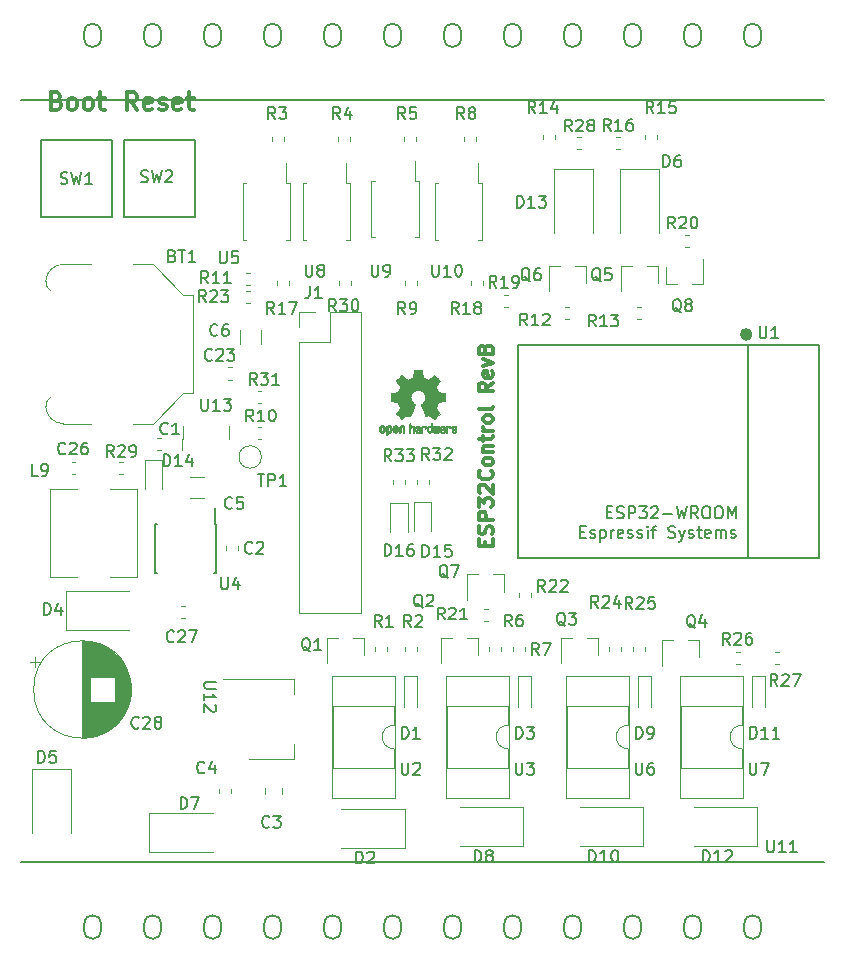
<source format=gto>
G04 #@! TF.GenerationSoftware,KiCad,Pcbnew,(5.1.6-dirty)*
G04 #@! TF.CreationDate,2020-05-24T17:35:48+02:00*
G04 #@! TF.ProjectId,esp32control,65737033-3263-46f6-9e74-726f6c2e6b69,rev?*
G04 #@! TF.SameCoordinates,Original*
G04 #@! TF.FileFunction,Legend,Top*
G04 #@! TF.FilePolarity,Positive*
%FSLAX46Y46*%
G04 Gerber Fmt 4.6, Leading zero omitted, Abs format (unit mm)*
G04 Created by KiCad (PCBNEW (5.1.6-dirty)) date 2020-05-24 17:35:48*
%MOMM*%
%LPD*%
G01*
G04 APERTURE LIST*
%ADD10C,0.300000*%
%ADD11C,0.010000*%
%ADD12C,0.150000*%
%ADD13C,0.120000*%
%ADD14C,0.500000*%
%ADD15C,0.200000*%
G04 APERTURE END LIST*
D10*
X90622785Y-84625642D02*
X90622785Y-84225642D01*
X91251357Y-84054214D02*
X91251357Y-84625642D01*
X90051357Y-84625642D01*
X90051357Y-84054214D01*
X91194214Y-83597071D02*
X91251357Y-83425642D01*
X91251357Y-83139928D01*
X91194214Y-83025642D01*
X91137071Y-82968500D01*
X91022785Y-82911357D01*
X90908500Y-82911357D01*
X90794214Y-82968500D01*
X90737071Y-83025642D01*
X90679928Y-83139928D01*
X90622785Y-83368500D01*
X90565642Y-83482785D01*
X90508500Y-83539928D01*
X90394214Y-83597071D01*
X90279928Y-83597071D01*
X90165642Y-83539928D01*
X90108500Y-83482785D01*
X90051357Y-83368500D01*
X90051357Y-83082785D01*
X90108500Y-82911357D01*
X91251357Y-82397071D02*
X90051357Y-82397071D01*
X90051357Y-81939928D01*
X90108500Y-81825642D01*
X90165642Y-81768500D01*
X90279928Y-81711357D01*
X90451357Y-81711357D01*
X90565642Y-81768500D01*
X90622785Y-81825642D01*
X90679928Y-81939928D01*
X90679928Y-82397071D01*
X90051357Y-81311357D02*
X90051357Y-80568500D01*
X90508500Y-80968500D01*
X90508500Y-80797071D01*
X90565642Y-80682785D01*
X90622785Y-80625642D01*
X90737071Y-80568500D01*
X91022785Y-80568500D01*
X91137071Y-80625642D01*
X91194214Y-80682785D01*
X91251357Y-80797071D01*
X91251357Y-81139928D01*
X91194214Y-81254214D01*
X91137071Y-81311357D01*
X90165642Y-80111357D02*
X90108500Y-80054214D01*
X90051357Y-79939928D01*
X90051357Y-79654214D01*
X90108500Y-79539928D01*
X90165642Y-79482785D01*
X90279928Y-79425642D01*
X90394214Y-79425642D01*
X90565642Y-79482785D01*
X91251357Y-80168500D01*
X91251357Y-79425642D01*
X91137071Y-78225642D02*
X91194214Y-78282785D01*
X91251357Y-78454214D01*
X91251357Y-78568500D01*
X91194214Y-78739928D01*
X91079928Y-78854214D01*
X90965642Y-78911357D01*
X90737071Y-78968500D01*
X90565642Y-78968500D01*
X90337071Y-78911357D01*
X90222785Y-78854214D01*
X90108500Y-78739928D01*
X90051357Y-78568500D01*
X90051357Y-78454214D01*
X90108500Y-78282785D01*
X90165642Y-78225642D01*
X91251357Y-77539928D02*
X91194214Y-77654214D01*
X91137071Y-77711357D01*
X91022785Y-77768500D01*
X90679928Y-77768500D01*
X90565642Y-77711357D01*
X90508500Y-77654214D01*
X90451357Y-77539928D01*
X90451357Y-77368500D01*
X90508500Y-77254214D01*
X90565642Y-77197071D01*
X90679928Y-77139928D01*
X91022785Y-77139928D01*
X91137071Y-77197071D01*
X91194214Y-77254214D01*
X91251357Y-77368500D01*
X91251357Y-77539928D01*
X90451357Y-76625642D02*
X91251357Y-76625642D01*
X90565642Y-76625642D02*
X90508500Y-76568500D01*
X90451357Y-76454214D01*
X90451357Y-76282785D01*
X90508500Y-76168500D01*
X90622785Y-76111357D01*
X91251357Y-76111357D01*
X90451357Y-75711357D02*
X90451357Y-75254214D01*
X90051357Y-75539928D02*
X91079928Y-75539928D01*
X91194214Y-75482785D01*
X91251357Y-75368500D01*
X91251357Y-75254214D01*
X91251357Y-74854214D02*
X90451357Y-74854214D01*
X90679928Y-74854214D02*
X90565642Y-74797071D01*
X90508500Y-74739928D01*
X90451357Y-74625642D01*
X90451357Y-74511357D01*
X91251357Y-73939928D02*
X91194214Y-74054214D01*
X91137071Y-74111357D01*
X91022785Y-74168500D01*
X90679928Y-74168500D01*
X90565642Y-74111357D01*
X90508500Y-74054214D01*
X90451357Y-73939928D01*
X90451357Y-73768500D01*
X90508500Y-73654214D01*
X90565642Y-73597071D01*
X90679928Y-73539928D01*
X91022785Y-73539928D01*
X91137071Y-73597071D01*
X91194214Y-73654214D01*
X91251357Y-73768500D01*
X91251357Y-73939928D01*
X91251357Y-72854214D02*
X91194214Y-72968500D01*
X91079928Y-73025642D01*
X90051357Y-73025642D01*
X91251357Y-70797071D02*
X90679928Y-71197071D01*
X91251357Y-71482785D02*
X90051357Y-71482785D01*
X90051357Y-71025642D01*
X90108500Y-70911357D01*
X90165642Y-70854214D01*
X90279928Y-70797071D01*
X90451357Y-70797071D01*
X90565642Y-70854214D01*
X90622785Y-70911357D01*
X90679928Y-71025642D01*
X90679928Y-71482785D01*
X91194214Y-69825642D02*
X91251357Y-69939928D01*
X91251357Y-70168500D01*
X91194214Y-70282785D01*
X91079928Y-70339928D01*
X90622785Y-70339928D01*
X90508500Y-70282785D01*
X90451357Y-70168500D01*
X90451357Y-69939928D01*
X90508500Y-69825642D01*
X90622785Y-69768500D01*
X90737071Y-69768500D01*
X90851357Y-70339928D01*
X90451357Y-69368500D02*
X91251357Y-69082785D01*
X90451357Y-68797071D01*
X90622785Y-67939928D02*
X90679928Y-67768500D01*
X90737071Y-67711357D01*
X90851357Y-67654214D01*
X91022785Y-67654214D01*
X91137071Y-67711357D01*
X91194214Y-67768500D01*
X91251357Y-67882785D01*
X91251357Y-68339928D01*
X90051357Y-68339928D01*
X90051357Y-67939928D01*
X90108500Y-67825642D01*
X90165642Y-67768500D01*
X90279928Y-67711357D01*
X90394214Y-67711357D01*
X90508500Y-67768500D01*
X90565642Y-67825642D01*
X90622785Y-67939928D01*
X90622785Y-68339928D01*
X54321428Y-46892857D02*
X54535714Y-46964285D01*
X54607142Y-47035714D01*
X54678571Y-47178571D01*
X54678571Y-47392857D01*
X54607142Y-47535714D01*
X54535714Y-47607142D01*
X54392857Y-47678571D01*
X53821428Y-47678571D01*
X53821428Y-46178571D01*
X54321428Y-46178571D01*
X54464285Y-46250000D01*
X54535714Y-46321428D01*
X54607142Y-46464285D01*
X54607142Y-46607142D01*
X54535714Y-46750000D01*
X54464285Y-46821428D01*
X54321428Y-46892857D01*
X53821428Y-46892857D01*
X55535714Y-47678571D02*
X55392857Y-47607142D01*
X55321428Y-47535714D01*
X55250000Y-47392857D01*
X55250000Y-46964285D01*
X55321428Y-46821428D01*
X55392857Y-46750000D01*
X55535714Y-46678571D01*
X55750000Y-46678571D01*
X55892857Y-46750000D01*
X55964285Y-46821428D01*
X56035714Y-46964285D01*
X56035714Y-47392857D01*
X55964285Y-47535714D01*
X55892857Y-47607142D01*
X55750000Y-47678571D01*
X55535714Y-47678571D01*
X56892857Y-47678571D02*
X56750000Y-47607142D01*
X56678571Y-47535714D01*
X56607142Y-47392857D01*
X56607142Y-46964285D01*
X56678571Y-46821428D01*
X56750000Y-46750000D01*
X56892857Y-46678571D01*
X57107142Y-46678571D01*
X57250000Y-46750000D01*
X57321428Y-46821428D01*
X57392857Y-46964285D01*
X57392857Y-47392857D01*
X57321428Y-47535714D01*
X57250000Y-47607142D01*
X57107142Y-47678571D01*
X56892857Y-47678571D01*
X57821428Y-46678571D02*
X58392857Y-46678571D01*
X58035714Y-46178571D02*
X58035714Y-47464285D01*
X58107142Y-47607142D01*
X58250000Y-47678571D01*
X58392857Y-47678571D01*
X61142857Y-47678571D02*
X60642857Y-46964285D01*
X60285714Y-47678571D02*
X60285714Y-46178571D01*
X60857142Y-46178571D01*
X61000000Y-46250000D01*
X61071428Y-46321428D01*
X61142857Y-46464285D01*
X61142857Y-46678571D01*
X61071428Y-46821428D01*
X61000000Y-46892857D01*
X60857142Y-46964285D01*
X60285714Y-46964285D01*
X62357142Y-47607142D02*
X62214285Y-47678571D01*
X61928571Y-47678571D01*
X61785714Y-47607142D01*
X61714285Y-47464285D01*
X61714285Y-46892857D01*
X61785714Y-46750000D01*
X61928571Y-46678571D01*
X62214285Y-46678571D01*
X62357142Y-46750000D01*
X62428571Y-46892857D01*
X62428571Y-47035714D01*
X61714285Y-47178571D01*
X63000000Y-47607142D02*
X63142857Y-47678571D01*
X63428571Y-47678571D01*
X63571428Y-47607142D01*
X63642857Y-47464285D01*
X63642857Y-47392857D01*
X63571428Y-47250000D01*
X63428571Y-47178571D01*
X63214285Y-47178571D01*
X63071428Y-47107142D01*
X63000000Y-46964285D01*
X63000000Y-46892857D01*
X63071428Y-46750000D01*
X63214285Y-46678571D01*
X63428571Y-46678571D01*
X63571428Y-46750000D01*
X64857142Y-47607142D02*
X64714285Y-47678571D01*
X64428571Y-47678571D01*
X64285714Y-47607142D01*
X64214285Y-47464285D01*
X64214285Y-46892857D01*
X64285714Y-46750000D01*
X64428571Y-46678571D01*
X64714285Y-46678571D01*
X64857142Y-46750000D01*
X64928571Y-46892857D01*
X64928571Y-47035714D01*
X64214285Y-47178571D01*
X65357142Y-46678571D02*
X65928571Y-46678571D01*
X65571428Y-46178571D02*
X65571428Y-47464285D01*
X65642857Y-47607142D01*
X65785714Y-47678571D01*
X65928571Y-47678571D01*
D11*
G36*
X82508244Y-74388418D02*
G01*
X82563701Y-74416068D01*
X82612648Y-74466980D01*
X82626129Y-74485838D01*
X82640814Y-74510515D01*
X82650342Y-74537316D01*
X82655793Y-74573087D01*
X82658247Y-74624669D01*
X82658786Y-74692767D01*
X82656352Y-74786088D01*
X82647894Y-74856157D01*
X82631674Y-74908431D01*
X82605954Y-74948369D01*
X82568997Y-74981429D01*
X82566282Y-74983386D01*
X82529860Y-75003408D01*
X82486002Y-75013315D01*
X82430224Y-75015757D01*
X82339548Y-75015757D01*
X82339510Y-75103783D01*
X82338666Y-75152808D01*
X82333524Y-75181565D01*
X82320087Y-75198811D01*
X82294358Y-75213308D01*
X82288179Y-75216269D01*
X82259264Y-75230148D01*
X82236876Y-75238914D01*
X82220229Y-75239671D01*
X82208536Y-75229523D01*
X82201010Y-75205573D01*
X82196866Y-75164926D01*
X82195315Y-75104686D01*
X82195571Y-75021955D01*
X82196849Y-74913839D01*
X82197248Y-74881500D01*
X82198685Y-74770024D01*
X82199972Y-74697103D01*
X82339471Y-74697103D01*
X82340255Y-74758999D01*
X82343740Y-74799497D01*
X82351624Y-74826208D01*
X82365605Y-74846744D01*
X82375097Y-74856760D01*
X82413904Y-74886067D01*
X82448263Y-74888452D01*
X82483716Y-74864250D01*
X82484614Y-74863357D01*
X82499039Y-74844653D01*
X82507813Y-74819232D01*
X82512239Y-74780084D01*
X82513618Y-74720197D01*
X82513643Y-74706930D01*
X82510312Y-74624401D01*
X82499469Y-74567191D01*
X82479840Y-74532266D01*
X82450150Y-74516594D01*
X82432991Y-74515014D01*
X82392266Y-74522426D01*
X82364332Y-74546830D01*
X82347517Y-74591480D01*
X82340150Y-74659630D01*
X82339471Y-74697103D01*
X82199972Y-74697103D01*
X82200208Y-74683745D01*
X82202177Y-74618833D01*
X82204950Y-74571458D01*
X82208888Y-74537790D01*
X82214349Y-74513998D01*
X82221692Y-74496253D01*
X82231277Y-74480724D01*
X82235387Y-74474881D01*
X82289905Y-74419685D01*
X82358836Y-74388390D01*
X82438572Y-74379665D01*
X82508244Y-74388418D01*
G37*
X82508244Y-74388418D02*
X82563701Y-74416068D01*
X82612648Y-74466980D01*
X82626129Y-74485838D01*
X82640814Y-74510515D01*
X82650342Y-74537316D01*
X82655793Y-74573087D01*
X82658247Y-74624669D01*
X82658786Y-74692767D01*
X82656352Y-74786088D01*
X82647894Y-74856157D01*
X82631674Y-74908431D01*
X82605954Y-74948369D01*
X82568997Y-74981429D01*
X82566282Y-74983386D01*
X82529860Y-75003408D01*
X82486002Y-75013315D01*
X82430224Y-75015757D01*
X82339548Y-75015757D01*
X82339510Y-75103783D01*
X82338666Y-75152808D01*
X82333524Y-75181565D01*
X82320087Y-75198811D01*
X82294358Y-75213308D01*
X82288179Y-75216269D01*
X82259264Y-75230148D01*
X82236876Y-75238914D01*
X82220229Y-75239671D01*
X82208536Y-75229523D01*
X82201010Y-75205573D01*
X82196866Y-75164926D01*
X82195315Y-75104686D01*
X82195571Y-75021955D01*
X82196849Y-74913839D01*
X82197248Y-74881500D01*
X82198685Y-74770024D01*
X82199972Y-74697103D01*
X82339471Y-74697103D01*
X82340255Y-74758999D01*
X82343740Y-74799497D01*
X82351624Y-74826208D01*
X82365605Y-74846744D01*
X82375097Y-74856760D01*
X82413904Y-74886067D01*
X82448263Y-74888452D01*
X82483716Y-74864250D01*
X82484614Y-74863357D01*
X82499039Y-74844653D01*
X82507813Y-74819232D01*
X82512239Y-74780084D01*
X82513618Y-74720197D01*
X82513643Y-74706930D01*
X82510312Y-74624401D01*
X82499469Y-74567191D01*
X82479840Y-74532266D01*
X82450150Y-74516594D01*
X82432991Y-74515014D01*
X82392266Y-74522426D01*
X82364332Y-74546830D01*
X82347517Y-74591480D01*
X82340150Y-74659630D01*
X82339471Y-74697103D01*
X82199972Y-74697103D01*
X82200208Y-74683745D01*
X82202177Y-74618833D01*
X82204950Y-74571458D01*
X82208888Y-74537790D01*
X82214349Y-74513998D01*
X82221692Y-74496253D01*
X82231277Y-74480724D01*
X82235387Y-74474881D01*
X82289905Y-74419685D01*
X82358836Y-74388390D01*
X82438572Y-74379665D01*
X82508244Y-74388418D01*
G36*
X83624593Y-74396280D02*
G01*
X83671172Y-74423223D01*
X83703557Y-74449966D01*
X83727242Y-74477984D01*
X83743559Y-74512248D01*
X83753839Y-74557727D01*
X83759414Y-74619392D01*
X83761616Y-74702211D01*
X83761871Y-74761746D01*
X83761871Y-74980891D01*
X83700186Y-75008544D01*
X83638500Y-75036197D01*
X83631243Y-74796170D01*
X83628244Y-74706528D01*
X83625098Y-74641462D01*
X83621201Y-74596526D01*
X83615947Y-74567270D01*
X83608731Y-74549248D01*
X83598950Y-74538011D01*
X83595812Y-74535579D01*
X83548261Y-74516583D01*
X83500197Y-74524100D01*
X83471586Y-74544043D01*
X83459947Y-74558175D01*
X83451891Y-74576720D01*
X83446771Y-74604834D01*
X83443941Y-74647673D01*
X83442756Y-74710395D01*
X83442557Y-74775761D01*
X83442518Y-74857768D01*
X83441114Y-74915816D01*
X83436414Y-74954965D01*
X83426487Y-74980280D01*
X83409403Y-74996823D01*
X83383232Y-75009656D01*
X83348275Y-75022991D01*
X83310096Y-75037507D01*
X83314641Y-74779889D01*
X83316471Y-74687019D01*
X83318612Y-74618389D01*
X83321681Y-74569211D01*
X83326294Y-74534698D01*
X83333068Y-74510062D01*
X83342619Y-74490516D01*
X83354134Y-74473270D01*
X83409690Y-74418180D01*
X83477480Y-74386322D01*
X83551213Y-74378691D01*
X83624593Y-74396280D01*
G37*
X83624593Y-74396280D02*
X83671172Y-74423223D01*
X83703557Y-74449966D01*
X83727242Y-74477984D01*
X83743559Y-74512248D01*
X83753839Y-74557727D01*
X83759414Y-74619392D01*
X83761616Y-74702211D01*
X83761871Y-74761746D01*
X83761871Y-74980891D01*
X83700186Y-75008544D01*
X83638500Y-75036197D01*
X83631243Y-74796170D01*
X83628244Y-74706528D01*
X83625098Y-74641462D01*
X83621201Y-74596526D01*
X83615947Y-74567270D01*
X83608731Y-74549248D01*
X83598950Y-74538011D01*
X83595812Y-74535579D01*
X83548261Y-74516583D01*
X83500197Y-74524100D01*
X83471586Y-74544043D01*
X83459947Y-74558175D01*
X83451891Y-74576720D01*
X83446771Y-74604834D01*
X83443941Y-74647673D01*
X83442756Y-74710395D01*
X83442557Y-74775761D01*
X83442518Y-74857768D01*
X83441114Y-74915816D01*
X83436414Y-74954965D01*
X83426487Y-74980280D01*
X83409403Y-74996823D01*
X83383232Y-75009656D01*
X83348275Y-75022991D01*
X83310096Y-75037507D01*
X83314641Y-74779889D01*
X83316471Y-74687019D01*
X83318612Y-74618389D01*
X83321681Y-74569211D01*
X83326294Y-74534698D01*
X83333068Y-74510062D01*
X83342619Y-74490516D01*
X83354134Y-74473270D01*
X83409690Y-74418180D01*
X83477480Y-74386322D01*
X83551213Y-74378691D01*
X83624593Y-74396280D01*
G36*
X81949615Y-74390462D02*
G01*
X82017645Y-74426233D01*
X82067851Y-74483801D01*
X82085685Y-74520812D01*
X82099563Y-74576382D01*
X82106667Y-74646596D01*
X82107340Y-74723227D01*
X82101927Y-74798052D01*
X82090770Y-74862842D01*
X82074214Y-74909373D01*
X82069126Y-74917387D01*
X82008855Y-74977207D01*
X81937269Y-75013035D01*
X81859592Y-75023520D01*
X81781048Y-75007310D01*
X81759189Y-74997592D01*
X81716622Y-74967643D01*
X81679263Y-74927933D01*
X81675732Y-74922897D01*
X81661381Y-74898624D01*
X81651894Y-74872678D01*
X81646290Y-74838522D01*
X81643586Y-74789619D01*
X81642799Y-74719435D01*
X81642786Y-74703700D01*
X81642822Y-74698692D01*
X81787929Y-74698692D01*
X81788773Y-74764930D01*
X81792096Y-74808886D01*
X81799083Y-74837279D01*
X81810916Y-74856825D01*
X81816957Y-74863357D01*
X81851686Y-74888180D01*
X81885403Y-74887048D01*
X81919495Y-74865516D01*
X81939829Y-74842529D01*
X81951871Y-74808978D01*
X81958634Y-74756069D01*
X81959098Y-74749899D01*
X81960252Y-74654013D01*
X81948188Y-74582799D01*
X81923070Y-74536694D01*
X81885060Y-74516135D01*
X81871492Y-74515014D01*
X81835864Y-74520652D01*
X81811494Y-74540186D01*
X81796593Y-74577542D01*
X81789375Y-74636650D01*
X81787929Y-74698692D01*
X81642822Y-74698692D01*
X81643326Y-74628913D01*
X81645596Y-74576659D01*
X81650568Y-74540449D01*
X81659213Y-74513799D01*
X81672505Y-74490222D01*
X81675443Y-74485838D01*
X81724813Y-74426749D01*
X81778609Y-74392447D01*
X81844102Y-74378831D01*
X81866342Y-74378165D01*
X81949615Y-74390462D01*
G37*
X81949615Y-74390462D02*
X82017645Y-74426233D01*
X82067851Y-74483801D01*
X82085685Y-74520812D01*
X82099563Y-74576382D01*
X82106667Y-74646596D01*
X82107340Y-74723227D01*
X82101927Y-74798052D01*
X82090770Y-74862842D01*
X82074214Y-74909373D01*
X82069126Y-74917387D01*
X82008855Y-74977207D01*
X81937269Y-75013035D01*
X81859592Y-75023520D01*
X81781048Y-75007310D01*
X81759189Y-74997592D01*
X81716622Y-74967643D01*
X81679263Y-74927933D01*
X81675732Y-74922897D01*
X81661381Y-74898624D01*
X81651894Y-74872678D01*
X81646290Y-74838522D01*
X81643586Y-74789619D01*
X81642799Y-74719435D01*
X81642786Y-74703700D01*
X81642822Y-74698692D01*
X81787929Y-74698692D01*
X81788773Y-74764930D01*
X81792096Y-74808886D01*
X81799083Y-74837279D01*
X81810916Y-74856825D01*
X81816957Y-74863357D01*
X81851686Y-74888180D01*
X81885403Y-74887048D01*
X81919495Y-74865516D01*
X81939829Y-74842529D01*
X81951871Y-74808978D01*
X81958634Y-74756069D01*
X81959098Y-74749899D01*
X81960252Y-74654013D01*
X81948188Y-74582799D01*
X81923070Y-74536694D01*
X81885060Y-74516135D01*
X81871492Y-74515014D01*
X81835864Y-74520652D01*
X81811494Y-74540186D01*
X81796593Y-74577542D01*
X81789375Y-74636650D01*
X81787929Y-74698692D01*
X81642822Y-74698692D01*
X81643326Y-74628913D01*
X81645596Y-74576659D01*
X81650568Y-74540449D01*
X81659213Y-74513799D01*
X81672505Y-74490222D01*
X81675443Y-74485838D01*
X81724813Y-74426749D01*
X81778609Y-74392447D01*
X81844102Y-74378831D01*
X81866342Y-74378165D01*
X81949615Y-74390462D01*
G36*
X83076803Y-74399739D02*
G01*
X83134027Y-74438235D01*
X83178249Y-74493835D01*
X83204667Y-74564586D01*
X83210010Y-74616662D01*
X83209403Y-74638393D01*
X83204322Y-74655031D01*
X83190355Y-74669937D01*
X83163089Y-74686473D01*
X83118112Y-74707998D01*
X83051011Y-74737874D01*
X83050671Y-74738024D01*
X82988907Y-74766313D01*
X82938259Y-74791433D01*
X82903904Y-74810679D01*
X82891018Y-74821348D01*
X82891014Y-74821434D01*
X82902372Y-74844666D01*
X82928931Y-74870274D01*
X82959423Y-74888721D01*
X82974870Y-74892386D01*
X83017015Y-74879712D01*
X83053308Y-74847971D01*
X83071017Y-74813072D01*
X83088052Y-74787345D01*
X83121422Y-74758046D01*
X83160649Y-74732735D01*
X83195256Y-74718971D01*
X83202493Y-74718214D01*
X83210639Y-74730660D01*
X83211130Y-74762472D01*
X83205143Y-74805366D01*
X83193857Y-74851058D01*
X83178450Y-74891261D01*
X83177671Y-74892822D01*
X83131304Y-74957562D01*
X83071211Y-75001597D01*
X83002965Y-75023211D01*
X82932138Y-75020685D01*
X82864304Y-74992304D01*
X82861288Y-74990308D01*
X82807927Y-74941948D01*
X82772840Y-74878852D01*
X82753422Y-74795887D01*
X82750816Y-74772578D01*
X82746201Y-74662555D01*
X82751733Y-74611248D01*
X82891014Y-74611248D01*
X82892824Y-74643253D01*
X82902722Y-74652593D01*
X82927398Y-74645605D01*
X82966295Y-74629087D01*
X83009775Y-74608381D01*
X83010856Y-74607833D01*
X83047709Y-74588449D01*
X83062500Y-74575513D01*
X83058853Y-74561951D01*
X83043495Y-74544132D01*
X83004423Y-74518345D01*
X82962346Y-74516450D01*
X82924603Y-74535217D01*
X82898534Y-74571415D01*
X82891014Y-74611248D01*
X82751733Y-74611248D01*
X82755694Y-74574527D01*
X82780050Y-74504712D01*
X82813956Y-74455802D01*
X82875153Y-74406378D01*
X82942563Y-74381859D01*
X83011380Y-74380297D01*
X83076803Y-74399739D01*
G37*
X83076803Y-74399739D02*
X83134027Y-74438235D01*
X83178249Y-74493835D01*
X83204667Y-74564586D01*
X83210010Y-74616662D01*
X83209403Y-74638393D01*
X83204322Y-74655031D01*
X83190355Y-74669937D01*
X83163089Y-74686473D01*
X83118112Y-74707998D01*
X83051011Y-74737874D01*
X83050671Y-74738024D01*
X82988907Y-74766313D01*
X82938259Y-74791433D01*
X82903904Y-74810679D01*
X82891018Y-74821348D01*
X82891014Y-74821434D01*
X82902372Y-74844666D01*
X82928931Y-74870274D01*
X82959423Y-74888721D01*
X82974870Y-74892386D01*
X83017015Y-74879712D01*
X83053308Y-74847971D01*
X83071017Y-74813072D01*
X83088052Y-74787345D01*
X83121422Y-74758046D01*
X83160649Y-74732735D01*
X83195256Y-74718971D01*
X83202493Y-74718214D01*
X83210639Y-74730660D01*
X83211130Y-74762472D01*
X83205143Y-74805366D01*
X83193857Y-74851058D01*
X83178450Y-74891261D01*
X83177671Y-74892822D01*
X83131304Y-74957562D01*
X83071211Y-75001597D01*
X83002965Y-75023211D01*
X82932138Y-75020685D01*
X82864304Y-74992304D01*
X82861288Y-74990308D01*
X82807927Y-74941948D01*
X82772840Y-74878852D01*
X82753422Y-74795887D01*
X82750816Y-74772578D01*
X82746201Y-74662555D01*
X82751733Y-74611248D01*
X82891014Y-74611248D01*
X82892824Y-74643253D01*
X82902722Y-74652593D01*
X82927398Y-74645605D01*
X82966295Y-74629087D01*
X83009775Y-74608381D01*
X83010856Y-74607833D01*
X83047709Y-74588449D01*
X83062500Y-74575513D01*
X83058853Y-74561951D01*
X83043495Y-74544132D01*
X83004423Y-74518345D01*
X82962346Y-74516450D01*
X82924603Y-74535217D01*
X82898534Y-74571415D01*
X82891014Y-74611248D01*
X82751733Y-74611248D01*
X82755694Y-74574527D01*
X82780050Y-74504712D01*
X82813956Y-74455802D01*
X82875153Y-74406378D01*
X82942563Y-74381859D01*
X83011380Y-74380297D01*
X83076803Y-74399739D01*
G36*
X84284386Y-74319789D02*
G01*
X84288639Y-74379113D01*
X84293525Y-74414072D01*
X84300295Y-74429320D01*
X84310202Y-74429515D01*
X84313414Y-74427695D01*
X84356144Y-74414515D01*
X84411727Y-74415285D01*
X84468237Y-74428833D01*
X84503582Y-74446361D01*
X84539821Y-74474361D01*
X84566313Y-74506049D01*
X84584499Y-74546313D01*
X84595822Y-74600043D01*
X84601722Y-74672126D01*
X84603643Y-74767451D01*
X84603677Y-74785737D01*
X84603700Y-74991146D01*
X84557991Y-75007080D01*
X84525527Y-75017920D01*
X84507715Y-75022968D01*
X84507191Y-75023014D01*
X84505437Y-75009328D01*
X84503944Y-74971576D01*
X84502826Y-74914724D01*
X84502197Y-74843734D01*
X84502100Y-74800573D01*
X84501898Y-74715473D01*
X84500858Y-74654481D01*
X84498331Y-74612677D01*
X84493664Y-74585142D01*
X84486207Y-74566956D01*
X84475311Y-74553198D01*
X84468507Y-74546573D01*
X84421772Y-74519875D01*
X84370772Y-74517875D01*
X84324501Y-74540455D01*
X84315944Y-74548607D01*
X84303393Y-74563936D01*
X84294688Y-74582118D01*
X84289131Y-74608409D01*
X84286026Y-74648062D01*
X84284676Y-74706332D01*
X84284386Y-74786673D01*
X84284386Y-74991146D01*
X84238677Y-75007080D01*
X84206213Y-75017920D01*
X84188401Y-75022968D01*
X84187877Y-75023014D01*
X84186537Y-75009123D01*
X84185328Y-74969939D01*
X84184301Y-74909200D01*
X84183502Y-74830641D01*
X84182981Y-74737998D01*
X84182786Y-74635009D01*
X84182786Y-74237842D01*
X84229957Y-74217944D01*
X84277129Y-74198047D01*
X84284386Y-74319789D01*
G37*
X84284386Y-74319789D02*
X84288639Y-74379113D01*
X84293525Y-74414072D01*
X84300295Y-74429320D01*
X84310202Y-74429515D01*
X84313414Y-74427695D01*
X84356144Y-74414515D01*
X84411727Y-74415285D01*
X84468237Y-74428833D01*
X84503582Y-74446361D01*
X84539821Y-74474361D01*
X84566313Y-74506049D01*
X84584499Y-74546313D01*
X84595822Y-74600043D01*
X84601722Y-74672126D01*
X84603643Y-74767451D01*
X84603677Y-74785737D01*
X84603700Y-74991146D01*
X84557991Y-75007080D01*
X84525527Y-75017920D01*
X84507715Y-75022968D01*
X84507191Y-75023014D01*
X84505437Y-75009328D01*
X84503944Y-74971576D01*
X84502826Y-74914724D01*
X84502197Y-74843734D01*
X84502100Y-74800573D01*
X84501898Y-74715473D01*
X84500858Y-74654481D01*
X84498331Y-74612677D01*
X84493664Y-74585142D01*
X84486207Y-74566956D01*
X84475311Y-74553198D01*
X84468507Y-74546573D01*
X84421772Y-74519875D01*
X84370772Y-74517875D01*
X84324501Y-74540455D01*
X84315944Y-74548607D01*
X84303393Y-74563936D01*
X84294688Y-74582118D01*
X84289131Y-74608409D01*
X84286026Y-74648062D01*
X84284676Y-74706332D01*
X84284386Y-74786673D01*
X84284386Y-74991146D01*
X84238677Y-75007080D01*
X84206213Y-75017920D01*
X84188401Y-75022968D01*
X84187877Y-75023014D01*
X84186537Y-75009123D01*
X84185328Y-74969939D01*
X84184301Y-74909200D01*
X84183502Y-74830641D01*
X84182981Y-74737998D01*
X84182786Y-74635009D01*
X84182786Y-74237842D01*
X84229957Y-74217944D01*
X84277129Y-74198047D01*
X84284386Y-74319789D01*
G36*
X84948244Y-74419468D02*
G01*
X85005116Y-74440587D01*
X85005767Y-74440993D01*
X85040940Y-74466880D01*
X85066907Y-74497133D01*
X85085170Y-74536558D01*
X85097232Y-74589962D01*
X85104596Y-74662151D01*
X85108764Y-74757932D01*
X85109129Y-74771578D01*
X85114376Y-74977342D01*
X85070216Y-75000178D01*
X85038263Y-75015610D01*
X85018970Y-75022923D01*
X85018078Y-75023014D01*
X85014739Y-75009522D01*
X85012087Y-74973126D01*
X85010456Y-74919952D01*
X85010100Y-74876893D01*
X85010092Y-74807141D01*
X85006903Y-74763337D01*
X84995788Y-74742444D01*
X84972001Y-74741425D01*
X84930796Y-74757241D01*
X84868586Y-74786315D01*
X84822841Y-74810463D01*
X84799313Y-74831413D01*
X84792396Y-74854247D01*
X84792386Y-74855377D01*
X84803799Y-74894712D01*
X84837592Y-74915962D01*
X84889309Y-74919039D01*
X84926561Y-74918506D01*
X84946203Y-74929235D01*
X84958452Y-74955005D01*
X84965502Y-74987837D01*
X84955342Y-75006466D01*
X84951517Y-75009132D01*
X84915501Y-75019840D01*
X84865066Y-75021356D01*
X84813126Y-75014259D01*
X84776322Y-75001288D01*
X84725438Y-74958085D01*
X84696514Y-74897946D01*
X84690786Y-74850962D01*
X84695157Y-74808582D01*
X84710975Y-74773988D01*
X84742297Y-74743263D01*
X84793178Y-74712490D01*
X84867676Y-74677752D01*
X84872214Y-74675788D01*
X84939321Y-74644787D01*
X84980732Y-74619362D01*
X84998481Y-74596514D01*
X84994607Y-74573245D01*
X84971143Y-74546556D01*
X84964127Y-74540414D01*
X84917130Y-74516600D01*
X84868433Y-74517603D01*
X84826022Y-74540951D01*
X84797884Y-74584175D01*
X84795269Y-74592660D01*
X84769808Y-74633808D01*
X84737501Y-74653628D01*
X84690786Y-74673270D01*
X84690786Y-74622450D01*
X84704996Y-74548582D01*
X84747175Y-74480827D01*
X84769124Y-74458161D01*
X84819017Y-74429069D01*
X84882467Y-74415900D01*
X84948244Y-74419468D01*
G37*
X84948244Y-74419468D02*
X85005116Y-74440587D01*
X85005767Y-74440993D01*
X85040940Y-74466880D01*
X85066907Y-74497133D01*
X85085170Y-74536558D01*
X85097232Y-74589962D01*
X85104596Y-74662151D01*
X85108764Y-74757932D01*
X85109129Y-74771578D01*
X85114376Y-74977342D01*
X85070216Y-75000178D01*
X85038263Y-75015610D01*
X85018970Y-75022923D01*
X85018078Y-75023014D01*
X85014739Y-75009522D01*
X85012087Y-74973126D01*
X85010456Y-74919952D01*
X85010100Y-74876893D01*
X85010092Y-74807141D01*
X85006903Y-74763337D01*
X84995788Y-74742444D01*
X84972001Y-74741425D01*
X84930796Y-74757241D01*
X84868586Y-74786315D01*
X84822841Y-74810463D01*
X84799313Y-74831413D01*
X84792396Y-74854247D01*
X84792386Y-74855377D01*
X84803799Y-74894712D01*
X84837592Y-74915962D01*
X84889309Y-74919039D01*
X84926561Y-74918506D01*
X84946203Y-74929235D01*
X84958452Y-74955005D01*
X84965502Y-74987837D01*
X84955342Y-75006466D01*
X84951517Y-75009132D01*
X84915501Y-75019840D01*
X84865066Y-75021356D01*
X84813126Y-75014259D01*
X84776322Y-75001288D01*
X84725438Y-74958085D01*
X84696514Y-74897946D01*
X84690786Y-74850962D01*
X84695157Y-74808582D01*
X84710975Y-74773988D01*
X84742297Y-74743263D01*
X84793178Y-74712490D01*
X84867676Y-74677752D01*
X84872214Y-74675788D01*
X84939321Y-74644787D01*
X84980732Y-74619362D01*
X84998481Y-74596514D01*
X84994607Y-74573245D01*
X84971143Y-74546556D01*
X84964127Y-74540414D01*
X84917130Y-74516600D01*
X84868433Y-74517603D01*
X84826022Y-74540951D01*
X84797884Y-74584175D01*
X84795269Y-74592660D01*
X84769808Y-74633808D01*
X84737501Y-74653628D01*
X84690786Y-74673270D01*
X84690786Y-74622450D01*
X84704996Y-74548582D01*
X84747175Y-74480827D01*
X84769124Y-74458161D01*
X84819017Y-74429069D01*
X84882467Y-74415900D01*
X84948244Y-74419468D01*
G36*
X85438426Y-74418255D02*
G01*
X85504358Y-74442584D01*
X85557773Y-74485617D01*
X85578664Y-74515909D01*
X85601439Y-74571494D01*
X85600966Y-74611686D01*
X85577062Y-74638717D01*
X85568217Y-74643313D01*
X85530030Y-74657644D01*
X85510528Y-74653972D01*
X85503922Y-74629907D01*
X85503586Y-74616614D01*
X85491492Y-74567710D01*
X85459971Y-74533499D01*
X85416159Y-74516976D01*
X85367195Y-74521134D01*
X85327394Y-74542727D01*
X85313950Y-74555044D01*
X85304421Y-74569987D01*
X85297985Y-74592575D01*
X85293817Y-74627828D01*
X85291097Y-74680766D01*
X85289002Y-74756407D01*
X85288460Y-74780357D01*
X85286481Y-74862290D01*
X85284231Y-74919955D01*
X85280857Y-74958108D01*
X85275506Y-74981504D01*
X85267324Y-74994898D01*
X85255459Y-75003045D01*
X85247862Y-75006644D01*
X85215602Y-75018952D01*
X85196611Y-75023014D01*
X85190336Y-75009448D01*
X85186506Y-74968434D01*
X85185100Y-74899499D01*
X85186098Y-74802169D01*
X85186408Y-74787157D01*
X85188601Y-74698359D01*
X85191193Y-74633519D01*
X85194882Y-74587567D01*
X85200364Y-74555435D01*
X85208335Y-74532053D01*
X85219493Y-74512352D01*
X85225330Y-74503910D01*
X85258796Y-74466557D01*
X85296227Y-74437503D01*
X85300809Y-74434967D01*
X85367926Y-74414943D01*
X85438426Y-74418255D01*
G37*
X85438426Y-74418255D02*
X85504358Y-74442584D01*
X85557773Y-74485617D01*
X85578664Y-74515909D01*
X85601439Y-74571494D01*
X85600966Y-74611686D01*
X85577062Y-74638717D01*
X85568217Y-74643313D01*
X85530030Y-74657644D01*
X85510528Y-74653972D01*
X85503922Y-74629907D01*
X85503586Y-74616614D01*
X85491492Y-74567710D01*
X85459971Y-74533499D01*
X85416159Y-74516976D01*
X85367195Y-74521134D01*
X85327394Y-74542727D01*
X85313950Y-74555044D01*
X85304421Y-74569987D01*
X85297985Y-74592575D01*
X85293817Y-74627828D01*
X85291097Y-74680766D01*
X85289002Y-74756407D01*
X85288460Y-74780357D01*
X85286481Y-74862290D01*
X85284231Y-74919955D01*
X85280857Y-74958108D01*
X85275506Y-74981504D01*
X85267324Y-74994898D01*
X85255459Y-75003045D01*
X85247862Y-75006644D01*
X85215602Y-75018952D01*
X85196611Y-75023014D01*
X85190336Y-75009448D01*
X85186506Y-74968434D01*
X85185100Y-74899499D01*
X85186098Y-74802169D01*
X85186408Y-74787157D01*
X85188601Y-74698359D01*
X85191193Y-74633519D01*
X85194882Y-74587567D01*
X85200364Y-74555435D01*
X85208335Y-74532053D01*
X85219493Y-74512352D01*
X85225330Y-74503910D01*
X85258796Y-74466557D01*
X85296227Y-74437503D01*
X85300809Y-74434967D01*
X85367926Y-74414943D01*
X85438426Y-74418255D01*
G36*
X86098617Y-74533858D02*
G01*
X86098433Y-74642337D01*
X86097719Y-74725787D01*
X86096175Y-74788204D01*
X86093501Y-74833585D01*
X86089394Y-74865929D01*
X86083555Y-74889233D01*
X86075682Y-74907495D01*
X86069721Y-74917918D01*
X86020355Y-74974445D01*
X85957764Y-75009877D01*
X85888513Y-75022590D01*
X85819168Y-75010963D01*
X85777875Y-74990068D01*
X85734525Y-74953922D01*
X85704981Y-74909776D01*
X85687155Y-74851962D01*
X85678963Y-74774813D01*
X85677802Y-74718214D01*
X85677958Y-74714147D01*
X85779357Y-74714147D01*
X85779976Y-74779050D01*
X85782814Y-74822014D01*
X85789340Y-74850122D01*
X85801023Y-74870453D01*
X85814983Y-74885788D01*
X85861865Y-74915390D01*
X85912201Y-74917919D01*
X85959776Y-74893205D01*
X85963479Y-74889856D01*
X85979283Y-74872435D01*
X85989193Y-74851709D01*
X85994558Y-74820862D01*
X85996728Y-74773077D01*
X85997071Y-74720248D01*
X85996327Y-74653881D01*
X85993248Y-74609606D01*
X85986561Y-74580509D01*
X85974996Y-74559673D01*
X85965513Y-74548607D01*
X85921460Y-74520698D01*
X85870724Y-74517343D01*
X85822296Y-74538659D01*
X85812950Y-74546573D01*
X85797040Y-74564147D01*
X85787110Y-74585087D01*
X85781778Y-74616282D01*
X85779663Y-74664622D01*
X85779357Y-74714147D01*
X85677958Y-74714147D01*
X85681310Y-74627068D01*
X85693226Y-74558586D01*
X85715635Y-74507100D01*
X85750624Y-74466943D01*
X85777875Y-74446361D01*
X85827407Y-74424125D01*
X85884816Y-74413804D01*
X85938182Y-74416567D01*
X85968043Y-74427712D01*
X85979761Y-74430883D01*
X85987537Y-74419057D01*
X85992965Y-74387366D01*
X85997071Y-74339093D01*
X86001567Y-74285329D01*
X86007813Y-74252982D01*
X86019176Y-74234485D01*
X86039028Y-74222270D01*
X86051500Y-74216862D01*
X86098671Y-74197101D01*
X86098617Y-74533858D01*
G37*
X86098617Y-74533858D02*
X86098433Y-74642337D01*
X86097719Y-74725787D01*
X86096175Y-74788204D01*
X86093501Y-74833585D01*
X86089394Y-74865929D01*
X86083555Y-74889233D01*
X86075682Y-74907495D01*
X86069721Y-74917918D01*
X86020355Y-74974445D01*
X85957764Y-75009877D01*
X85888513Y-75022590D01*
X85819168Y-75010963D01*
X85777875Y-74990068D01*
X85734525Y-74953922D01*
X85704981Y-74909776D01*
X85687155Y-74851962D01*
X85678963Y-74774813D01*
X85677802Y-74718214D01*
X85677958Y-74714147D01*
X85779357Y-74714147D01*
X85779976Y-74779050D01*
X85782814Y-74822014D01*
X85789340Y-74850122D01*
X85801023Y-74870453D01*
X85814983Y-74885788D01*
X85861865Y-74915390D01*
X85912201Y-74917919D01*
X85959776Y-74893205D01*
X85963479Y-74889856D01*
X85979283Y-74872435D01*
X85989193Y-74851709D01*
X85994558Y-74820862D01*
X85996728Y-74773077D01*
X85997071Y-74720248D01*
X85996327Y-74653881D01*
X85993248Y-74609606D01*
X85986561Y-74580509D01*
X85974996Y-74559673D01*
X85965513Y-74548607D01*
X85921460Y-74520698D01*
X85870724Y-74517343D01*
X85822296Y-74538659D01*
X85812950Y-74546573D01*
X85797040Y-74564147D01*
X85787110Y-74585087D01*
X85781778Y-74616282D01*
X85779663Y-74664622D01*
X85779357Y-74714147D01*
X85677958Y-74714147D01*
X85681310Y-74627068D01*
X85693226Y-74558586D01*
X85715635Y-74507100D01*
X85750624Y-74466943D01*
X85777875Y-74446361D01*
X85827407Y-74424125D01*
X85884816Y-74413804D01*
X85938182Y-74416567D01*
X85968043Y-74427712D01*
X85979761Y-74430883D01*
X85987537Y-74419057D01*
X85992965Y-74387366D01*
X85997071Y-74339093D01*
X86001567Y-74285329D01*
X86007813Y-74252982D01*
X86019176Y-74234485D01*
X86039028Y-74222270D01*
X86051500Y-74216862D01*
X86098671Y-74197101D01*
X86098617Y-74533858D01*
G36*
X86688333Y-74427163D02*
G01*
X86690548Y-74465350D01*
X86692284Y-74523386D01*
X86693399Y-74596680D01*
X86693757Y-74673555D01*
X86693757Y-74933696D01*
X86647826Y-74979627D01*
X86616175Y-75007929D01*
X86588390Y-75019393D01*
X86550415Y-75018668D01*
X86535340Y-75016821D01*
X86488226Y-75011448D01*
X86449256Y-75008369D01*
X86439757Y-75008085D01*
X86407733Y-75009945D01*
X86361932Y-75014614D01*
X86344174Y-75016821D01*
X86300557Y-75020235D01*
X86271245Y-75012820D01*
X86242180Y-74989927D01*
X86231688Y-74979627D01*
X86185757Y-74933696D01*
X86185757Y-74447102D01*
X86222726Y-74430258D01*
X86254559Y-74417782D01*
X86273183Y-74413414D01*
X86277958Y-74427218D01*
X86282421Y-74465786D01*
X86286275Y-74524856D01*
X86289222Y-74600163D01*
X86290643Y-74663786D01*
X86294614Y-74914157D01*
X86329259Y-74919056D01*
X86360768Y-74915631D01*
X86376208Y-74904541D01*
X86380523Y-74883808D01*
X86384208Y-74839645D01*
X86386969Y-74777646D01*
X86388512Y-74703409D01*
X86388735Y-74665206D01*
X86388957Y-74445283D01*
X86434666Y-74429349D01*
X86467018Y-74418515D01*
X86484615Y-74413462D01*
X86485123Y-74413414D01*
X86486888Y-74427148D01*
X86488829Y-74465230D01*
X86490782Y-74522982D01*
X86492584Y-74595727D01*
X86493843Y-74663786D01*
X86497814Y-74914157D01*
X86584900Y-74914157D01*
X86588896Y-74685740D01*
X86592892Y-74457322D01*
X86635347Y-74435368D01*
X86666692Y-74420293D01*
X86685244Y-74413451D01*
X86685779Y-74413414D01*
X86688333Y-74427163D01*
G37*
X86688333Y-74427163D02*
X86690548Y-74465350D01*
X86692284Y-74523386D01*
X86693399Y-74596680D01*
X86693757Y-74673555D01*
X86693757Y-74933696D01*
X86647826Y-74979627D01*
X86616175Y-75007929D01*
X86588390Y-75019393D01*
X86550415Y-75018668D01*
X86535340Y-75016821D01*
X86488226Y-75011448D01*
X86449256Y-75008369D01*
X86439757Y-75008085D01*
X86407733Y-75009945D01*
X86361932Y-75014614D01*
X86344174Y-75016821D01*
X86300557Y-75020235D01*
X86271245Y-75012820D01*
X86242180Y-74989927D01*
X86231688Y-74979627D01*
X86185757Y-74933696D01*
X86185757Y-74447102D01*
X86222726Y-74430258D01*
X86254559Y-74417782D01*
X86273183Y-74413414D01*
X86277958Y-74427218D01*
X86282421Y-74465786D01*
X86286275Y-74524856D01*
X86289222Y-74600163D01*
X86290643Y-74663786D01*
X86294614Y-74914157D01*
X86329259Y-74919056D01*
X86360768Y-74915631D01*
X86376208Y-74904541D01*
X86380523Y-74883808D01*
X86384208Y-74839645D01*
X86386969Y-74777646D01*
X86388512Y-74703409D01*
X86388735Y-74665206D01*
X86388957Y-74445283D01*
X86434666Y-74429349D01*
X86467018Y-74418515D01*
X86484615Y-74413462D01*
X86485123Y-74413414D01*
X86486888Y-74427148D01*
X86488829Y-74465230D01*
X86490782Y-74522982D01*
X86492584Y-74595727D01*
X86493843Y-74663786D01*
X86497814Y-74914157D01*
X86584900Y-74914157D01*
X86588896Y-74685740D01*
X86592892Y-74457322D01*
X86635347Y-74435368D01*
X86666692Y-74420293D01*
X86685244Y-74413451D01*
X86685779Y-74413414D01*
X86688333Y-74427163D01*
G36*
X87053376Y-74424835D02*
G01*
X87095167Y-74443844D01*
X87127969Y-74466878D01*
X87152003Y-74492633D01*
X87168597Y-74525858D01*
X87179077Y-74571300D01*
X87184771Y-74633707D01*
X87187007Y-74717827D01*
X87187243Y-74773221D01*
X87187243Y-74989326D01*
X87150274Y-75006170D01*
X87121156Y-75018481D01*
X87106731Y-75023014D01*
X87103972Y-75009525D01*
X87101782Y-74973153D01*
X87100442Y-74920042D01*
X87100157Y-74877872D01*
X87098934Y-74816947D01*
X87095636Y-74768615D01*
X87090821Y-74739018D01*
X87086996Y-74732729D01*
X87061283Y-74739152D01*
X87020918Y-74755625D01*
X86974179Y-74777958D01*
X86929345Y-74801957D01*
X86894693Y-74823430D01*
X86878502Y-74838185D01*
X86878438Y-74838345D01*
X86879830Y-74865652D01*
X86892318Y-74891719D01*
X86914243Y-74912892D01*
X86946243Y-74919974D01*
X86973592Y-74919149D01*
X87012326Y-74918542D01*
X87032658Y-74927616D01*
X87044869Y-74951592D01*
X87046409Y-74956113D01*
X87051703Y-74990306D01*
X87037547Y-75011068D01*
X87000648Y-75020962D01*
X86960789Y-75022792D01*
X86889062Y-75009227D01*
X86851932Y-74989855D01*
X86806076Y-74944345D01*
X86781756Y-74888483D01*
X86779573Y-74829457D01*
X86800129Y-74774453D01*
X86831049Y-74739986D01*
X86861920Y-74720689D01*
X86910442Y-74696259D01*
X86966985Y-74671485D01*
X86976410Y-74667699D01*
X87038519Y-74640291D01*
X87074322Y-74616134D01*
X87085837Y-74592119D01*
X87075080Y-74565135D01*
X87056614Y-74544043D01*
X87012969Y-74518072D01*
X86964946Y-74516124D01*
X86920906Y-74536137D01*
X86889209Y-74576051D01*
X86885049Y-74586348D01*
X86860827Y-74624224D01*
X86825465Y-74652342D01*
X86780843Y-74675417D01*
X86780843Y-74609985D01*
X86783469Y-74570006D01*
X86794730Y-74538497D01*
X86819699Y-74504878D01*
X86843669Y-74478984D01*
X86880941Y-74442317D01*
X86909901Y-74422621D01*
X86941005Y-74414720D01*
X86976213Y-74413414D01*
X87053376Y-74424835D01*
G37*
X87053376Y-74424835D02*
X87095167Y-74443844D01*
X87127969Y-74466878D01*
X87152003Y-74492633D01*
X87168597Y-74525858D01*
X87179077Y-74571300D01*
X87184771Y-74633707D01*
X87187007Y-74717827D01*
X87187243Y-74773221D01*
X87187243Y-74989326D01*
X87150274Y-75006170D01*
X87121156Y-75018481D01*
X87106731Y-75023014D01*
X87103972Y-75009525D01*
X87101782Y-74973153D01*
X87100442Y-74920042D01*
X87100157Y-74877872D01*
X87098934Y-74816947D01*
X87095636Y-74768615D01*
X87090821Y-74739018D01*
X87086996Y-74732729D01*
X87061283Y-74739152D01*
X87020918Y-74755625D01*
X86974179Y-74777958D01*
X86929345Y-74801957D01*
X86894693Y-74823430D01*
X86878502Y-74838185D01*
X86878438Y-74838345D01*
X86879830Y-74865652D01*
X86892318Y-74891719D01*
X86914243Y-74912892D01*
X86946243Y-74919974D01*
X86973592Y-74919149D01*
X87012326Y-74918542D01*
X87032658Y-74927616D01*
X87044869Y-74951592D01*
X87046409Y-74956113D01*
X87051703Y-74990306D01*
X87037547Y-75011068D01*
X87000648Y-75020962D01*
X86960789Y-75022792D01*
X86889062Y-75009227D01*
X86851932Y-74989855D01*
X86806076Y-74944345D01*
X86781756Y-74888483D01*
X86779573Y-74829457D01*
X86800129Y-74774453D01*
X86831049Y-74739986D01*
X86861920Y-74720689D01*
X86910442Y-74696259D01*
X86966985Y-74671485D01*
X86976410Y-74667699D01*
X87038519Y-74640291D01*
X87074322Y-74616134D01*
X87085837Y-74592119D01*
X87075080Y-74565135D01*
X87056614Y-74544043D01*
X87012969Y-74518072D01*
X86964946Y-74516124D01*
X86920906Y-74536137D01*
X86889209Y-74576051D01*
X86885049Y-74586348D01*
X86860827Y-74624224D01*
X86825465Y-74652342D01*
X86780843Y-74675417D01*
X86780843Y-74609985D01*
X86783469Y-74570006D01*
X86794730Y-74538497D01*
X86819699Y-74504878D01*
X86843669Y-74478984D01*
X86880941Y-74442317D01*
X86909901Y-74422621D01*
X86941005Y-74414720D01*
X86976213Y-74413414D01*
X87053376Y-74424835D01*
G36*
X87561100Y-74427252D02*
G01*
X87578448Y-74434834D01*
X87619856Y-74467628D01*
X87655265Y-74515047D01*
X87677164Y-74565651D01*
X87680729Y-74590598D01*
X87668779Y-74625427D01*
X87642567Y-74643857D01*
X87614464Y-74655016D01*
X87601595Y-74657072D01*
X87595329Y-74642149D01*
X87582956Y-74609675D01*
X87577528Y-74595002D01*
X87547090Y-74544244D01*
X87503020Y-74518927D01*
X87446510Y-74519706D01*
X87442325Y-74520703D01*
X87412155Y-74535007D01*
X87389976Y-74562893D01*
X87374827Y-74607787D01*
X87365750Y-74673115D01*
X87361786Y-74762304D01*
X87361414Y-74809761D01*
X87361230Y-74884571D01*
X87360022Y-74935569D01*
X87356809Y-74967971D01*
X87350609Y-74986995D01*
X87340440Y-74997856D01*
X87325319Y-75005772D01*
X87324446Y-75006170D01*
X87295328Y-75018481D01*
X87280903Y-75023014D01*
X87278686Y-75009309D01*
X87276789Y-74971425D01*
X87275347Y-74914215D01*
X87274498Y-74842527D01*
X87274329Y-74790065D01*
X87275192Y-74688547D01*
X87278570Y-74611532D01*
X87285642Y-74554523D01*
X87297588Y-74513026D01*
X87315590Y-74482543D01*
X87340827Y-74458580D01*
X87365747Y-74441855D01*
X87425671Y-74419597D01*
X87495411Y-74414576D01*
X87561100Y-74427252D01*
G37*
X87561100Y-74427252D02*
X87578448Y-74434834D01*
X87619856Y-74467628D01*
X87655265Y-74515047D01*
X87677164Y-74565651D01*
X87680729Y-74590598D01*
X87668779Y-74625427D01*
X87642567Y-74643857D01*
X87614464Y-74655016D01*
X87601595Y-74657072D01*
X87595329Y-74642149D01*
X87582956Y-74609675D01*
X87577528Y-74595002D01*
X87547090Y-74544244D01*
X87503020Y-74518927D01*
X87446510Y-74519706D01*
X87442325Y-74520703D01*
X87412155Y-74535007D01*
X87389976Y-74562893D01*
X87374827Y-74607787D01*
X87365750Y-74673115D01*
X87361786Y-74762304D01*
X87361414Y-74809761D01*
X87361230Y-74884571D01*
X87360022Y-74935569D01*
X87356809Y-74967971D01*
X87350609Y-74986995D01*
X87340440Y-74997856D01*
X87325319Y-75005772D01*
X87324446Y-75006170D01*
X87295328Y-75018481D01*
X87280903Y-75023014D01*
X87278686Y-75009309D01*
X87276789Y-74971425D01*
X87275347Y-74914215D01*
X87274498Y-74842527D01*
X87274329Y-74790065D01*
X87275192Y-74688547D01*
X87278570Y-74611532D01*
X87285642Y-74554523D01*
X87297588Y-74513026D01*
X87315590Y-74482543D01*
X87340827Y-74458580D01*
X87365747Y-74441855D01*
X87425671Y-74419597D01*
X87495411Y-74414576D01*
X87561100Y-74427252D01*
G36*
X88062095Y-74435466D02*
G01*
X88119521Y-74472997D01*
X88147219Y-74506596D01*
X88169162Y-74567564D01*
X88170905Y-74615808D01*
X88166957Y-74680316D01*
X88018186Y-74745434D01*
X87945849Y-74778702D01*
X87898584Y-74805464D01*
X87874007Y-74828644D01*
X87869737Y-74851167D01*
X87883389Y-74875955D01*
X87898443Y-74892386D01*
X87942246Y-74918735D01*
X87989889Y-74920581D01*
X88033645Y-74900046D01*
X88065789Y-74859252D01*
X88071538Y-74844847D01*
X88099076Y-74799856D01*
X88130758Y-74780682D01*
X88174214Y-74764279D01*
X88174214Y-74826466D01*
X88170372Y-74868783D01*
X88155323Y-74904469D01*
X88123780Y-74945443D01*
X88119092Y-74950767D01*
X88084006Y-74987220D01*
X88053847Y-75006783D01*
X88016115Y-75015783D01*
X87984835Y-75018730D01*
X87928885Y-75019465D01*
X87889055Y-75010160D01*
X87864208Y-74996346D01*
X87825156Y-74965967D01*
X87798125Y-74933113D01*
X87781017Y-74891794D01*
X87771738Y-74836021D01*
X87768193Y-74759805D01*
X87767910Y-74721122D01*
X87768872Y-74674747D01*
X87856507Y-74674747D01*
X87857523Y-74699626D01*
X87860056Y-74703700D01*
X87876774Y-74698165D01*
X87912749Y-74683517D01*
X87960831Y-74662690D01*
X87970886Y-74658214D01*
X88031652Y-74627314D01*
X88065132Y-74600157D01*
X88072490Y-74574720D01*
X88054891Y-74548981D01*
X88040356Y-74537609D01*
X87987910Y-74514864D01*
X87938822Y-74518622D01*
X87897727Y-74546384D01*
X87869258Y-74595652D01*
X87860131Y-74634757D01*
X87856507Y-74674747D01*
X87768872Y-74674747D01*
X87769785Y-74630749D01*
X87776696Y-74563884D01*
X87790384Y-74515195D01*
X87812596Y-74479349D01*
X87845074Y-74451013D01*
X87859233Y-74441855D01*
X87923553Y-74418007D01*
X87993973Y-74416506D01*
X88062095Y-74435466D01*
G37*
X88062095Y-74435466D02*
X88119521Y-74472997D01*
X88147219Y-74506596D01*
X88169162Y-74567564D01*
X88170905Y-74615808D01*
X88166957Y-74680316D01*
X88018186Y-74745434D01*
X87945849Y-74778702D01*
X87898584Y-74805464D01*
X87874007Y-74828644D01*
X87869737Y-74851167D01*
X87883389Y-74875955D01*
X87898443Y-74892386D01*
X87942246Y-74918735D01*
X87989889Y-74920581D01*
X88033645Y-74900046D01*
X88065789Y-74859252D01*
X88071538Y-74844847D01*
X88099076Y-74799856D01*
X88130758Y-74780682D01*
X88174214Y-74764279D01*
X88174214Y-74826466D01*
X88170372Y-74868783D01*
X88155323Y-74904469D01*
X88123780Y-74945443D01*
X88119092Y-74950767D01*
X88084006Y-74987220D01*
X88053847Y-75006783D01*
X88016115Y-75015783D01*
X87984835Y-75018730D01*
X87928885Y-75019465D01*
X87889055Y-75010160D01*
X87864208Y-74996346D01*
X87825156Y-74965967D01*
X87798125Y-74933113D01*
X87781017Y-74891794D01*
X87771738Y-74836021D01*
X87768193Y-74759805D01*
X87767910Y-74721122D01*
X87768872Y-74674747D01*
X87856507Y-74674747D01*
X87857523Y-74699626D01*
X87860056Y-74703700D01*
X87876774Y-74698165D01*
X87912749Y-74683517D01*
X87960831Y-74662690D01*
X87970886Y-74658214D01*
X88031652Y-74627314D01*
X88065132Y-74600157D01*
X88072490Y-74574720D01*
X88054891Y-74548981D01*
X88040356Y-74537609D01*
X87987910Y-74514864D01*
X87938822Y-74518622D01*
X87897727Y-74546384D01*
X87869258Y-74595652D01*
X87860131Y-74634757D01*
X87856507Y-74674747D01*
X87768872Y-74674747D01*
X87769785Y-74630749D01*
X87776696Y-74563884D01*
X87790384Y-74515195D01*
X87812596Y-74479349D01*
X87845074Y-74451013D01*
X87859233Y-74441855D01*
X87923553Y-74418007D01*
X87993973Y-74416506D01*
X88062095Y-74435466D01*
G36*
X85012410Y-69710848D02*
G01*
X85090954Y-69711278D01*
X85147798Y-69712442D01*
X85186605Y-69714707D01*
X85211038Y-69718440D01*
X85224762Y-69724006D01*
X85231440Y-69731773D01*
X85234736Y-69742105D01*
X85235056Y-69743443D01*
X85240062Y-69767579D01*
X85249329Y-69815201D01*
X85261892Y-69881241D01*
X85276787Y-69960628D01*
X85293051Y-70048296D01*
X85293619Y-70051375D01*
X85309910Y-70137289D01*
X85325152Y-70213196D01*
X85338361Y-70274545D01*
X85348554Y-70316782D01*
X85354748Y-70335355D01*
X85355043Y-70335684D01*
X85373288Y-70344753D01*
X85410905Y-70359867D01*
X85459771Y-70377762D01*
X85460043Y-70377858D01*
X85521593Y-70400993D01*
X85594157Y-70430465D01*
X85662557Y-70460097D01*
X85665794Y-70461562D01*
X85777202Y-70512126D01*
X86023899Y-70343660D01*
X86099577Y-70292303D01*
X86168131Y-70246389D01*
X86225588Y-70208530D01*
X86267976Y-70181337D01*
X86291325Y-70167421D01*
X86293542Y-70166389D01*
X86310510Y-70170984D01*
X86342201Y-70193155D01*
X86389852Y-70233947D01*
X86454698Y-70294405D01*
X86520897Y-70358727D01*
X86584714Y-70422112D01*
X86641829Y-70479951D01*
X86688805Y-70528675D01*
X86722203Y-70564710D01*
X86738585Y-70584484D01*
X86739194Y-70585502D01*
X86741005Y-70599072D01*
X86734183Y-70621233D01*
X86717040Y-70654978D01*
X86687893Y-70703300D01*
X86645055Y-70769192D01*
X86587948Y-70854017D01*
X86537266Y-70928677D01*
X86491961Y-70995640D01*
X86454650Y-71051016D01*
X86427952Y-71090920D01*
X86414485Y-71111462D01*
X86413637Y-71112856D01*
X86415281Y-71132538D01*
X86427745Y-71170793D01*
X86448548Y-71220389D01*
X86455962Y-71236228D01*
X86488314Y-71306790D01*
X86522828Y-71386853D01*
X86550865Y-71456129D01*
X86571068Y-71507545D01*
X86587115Y-71546619D01*
X86596388Y-71567041D01*
X86597541Y-71568614D01*
X86614596Y-71571221D01*
X86654798Y-71578363D01*
X86712802Y-71589023D01*
X86783263Y-71602185D01*
X86860835Y-71616833D01*
X86940172Y-71631949D01*
X87015931Y-71646518D01*
X87082764Y-71659522D01*
X87135328Y-71669945D01*
X87168276Y-71676770D01*
X87176357Y-71678699D01*
X87184705Y-71683462D01*
X87191006Y-71694218D01*
X87195545Y-71714598D01*
X87198604Y-71748234D01*
X87200467Y-71798755D01*
X87201418Y-71869792D01*
X87201740Y-71964976D01*
X87201757Y-72003992D01*
X87201757Y-72321299D01*
X87125557Y-72336339D01*
X87083163Y-72344495D01*
X87019900Y-72356399D01*
X86943462Y-72370616D01*
X86861543Y-72385710D01*
X86838900Y-72389855D01*
X86763306Y-72404553D01*
X86697453Y-72419005D01*
X86646866Y-72431875D01*
X86617074Y-72441822D01*
X86612112Y-72444787D01*
X86599926Y-72465783D01*
X86582453Y-72506467D01*
X86563077Y-72558822D01*
X86559234Y-72570100D01*
X86533839Y-72640023D01*
X86502317Y-72718918D01*
X86471469Y-72789766D01*
X86471317Y-72790095D01*
X86419947Y-72901233D01*
X86588899Y-73149753D01*
X86757852Y-73398272D01*
X86540929Y-73615558D01*
X86475319Y-73680226D01*
X86415479Y-73737233D01*
X86364767Y-73783533D01*
X86326546Y-73816084D01*
X86304175Y-73831843D01*
X86300966Y-73832843D01*
X86282126Y-73824969D01*
X86243680Y-73803078D01*
X86189830Y-73769767D01*
X86124776Y-73727631D01*
X86054440Y-73680443D01*
X85983055Y-73632310D01*
X85919408Y-73590428D01*
X85867541Y-73557371D01*
X85831495Y-73535718D01*
X85815367Y-73528043D01*
X85795689Y-73534537D01*
X85758375Y-73551650D01*
X85711121Y-73575826D01*
X85706112Y-73578513D01*
X85642477Y-73610427D01*
X85598841Y-73626079D01*
X85571702Y-73626245D01*
X85557557Y-73611704D01*
X85557475Y-73611500D01*
X85550405Y-73594279D01*
X85533542Y-73553399D01*
X85508195Y-73492025D01*
X85475671Y-73413319D01*
X85437278Y-73320447D01*
X85394322Y-73216572D01*
X85352722Y-73116002D01*
X85307004Y-73005016D01*
X85265026Y-72902203D01*
X85228048Y-72810715D01*
X85197327Y-72733701D01*
X85174122Y-72674315D01*
X85159690Y-72635709D01*
X85155243Y-72621300D01*
X85166396Y-72604772D01*
X85195569Y-72578430D01*
X85234471Y-72549387D01*
X85345257Y-72457539D01*
X85431851Y-72352259D01*
X85493216Y-72235766D01*
X85528315Y-72110276D01*
X85536108Y-71978007D01*
X85530443Y-71916957D01*
X85499578Y-71790295D01*
X85446420Y-71678441D01*
X85374267Y-71582501D01*
X85286417Y-71503576D01*
X85186165Y-71442770D01*
X85076810Y-71401187D01*
X84961647Y-71379928D01*
X84843975Y-71380099D01*
X84727090Y-71402801D01*
X84614289Y-71449138D01*
X84508869Y-71520213D01*
X84464868Y-71560411D01*
X84380479Y-71663629D01*
X84321722Y-71776425D01*
X84288204Y-71895510D01*
X84279535Y-72017595D01*
X84295323Y-72139393D01*
X84335178Y-72257616D01*
X84398707Y-72368975D01*
X84485521Y-72470184D01*
X84582529Y-72549387D01*
X84622937Y-72579662D01*
X84651482Y-72605719D01*
X84661757Y-72621325D01*
X84656377Y-72638343D01*
X84641075Y-72679000D01*
X84617112Y-72740142D01*
X84585744Y-72818619D01*
X84548232Y-72911280D01*
X84505833Y-73014972D01*
X84464163Y-73116026D01*
X84418190Y-73227107D01*
X84375607Y-73330041D01*
X84337721Y-73421665D01*
X84305840Y-73498816D01*
X84281271Y-73558331D01*
X84265320Y-73597044D01*
X84259410Y-73611500D01*
X84245448Y-73626185D01*
X84218440Y-73626142D01*
X84174913Y-73610599D01*
X84111390Y-73578784D01*
X84110888Y-73578513D01*
X84063060Y-73553823D01*
X84024397Y-73535838D01*
X84002595Y-73528114D01*
X84001633Y-73528043D01*
X83985221Y-73535878D01*
X83948987Y-73557665D01*
X83896974Y-73590828D01*
X83833225Y-73632791D01*
X83762560Y-73680443D01*
X83690616Y-73728691D01*
X83625774Y-73770651D01*
X83572235Y-73803727D01*
X83534197Y-73825321D01*
X83516033Y-73832843D01*
X83499308Y-73822957D01*
X83465680Y-73795326D01*
X83418510Y-73752995D01*
X83361158Y-73699005D01*
X83296984Y-73636399D01*
X83275997Y-73615483D01*
X83058999Y-73398123D01*
X83224168Y-73155720D01*
X83274364Y-73081281D01*
X83318419Y-73014472D01*
X83353862Y-72959165D01*
X83378219Y-72919229D01*
X83389022Y-72898536D01*
X83389338Y-72897063D01*
X83383643Y-72877558D01*
X83368326Y-72838322D01*
X83346037Y-72785930D01*
X83330393Y-72750855D01*
X83301141Y-72683701D01*
X83273594Y-72615858D01*
X83252237Y-72558534D01*
X83246435Y-72541072D01*
X83229952Y-72494438D01*
X83213840Y-72458405D01*
X83204990Y-72444787D01*
X83185460Y-72436452D01*
X83142834Y-72424637D01*
X83082645Y-72410681D01*
X83010422Y-72395922D01*
X82978100Y-72389855D01*
X82896022Y-72374773D01*
X82817295Y-72360169D01*
X82749609Y-72347480D01*
X82700660Y-72338142D01*
X82691443Y-72336339D01*
X82615243Y-72321299D01*
X82615243Y-72003992D01*
X82615414Y-71899654D01*
X82616116Y-71820713D01*
X82617634Y-71763538D01*
X82620249Y-71724499D01*
X82624246Y-71699965D01*
X82629909Y-71686305D01*
X82637520Y-71679889D01*
X82640643Y-71678699D01*
X82659478Y-71674480D01*
X82701088Y-71666062D01*
X82760130Y-71654461D01*
X82831257Y-71640695D01*
X82909125Y-71625780D01*
X82988387Y-71610732D01*
X83063698Y-71596569D01*
X83129713Y-71584306D01*
X83181087Y-71574961D01*
X83212475Y-71569550D01*
X83219459Y-71568614D01*
X83225785Y-71556096D01*
X83239790Y-71522746D01*
X83258855Y-71474877D01*
X83266134Y-71456129D01*
X83295496Y-71383695D01*
X83330071Y-71303670D01*
X83361037Y-71236228D01*
X83383823Y-71184659D01*
X83398982Y-71142285D01*
X83404042Y-71116334D01*
X83403236Y-71112856D01*
X83392541Y-71096436D01*
X83368120Y-71059917D01*
X83332595Y-71007187D01*
X83288587Y-70942135D01*
X83238717Y-70868651D01*
X83228856Y-70854145D01*
X83170992Y-70768204D01*
X83128456Y-70702761D01*
X83099554Y-70654804D01*
X83082590Y-70621320D01*
X83075867Y-70599295D01*
X83077690Y-70585717D01*
X83077736Y-70585631D01*
X83092086Y-70567797D01*
X83123823Y-70533317D01*
X83169510Y-70485768D01*
X83225704Y-70428722D01*
X83288968Y-70365755D01*
X83296102Y-70358727D01*
X83375830Y-70281520D01*
X83437357Y-70224830D01*
X83481921Y-70187610D01*
X83510757Y-70168815D01*
X83523458Y-70166389D01*
X83541994Y-70176971D01*
X83580461Y-70201416D01*
X83634886Y-70237112D01*
X83701298Y-70281447D01*
X83775725Y-70331811D01*
X83793101Y-70343660D01*
X84039797Y-70512126D01*
X84151206Y-70461562D01*
X84218957Y-70432095D01*
X84291683Y-70402459D01*
X84354203Y-70378830D01*
X84356957Y-70377858D01*
X84405860Y-70359957D01*
X84443557Y-70344820D01*
X84461925Y-70335710D01*
X84461956Y-70335684D01*
X84467785Y-70319217D01*
X84477692Y-70278719D01*
X84490695Y-70218742D01*
X84505809Y-70143840D01*
X84522052Y-70058564D01*
X84523381Y-70051375D01*
X84539675Y-69963514D01*
X84554633Y-69883760D01*
X84567291Y-69817181D01*
X84576686Y-69768847D01*
X84581854Y-69743825D01*
X84581944Y-69743443D01*
X84585089Y-69732799D01*
X84591204Y-69724762D01*
X84603953Y-69718967D01*
X84627000Y-69715047D01*
X84664009Y-69712635D01*
X84718644Y-69711365D01*
X84794567Y-69710871D01*
X84895444Y-69710786D01*
X84908500Y-69710786D01*
X85012410Y-69710848D01*
G37*
X85012410Y-69710848D02*
X85090954Y-69711278D01*
X85147798Y-69712442D01*
X85186605Y-69714707D01*
X85211038Y-69718440D01*
X85224762Y-69724006D01*
X85231440Y-69731773D01*
X85234736Y-69742105D01*
X85235056Y-69743443D01*
X85240062Y-69767579D01*
X85249329Y-69815201D01*
X85261892Y-69881241D01*
X85276787Y-69960628D01*
X85293051Y-70048296D01*
X85293619Y-70051375D01*
X85309910Y-70137289D01*
X85325152Y-70213196D01*
X85338361Y-70274545D01*
X85348554Y-70316782D01*
X85354748Y-70335355D01*
X85355043Y-70335684D01*
X85373288Y-70344753D01*
X85410905Y-70359867D01*
X85459771Y-70377762D01*
X85460043Y-70377858D01*
X85521593Y-70400993D01*
X85594157Y-70430465D01*
X85662557Y-70460097D01*
X85665794Y-70461562D01*
X85777202Y-70512126D01*
X86023899Y-70343660D01*
X86099577Y-70292303D01*
X86168131Y-70246389D01*
X86225588Y-70208530D01*
X86267976Y-70181337D01*
X86291325Y-70167421D01*
X86293542Y-70166389D01*
X86310510Y-70170984D01*
X86342201Y-70193155D01*
X86389852Y-70233947D01*
X86454698Y-70294405D01*
X86520897Y-70358727D01*
X86584714Y-70422112D01*
X86641829Y-70479951D01*
X86688805Y-70528675D01*
X86722203Y-70564710D01*
X86738585Y-70584484D01*
X86739194Y-70585502D01*
X86741005Y-70599072D01*
X86734183Y-70621233D01*
X86717040Y-70654978D01*
X86687893Y-70703300D01*
X86645055Y-70769192D01*
X86587948Y-70854017D01*
X86537266Y-70928677D01*
X86491961Y-70995640D01*
X86454650Y-71051016D01*
X86427952Y-71090920D01*
X86414485Y-71111462D01*
X86413637Y-71112856D01*
X86415281Y-71132538D01*
X86427745Y-71170793D01*
X86448548Y-71220389D01*
X86455962Y-71236228D01*
X86488314Y-71306790D01*
X86522828Y-71386853D01*
X86550865Y-71456129D01*
X86571068Y-71507545D01*
X86587115Y-71546619D01*
X86596388Y-71567041D01*
X86597541Y-71568614D01*
X86614596Y-71571221D01*
X86654798Y-71578363D01*
X86712802Y-71589023D01*
X86783263Y-71602185D01*
X86860835Y-71616833D01*
X86940172Y-71631949D01*
X87015931Y-71646518D01*
X87082764Y-71659522D01*
X87135328Y-71669945D01*
X87168276Y-71676770D01*
X87176357Y-71678699D01*
X87184705Y-71683462D01*
X87191006Y-71694218D01*
X87195545Y-71714598D01*
X87198604Y-71748234D01*
X87200467Y-71798755D01*
X87201418Y-71869792D01*
X87201740Y-71964976D01*
X87201757Y-72003992D01*
X87201757Y-72321299D01*
X87125557Y-72336339D01*
X87083163Y-72344495D01*
X87019900Y-72356399D01*
X86943462Y-72370616D01*
X86861543Y-72385710D01*
X86838900Y-72389855D01*
X86763306Y-72404553D01*
X86697453Y-72419005D01*
X86646866Y-72431875D01*
X86617074Y-72441822D01*
X86612112Y-72444787D01*
X86599926Y-72465783D01*
X86582453Y-72506467D01*
X86563077Y-72558822D01*
X86559234Y-72570100D01*
X86533839Y-72640023D01*
X86502317Y-72718918D01*
X86471469Y-72789766D01*
X86471317Y-72790095D01*
X86419947Y-72901233D01*
X86588899Y-73149753D01*
X86757852Y-73398272D01*
X86540929Y-73615558D01*
X86475319Y-73680226D01*
X86415479Y-73737233D01*
X86364767Y-73783533D01*
X86326546Y-73816084D01*
X86304175Y-73831843D01*
X86300966Y-73832843D01*
X86282126Y-73824969D01*
X86243680Y-73803078D01*
X86189830Y-73769767D01*
X86124776Y-73727631D01*
X86054440Y-73680443D01*
X85983055Y-73632310D01*
X85919408Y-73590428D01*
X85867541Y-73557371D01*
X85831495Y-73535718D01*
X85815367Y-73528043D01*
X85795689Y-73534537D01*
X85758375Y-73551650D01*
X85711121Y-73575826D01*
X85706112Y-73578513D01*
X85642477Y-73610427D01*
X85598841Y-73626079D01*
X85571702Y-73626245D01*
X85557557Y-73611704D01*
X85557475Y-73611500D01*
X85550405Y-73594279D01*
X85533542Y-73553399D01*
X85508195Y-73492025D01*
X85475671Y-73413319D01*
X85437278Y-73320447D01*
X85394322Y-73216572D01*
X85352722Y-73116002D01*
X85307004Y-73005016D01*
X85265026Y-72902203D01*
X85228048Y-72810715D01*
X85197327Y-72733701D01*
X85174122Y-72674315D01*
X85159690Y-72635709D01*
X85155243Y-72621300D01*
X85166396Y-72604772D01*
X85195569Y-72578430D01*
X85234471Y-72549387D01*
X85345257Y-72457539D01*
X85431851Y-72352259D01*
X85493216Y-72235766D01*
X85528315Y-72110276D01*
X85536108Y-71978007D01*
X85530443Y-71916957D01*
X85499578Y-71790295D01*
X85446420Y-71678441D01*
X85374267Y-71582501D01*
X85286417Y-71503576D01*
X85186165Y-71442770D01*
X85076810Y-71401187D01*
X84961647Y-71379928D01*
X84843975Y-71380099D01*
X84727090Y-71402801D01*
X84614289Y-71449138D01*
X84508869Y-71520213D01*
X84464868Y-71560411D01*
X84380479Y-71663629D01*
X84321722Y-71776425D01*
X84288204Y-71895510D01*
X84279535Y-72017595D01*
X84295323Y-72139393D01*
X84335178Y-72257616D01*
X84398707Y-72368975D01*
X84485521Y-72470184D01*
X84582529Y-72549387D01*
X84622937Y-72579662D01*
X84651482Y-72605719D01*
X84661757Y-72621325D01*
X84656377Y-72638343D01*
X84641075Y-72679000D01*
X84617112Y-72740142D01*
X84585744Y-72818619D01*
X84548232Y-72911280D01*
X84505833Y-73014972D01*
X84464163Y-73116026D01*
X84418190Y-73227107D01*
X84375607Y-73330041D01*
X84337721Y-73421665D01*
X84305840Y-73498816D01*
X84281271Y-73558331D01*
X84265320Y-73597044D01*
X84259410Y-73611500D01*
X84245448Y-73626185D01*
X84218440Y-73626142D01*
X84174913Y-73610599D01*
X84111390Y-73578784D01*
X84110888Y-73578513D01*
X84063060Y-73553823D01*
X84024397Y-73535838D01*
X84002595Y-73528114D01*
X84001633Y-73528043D01*
X83985221Y-73535878D01*
X83948987Y-73557665D01*
X83896974Y-73590828D01*
X83833225Y-73632791D01*
X83762560Y-73680443D01*
X83690616Y-73728691D01*
X83625774Y-73770651D01*
X83572235Y-73803727D01*
X83534197Y-73825321D01*
X83516033Y-73832843D01*
X83499308Y-73822957D01*
X83465680Y-73795326D01*
X83418510Y-73752995D01*
X83361158Y-73699005D01*
X83296984Y-73636399D01*
X83275997Y-73615483D01*
X83058999Y-73398123D01*
X83224168Y-73155720D01*
X83274364Y-73081281D01*
X83318419Y-73014472D01*
X83353862Y-72959165D01*
X83378219Y-72919229D01*
X83389022Y-72898536D01*
X83389338Y-72897063D01*
X83383643Y-72877558D01*
X83368326Y-72838322D01*
X83346037Y-72785930D01*
X83330393Y-72750855D01*
X83301141Y-72683701D01*
X83273594Y-72615858D01*
X83252237Y-72558534D01*
X83246435Y-72541072D01*
X83229952Y-72494438D01*
X83213840Y-72458405D01*
X83204990Y-72444787D01*
X83185460Y-72436452D01*
X83142834Y-72424637D01*
X83082645Y-72410681D01*
X83010422Y-72395922D01*
X82978100Y-72389855D01*
X82896022Y-72374773D01*
X82817295Y-72360169D01*
X82749609Y-72347480D01*
X82700660Y-72338142D01*
X82691443Y-72336339D01*
X82615243Y-72321299D01*
X82615243Y-72003992D01*
X82615414Y-71899654D01*
X82616116Y-71820713D01*
X82617634Y-71763538D01*
X82620249Y-71724499D01*
X82624246Y-71699965D01*
X82629909Y-71686305D01*
X82637520Y-71679889D01*
X82640643Y-71678699D01*
X82659478Y-71674480D01*
X82701088Y-71666062D01*
X82760130Y-71654461D01*
X82831257Y-71640695D01*
X82909125Y-71625780D01*
X82988387Y-71610732D01*
X83063698Y-71596569D01*
X83129713Y-71584306D01*
X83181087Y-71574961D01*
X83212475Y-71569550D01*
X83219459Y-71568614D01*
X83225785Y-71556096D01*
X83239790Y-71522746D01*
X83258855Y-71474877D01*
X83266134Y-71456129D01*
X83295496Y-71383695D01*
X83330071Y-71303670D01*
X83361037Y-71236228D01*
X83383823Y-71184659D01*
X83398982Y-71142285D01*
X83404042Y-71116334D01*
X83403236Y-71112856D01*
X83392541Y-71096436D01*
X83368120Y-71059917D01*
X83332595Y-71007187D01*
X83288587Y-70942135D01*
X83238717Y-70868651D01*
X83228856Y-70854145D01*
X83170992Y-70768204D01*
X83128456Y-70702761D01*
X83099554Y-70654804D01*
X83082590Y-70621320D01*
X83075867Y-70599295D01*
X83077690Y-70585717D01*
X83077736Y-70585631D01*
X83092086Y-70567797D01*
X83123823Y-70533317D01*
X83169510Y-70485768D01*
X83225704Y-70428722D01*
X83288968Y-70365755D01*
X83296102Y-70358727D01*
X83375830Y-70281520D01*
X83437357Y-70224830D01*
X83481921Y-70187610D01*
X83510757Y-70168815D01*
X83523458Y-70166389D01*
X83541994Y-70176971D01*
X83580461Y-70201416D01*
X83634886Y-70237112D01*
X83701298Y-70281447D01*
X83775725Y-70331811D01*
X83793101Y-70343660D01*
X84039797Y-70512126D01*
X84151206Y-70461562D01*
X84218957Y-70432095D01*
X84291683Y-70402459D01*
X84354203Y-70378830D01*
X84356957Y-70377858D01*
X84405860Y-70359957D01*
X84443557Y-70344820D01*
X84461925Y-70335710D01*
X84461956Y-70335684D01*
X84467785Y-70319217D01*
X84477692Y-70278719D01*
X84490695Y-70218742D01*
X84505809Y-70143840D01*
X84522052Y-70058564D01*
X84523381Y-70051375D01*
X84539675Y-69963514D01*
X84554633Y-69883760D01*
X84567291Y-69817181D01*
X84576686Y-69768847D01*
X84581854Y-69743825D01*
X84581944Y-69743443D01*
X84585089Y-69732799D01*
X84591204Y-69724762D01*
X84603953Y-69718967D01*
X84627000Y-69715047D01*
X84664009Y-69712635D01*
X84718644Y-69711365D01*
X84794567Y-69710871D01*
X84895444Y-69710786D01*
X84908500Y-69710786D01*
X85012410Y-69710848D01*
D12*
X51308500Y-111368500D02*
X119308500Y-111368500D01*
X51308500Y-46868500D02*
X119308500Y-46868500D01*
D13*
X69840000Y-67502064D02*
X69840000Y-66297936D01*
X71660000Y-67502064D02*
X71660000Y-66297936D01*
X65606436Y-78758500D02*
X66810564Y-78758500D01*
X65606436Y-80578500D02*
X66810564Y-80578500D01*
X64970000Y-76500000D02*
X64970000Y-75560000D01*
X68960000Y-75560000D02*
X68960000Y-74440000D01*
X64970000Y-75560000D02*
X65040000Y-75560000D01*
X65040000Y-75560000D02*
X65040000Y-74440000D01*
X71658500Y-77068500D02*
G75*
G03*
X71658500Y-77068500I-950000J0D01*
G01*
X83818500Y-79005721D02*
X83818500Y-79331279D01*
X82798500Y-79005721D02*
X82798500Y-79331279D01*
X85818500Y-79005721D02*
X85818500Y-79331279D01*
X84798500Y-79005721D02*
X84798500Y-79331279D01*
X71662779Y-72510000D02*
X71337221Y-72510000D01*
X71662779Y-71490000D02*
X71337221Y-71490000D01*
X84035000Y-83400000D02*
X84035000Y-80940000D01*
X84035000Y-80940000D02*
X82565000Y-80940000D01*
X82565000Y-80940000D02*
X82565000Y-83400000D01*
X86043500Y-83368500D02*
X86043500Y-80908500D01*
X86043500Y-80908500D02*
X84573500Y-80908500D01*
X84573500Y-80908500D02*
X84573500Y-83368500D01*
X63162779Y-76510000D02*
X62837221Y-76510000D01*
X63162779Y-75490000D02*
X62837221Y-75490000D01*
X57200000Y-74250000D02*
X54900000Y-74250000D01*
X57200000Y-60750000D02*
X54900000Y-60750000D01*
X60800000Y-60750000D02*
X62450000Y-60750000D01*
X62450000Y-60750000D02*
X65050000Y-63350000D01*
X65050000Y-63350000D02*
X65850000Y-63350000D01*
X65850000Y-63350000D02*
X65850000Y-71650000D01*
X65850000Y-71650000D02*
X65050000Y-71650000D01*
X65050000Y-71650000D02*
X62450000Y-74250000D01*
X62450000Y-74250000D02*
X60800000Y-74250000D01*
X54950000Y-60750000D02*
G75*
G03*
X53400000Y-62200000I-50000J-1500000D01*
G01*
X54950000Y-74250000D02*
G75*
G02*
X53400000Y-72800000I-50000J1500000D01*
G01*
X53415840Y-62085385D02*
G75*
G03*
X53800000Y-63000000I984160J-124615D01*
G01*
X53415840Y-72914615D02*
G75*
G02*
X53800000Y-72000000I984160J124615D01*
G01*
X58868000Y-79788000D02*
X61168000Y-79788000D01*
X61168000Y-79788000D02*
X61168000Y-87188000D01*
X61168000Y-87188000D02*
X58868000Y-87188000D01*
X56068000Y-87188000D02*
X53768000Y-87188000D01*
X53768000Y-87188000D02*
X53768000Y-79788000D01*
X53768000Y-79788000D02*
X56068000Y-79788000D01*
X74870000Y-90290000D02*
X80070000Y-90290000D01*
X74870000Y-67370000D02*
X74870000Y-90290000D01*
X80070000Y-64770000D02*
X80070000Y-90290000D01*
X74870000Y-67370000D02*
X77470000Y-67370000D01*
X77470000Y-67370000D02*
X77470000Y-64770000D01*
X77470000Y-64770000D02*
X80070000Y-64770000D01*
X74870000Y-66100000D02*
X74870000Y-64770000D01*
X74870000Y-64770000D02*
X76200000Y-64770000D01*
X79214500Y-62191721D02*
X79214500Y-62517279D01*
X78194500Y-62191721D02*
X78194500Y-62517279D01*
X59624721Y-77490000D02*
X59950279Y-77490000D01*
X59624721Y-78510000D02*
X59950279Y-78510000D01*
X98417221Y-49970000D02*
X98742779Y-49970000D01*
X98417221Y-50990000D02*
X98742779Y-50990000D01*
X115443279Y-94614500D02*
X115117721Y-94614500D01*
X115443279Y-93594500D02*
X115117721Y-93594500D01*
X112141279Y-94614500D02*
X111815721Y-94614500D01*
X112141279Y-93594500D02*
X111815721Y-93594500D01*
X103086500Y-93505279D02*
X103086500Y-93179721D01*
X104106500Y-93505279D02*
X104106500Y-93179721D01*
X102138000Y-93179721D02*
X102138000Y-93505279D01*
X101118000Y-93179721D02*
X101118000Y-93505279D01*
X70337221Y-62990000D02*
X70662779Y-62990000D01*
X70337221Y-64010000D02*
X70662779Y-64010000D01*
X94518500Y-88605721D02*
X94518500Y-88931279D01*
X93498500Y-88605721D02*
X93498500Y-88931279D01*
X90871279Y-90978500D02*
X90545721Y-90978500D01*
X90871279Y-89958500D02*
X90545721Y-89958500D01*
X107533221Y-58258500D02*
X107858779Y-58258500D01*
X107533221Y-59278500D02*
X107858779Y-59278500D01*
X92555779Y-64388500D02*
X92230221Y-64388500D01*
X92555779Y-63368500D02*
X92230221Y-63368500D01*
X90390500Y-62191721D02*
X90390500Y-62517279D01*
X89370500Y-62191721D02*
X89370500Y-62517279D01*
X74010000Y-62191721D02*
X74010000Y-62517279D01*
X72990000Y-62191721D02*
X72990000Y-62517279D01*
X102032779Y-50990000D02*
X101707221Y-50990000D01*
X102032779Y-49970000D02*
X101707221Y-49970000D01*
X104166000Y-50134779D02*
X104166000Y-49809221D01*
X105186000Y-50134779D02*
X105186000Y-49809221D01*
X95530000Y-50134779D02*
X95530000Y-49809221D01*
X96550000Y-50134779D02*
X96550000Y-49809221D01*
X103822779Y-65404500D02*
X103497221Y-65404500D01*
X103822779Y-64384500D02*
X103497221Y-64384500D01*
X97726779Y-65404500D02*
X97401221Y-65404500D01*
X97726779Y-64384500D02*
X97401221Y-64384500D01*
X70337221Y-61490000D02*
X70662779Y-61490000D01*
X70337221Y-62510000D02*
X70662779Y-62510000D01*
X71337221Y-74490000D02*
X71662779Y-74490000D01*
X71337221Y-75510000D02*
X71662779Y-75510000D01*
X84802500Y-62191721D02*
X84802500Y-62517279D01*
X83782500Y-62191721D02*
X83782500Y-62517279D01*
X88835000Y-50331779D02*
X88835000Y-50006221D01*
X89855000Y-50331779D02*
X89855000Y-50006221D01*
X92926500Y-93505279D02*
X92926500Y-93179721D01*
X93946500Y-93505279D02*
X93946500Y-93179721D01*
X91978000Y-93179721D02*
X91978000Y-93505279D01*
X90958000Y-93179721D02*
X90958000Y-93505279D01*
X83755000Y-50331779D02*
X83755000Y-50006221D01*
X84775000Y-50331779D02*
X84775000Y-50006221D01*
X78167000Y-50331779D02*
X78167000Y-50006221D01*
X79187000Y-50331779D02*
X79187000Y-50006221D01*
X72579000Y-50331779D02*
X72579000Y-50006221D01*
X73599000Y-50331779D02*
X73599000Y-50006221D01*
X83782500Y-93505279D02*
X83782500Y-93179721D01*
X84802500Y-93505279D02*
X84802500Y-93179721D01*
X82326000Y-93179721D02*
X82326000Y-93505279D01*
X81306000Y-93179721D02*
X81306000Y-93505279D01*
X63235000Y-79800000D02*
X63235000Y-77340000D01*
X63235000Y-77340000D02*
X61765000Y-77340000D01*
X61765000Y-77340000D02*
X61765000Y-79800000D01*
X99722000Y-52668000D02*
X96422000Y-52668000D01*
X96422000Y-52668000D02*
X96422000Y-58068000D01*
X99722000Y-52668000D02*
X99722000Y-58068000D01*
X113664000Y-110042000D02*
X113664000Y-106742000D01*
X113664000Y-106742000D02*
X108264000Y-106742000D01*
X113664000Y-110042000D02*
X108264000Y-110042000D01*
X104012000Y-110042000D02*
X104012000Y-106742000D01*
X104012000Y-106742000D02*
X98612000Y-106742000D01*
X104012000Y-110042000D02*
X98612000Y-110042000D01*
X93852000Y-110042000D02*
X93852000Y-106742000D01*
X93852000Y-106742000D02*
X88452000Y-106742000D01*
X93852000Y-110042000D02*
X88452000Y-110042000D01*
X62160000Y-107250000D02*
X62160000Y-110550000D01*
X62160000Y-110550000D02*
X67560000Y-110550000D01*
X62160000Y-107250000D02*
X67560000Y-107250000D01*
X105310000Y-52668000D02*
X102010000Y-52668000D01*
X102010000Y-52668000D02*
X102010000Y-58068000D01*
X105310000Y-52668000D02*
X105310000Y-58068000D01*
X55526000Y-103468000D02*
X52226000Y-103468000D01*
X52226000Y-103468000D02*
X52226000Y-108868000D01*
X55526000Y-103468000D02*
X55526000Y-108868000D01*
X55084000Y-88442000D02*
X55084000Y-91742000D01*
X55084000Y-91742000D02*
X60484000Y-91742000D01*
X55084000Y-88442000D02*
X60484000Y-88442000D01*
X83819000Y-110169000D02*
X83819000Y-106869000D01*
X83819000Y-106869000D02*
X78419000Y-106869000D01*
X83819000Y-110169000D02*
X78419000Y-110169000D01*
X60620000Y-96750000D02*
G75*
G03*
X60620000Y-96750000I-4120000J0D01*
G01*
X56500000Y-92670000D02*
X56500000Y-100830000D01*
X56540000Y-92670000D02*
X56540000Y-100830000D01*
X56580000Y-92670000D02*
X56580000Y-100830000D01*
X56620000Y-92671000D02*
X56620000Y-100829000D01*
X56660000Y-92673000D02*
X56660000Y-100827000D01*
X56700000Y-92674000D02*
X56700000Y-100826000D01*
X56740000Y-92676000D02*
X56740000Y-100824000D01*
X56780000Y-92679000D02*
X56780000Y-100821000D01*
X56820000Y-92682000D02*
X56820000Y-100818000D01*
X56860000Y-92685000D02*
X56860000Y-100815000D01*
X56900000Y-92689000D02*
X56900000Y-100811000D01*
X56940000Y-92693000D02*
X56940000Y-100807000D01*
X56980000Y-92698000D02*
X56980000Y-100802000D01*
X57020000Y-92702000D02*
X57020000Y-100798000D01*
X57060000Y-92708000D02*
X57060000Y-100792000D01*
X57100000Y-92713000D02*
X57100000Y-100787000D01*
X57140000Y-92720000D02*
X57140000Y-100780000D01*
X57180000Y-92726000D02*
X57180000Y-100774000D01*
X57221000Y-92733000D02*
X57221000Y-95710000D01*
X57221000Y-97790000D02*
X57221000Y-100767000D01*
X57261000Y-92740000D02*
X57261000Y-95710000D01*
X57261000Y-97790000D02*
X57261000Y-100760000D01*
X57301000Y-92748000D02*
X57301000Y-95710000D01*
X57301000Y-97790000D02*
X57301000Y-100752000D01*
X57341000Y-92756000D02*
X57341000Y-95710000D01*
X57341000Y-97790000D02*
X57341000Y-100744000D01*
X57381000Y-92765000D02*
X57381000Y-95710000D01*
X57381000Y-97790000D02*
X57381000Y-100735000D01*
X57421000Y-92774000D02*
X57421000Y-95710000D01*
X57421000Y-97790000D02*
X57421000Y-100726000D01*
X57461000Y-92783000D02*
X57461000Y-95710000D01*
X57461000Y-97790000D02*
X57461000Y-100717000D01*
X57501000Y-92793000D02*
X57501000Y-95710000D01*
X57501000Y-97790000D02*
X57501000Y-100707000D01*
X57541000Y-92803000D02*
X57541000Y-95710000D01*
X57541000Y-97790000D02*
X57541000Y-100697000D01*
X57581000Y-92814000D02*
X57581000Y-95710000D01*
X57581000Y-97790000D02*
X57581000Y-100686000D01*
X57621000Y-92825000D02*
X57621000Y-95710000D01*
X57621000Y-97790000D02*
X57621000Y-100675000D01*
X57661000Y-92836000D02*
X57661000Y-95710000D01*
X57661000Y-97790000D02*
X57661000Y-100664000D01*
X57701000Y-92848000D02*
X57701000Y-95710000D01*
X57701000Y-97790000D02*
X57701000Y-100652000D01*
X57741000Y-92861000D02*
X57741000Y-95710000D01*
X57741000Y-97790000D02*
X57741000Y-100639000D01*
X57781000Y-92873000D02*
X57781000Y-95710000D01*
X57781000Y-97790000D02*
X57781000Y-100627000D01*
X57821000Y-92887000D02*
X57821000Y-95710000D01*
X57821000Y-97790000D02*
X57821000Y-100613000D01*
X57861000Y-92900000D02*
X57861000Y-95710000D01*
X57861000Y-97790000D02*
X57861000Y-100600000D01*
X57901000Y-92915000D02*
X57901000Y-95710000D01*
X57901000Y-97790000D02*
X57901000Y-100585000D01*
X57941000Y-92929000D02*
X57941000Y-95710000D01*
X57941000Y-97790000D02*
X57941000Y-100571000D01*
X57981000Y-92945000D02*
X57981000Y-95710000D01*
X57981000Y-97790000D02*
X57981000Y-100555000D01*
X58021000Y-92960000D02*
X58021000Y-95710000D01*
X58021000Y-97790000D02*
X58021000Y-100540000D01*
X58061000Y-92976000D02*
X58061000Y-95710000D01*
X58061000Y-97790000D02*
X58061000Y-100524000D01*
X58101000Y-92993000D02*
X58101000Y-95710000D01*
X58101000Y-97790000D02*
X58101000Y-100507000D01*
X58141000Y-93010000D02*
X58141000Y-95710000D01*
X58141000Y-97790000D02*
X58141000Y-100490000D01*
X58181000Y-93028000D02*
X58181000Y-95710000D01*
X58181000Y-97790000D02*
X58181000Y-100472000D01*
X58221000Y-93046000D02*
X58221000Y-95710000D01*
X58221000Y-97790000D02*
X58221000Y-100454000D01*
X58261000Y-93064000D02*
X58261000Y-95710000D01*
X58261000Y-97790000D02*
X58261000Y-100436000D01*
X58301000Y-93084000D02*
X58301000Y-95710000D01*
X58301000Y-97790000D02*
X58301000Y-100416000D01*
X58341000Y-93103000D02*
X58341000Y-95710000D01*
X58341000Y-97790000D02*
X58341000Y-100397000D01*
X58381000Y-93123000D02*
X58381000Y-95710000D01*
X58381000Y-97790000D02*
X58381000Y-100377000D01*
X58421000Y-93144000D02*
X58421000Y-95710000D01*
X58421000Y-97790000D02*
X58421000Y-100356000D01*
X58461000Y-93166000D02*
X58461000Y-95710000D01*
X58461000Y-97790000D02*
X58461000Y-100334000D01*
X58501000Y-93188000D02*
X58501000Y-95710000D01*
X58501000Y-97790000D02*
X58501000Y-100312000D01*
X58541000Y-93210000D02*
X58541000Y-95710000D01*
X58541000Y-97790000D02*
X58541000Y-100290000D01*
X58581000Y-93233000D02*
X58581000Y-95710000D01*
X58581000Y-97790000D02*
X58581000Y-100267000D01*
X58621000Y-93257000D02*
X58621000Y-95710000D01*
X58621000Y-97790000D02*
X58621000Y-100243000D01*
X58661000Y-93281000D02*
X58661000Y-95710000D01*
X58661000Y-97790000D02*
X58661000Y-100219000D01*
X58701000Y-93306000D02*
X58701000Y-95710000D01*
X58701000Y-97790000D02*
X58701000Y-100194000D01*
X58741000Y-93332000D02*
X58741000Y-95710000D01*
X58741000Y-97790000D02*
X58741000Y-100168000D01*
X58781000Y-93358000D02*
X58781000Y-95710000D01*
X58781000Y-97790000D02*
X58781000Y-100142000D01*
X58821000Y-93385000D02*
X58821000Y-95710000D01*
X58821000Y-97790000D02*
X58821000Y-100115000D01*
X58861000Y-93412000D02*
X58861000Y-95710000D01*
X58861000Y-97790000D02*
X58861000Y-100088000D01*
X58901000Y-93441000D02*
X58901000Y-95710000D01*
X58901000Y-97790000D02*
X58901000Y-100059000D01*
X58941000Y-93470000D02*
X58941000Y-95710000D01*
X58941000Y-97790000D02*
X58941000Y-100030000D01*
X58981000Y-93500000D02*
X58981000Y-95710000D01*
X58981000Y-97790000D02*
X58981000Y-100000000D01*
X59021000Y-93530000D02*
X59021000Y-95710000D01*
X59021000Y-97790000D02*
X59021000Y-99970000D01*
X59061000Y-93561000D02*
X59061000Y-95710000D01*
X59061000Y-97790000D02*
X59061000Y-99939000D01*
X59101000Y-93594000D02*
X59101000Y-95710000D01*
X59101000Y-97790000D02*
X59101000Y-99906000D01*
X59141000Y-93626000D02*
X59141000Y-95710000D01*
X59141000Y-97790000D02*
X59141000Y-99874000D01*
X59181000Y-93660000D02*
X59181000Y-95710000D01*
X59181000Y-97790000D02*
X59181000Y-99840000D01*
X59221000Y-93695000D02*
X59221000Y-95710000D01*
X59221000Y-97790000D02*
X59221000Y-99805000D01*
X59261000Y-93731000D02*
X59261000Y-95710000D01*
X59261000Y-97790000D02*
X59261000Y-99769000D01*
X59301000Y-93767000D02*
X59301000Y-99733000D01*
X59341000Y-93805000D02*
X59341000Y-99695000D01*
X59381000Y-93843000D02*
X59381000Y-99657000D01*
X59421000Y-93883000D02*
X59421000Y-99617000D01*
X59461000Y-93924000D02*
X59461000Y-99576000D01*
X59501000Y-93966000D02*
X59501000Y-99534000D01*
X59541000Y-94009000D02*
X59541000Y-99491000D01*
X59581000Y-94053000D02*
X59581000Y-99447000D01*
X59621000Y-94099000D02*
X59621000Y-99401000D01*
X59661000Y-94146000D02*
X59661000Y-99354000D01*
X59701000Y-94194000D02*
X59701000Y-99306000D01*
X59741000Y-94245000D02*
X59741000Y-99255000D01*
X59781000Y-94296000D02*
X59781000Y-99204000D01*
X59821000Y-94350000D02*
X59821000Y-99150000D01*
X59861000Y-94405000D02*
X59861000Y-99095000D01*
X59901000Y-94463000D02*
X59901000Y-99037000D01*
X59941000Y-94522000D02*
X59941000Y-98978000D01*
X59981000Y-94584000D02*
X59981000Y-98916000D01*
X60021000Y-94648000D02*
X60021000Y-98852000D01*
X60061000Y-94716000D02*
X60061000Y-98784000D01*
X60101000Y-94786000D02*
X60101000Y-98714000D01*
X60141000Y-94860000D02*
X60141000Y-98640000D01*
X60181000Y-94937000D02*
X60181000Y-98563000D01*
X60221000Y-95019000D02*
X60221000Y-98481000D01*
X60261000Y-95105000D02*
X60261000Y-98395000D01*
X60301000Y-95198000D02*
X60301000Y-98302000D01*
X60341000Y-95297000D02*
X60341000Y-98203000D01*
X60381000Y-95404000D02*
X60381000Y-98096000D01*
X60421000Y-95521000D02*
X60421000Y-97979000D01*
X60461000Y-95652000D02*
X60461000Y-97848000D01*
X60501000Y-95802000D02*
X60501000Y-97698000D01*
X60541000Y-95982000D02*
X60541000Y-97518000D01*
X60581000Y-96217000D02*
X60581000Y-97283000D01*
X52090302Y-94435000D02*
X52890302Y-94435000D01*
X52490302Y-94035000D02*
X52490302Y-94835000D01*
X65162779Y-90710000D02*
X64837221Y-90710000D01*
X65162779Y-89690000D02*
X64837221Y-89690000D01*
X55587221Y-77490000D02*
X55912779Y-77490000D01*
X55587221Y-78510000D02*
X55912779Y-78510000D01*
X69162779Y-70510000D02*
X68837221Y-70510000D01*
X69162779Y-69490000D02*
X68837221Y-69490000D01*
X69118000Y-105181221D02*
X69118000Y-105506779D01*
X68098000Y-105181221D02*
X68098000Y-105506779D01*
X73382000Y-105082748D02*
X73382000Y-105605252D01*
X71962000Y-105082748D02*
X71962000Y-105605252D01*
X69710000Y-84637221D02*
X69710000Y-84962779D01*
X68690000Y-84637221D02*
X68690000Y-84962779D01*
X105928500Y-62428500D02*
X106858500Y-62428500D01*
X109088500Y-62428500D02*
X108158500Y-62428500D01*
X109088500Y-62428500D02*
X109088500Y-60268500D01*
X105928500Y-62428500D02*
X105928500Y-60968500D01*
X92188500Y-87008500D02*
X91258500Y-87008500D01*
X89028500Y-87008500D02*
X89958500Y-87008500D01*
X89028500Y-87008500D02*
X89028500Y-89168500D01*
X92188500Y-87008500D02*
X92188500Y-88468500D01*
X74410000Y-102660000D02*
X74410000Y-101400000D01*
X74410000Y-95840000D02*
X74410000Y-97100000D01*
X70650000Y-102660000D02*
X74410000Y-102660000D01*
X68400000Y-95840000D02*
X74410000Y-95840000D01*
X99144000Y-60896000D02*
X98214000Y-60896000D01*
X95984000Y-60896000D02*
X96914000Y-60896000D01*
X95984000Y-60896000D02*
X95984000Y-63056000D01*
X99144000Y-60896000D02*
X99144000Y-62356000D01*
X105240000Y-60896000D02*
X104310000Y-60896000D01*
X102080000Y-60896000D02*
X103010000Y-60896000D01*
X102080000Y-60896000D02*
X102080000Y-63056000D01*
X105240000Y-60896000D02*
X105240000Y-62356000D01*
X80348000Y-92392000D02*
X79418000Y-92392000D01*
X77188000Y-92392000D02*
X78118000Y-92392000D01*
X77188000Y-92392000D02*
X77188000Y-94552000D01*
X80348000Y-92392000D02*
X80348000Y-93852000D01*
X90000000Y-92392000D02*
X89070000Y-92392000D01*
X86840000Y-92392000D02*
X87770000Y-92392000D01*
X86840000Y-92392000D02*
X86840000Y-94552000D01*
X90000000Y-92392000D02*
X90000000Y-93852000D01*
X100160000Y-92392000D02*
X99230000Y-92392000D01*
X97000000Y-92392000D02*
X97930000Y-92392000D01*
X97000000Y-92392000D02*
X97000000Y-94552000D01*
X100160000Y-92392000D02*
X100160000Y-93852000D01*
X108732500Y-92582500D02*
X107802500Y-92582500D01*
X105572500Y-92582500D02*
X106502500Y-92582500D01*
X105572500Y-92582500D02*
X105572500Y-94742500D01*
X108732500Y-92582500D02*
X108732500Y-94042500D01*
D12*
X53000000Y-56750000D02*
X53000000Y-50250000D01*
X53000000Y-50250000D02*
X59000000Y-50250000D01*
X59000000Y-50250000D02*
X59000000Y-56750000D01*
X59000000Y-56750000D02*
X53000000Y-56750000D01*
X60000000Y-56750000D02*
X60000000Y-50250000D01*
X60000000Y-50250000D02*
X66000000Y-50250000D01*
X66000000Y-50250000D02*
X66000000Y-56750000D01*
X66000000Y-56750000D02*
X60000000Y-56750000D01*
D14*
X112987981Y-66694000D02*
G75*
G03*
X112987981Y-66694000I-283981J0D01*
G01*
D12*
X112850000Y-85600000D02*
X112850000Y-67600000D01*
X118850000Y-67600000D02*
X93350000Y-67600000D01*
X118850000Y-85600000D02*
X93350000Y-85600000D01*
X93350000Y-85600000D02*
X93350000Y-67600000D01*
X118850000Y-85600000D02*
X118850000Y-67600000D01*
D13*
X78853000Y-53865000D02*
X78853000Y-52165000D01*
X75453000Y-58665000D02*
X75153000Y-58665000D01*
X75153000Y-58665000D02*
X75153000Y-53865000D01*
X75153000Y-53865000D02*
X75453000Y-53865000D01*
X78853000Y-53865000D02*
X79153000Y-53865000D01*
X79153000Y-53865000D02*
X79153000Y-58665000D01*
X79153000Y-58665000D02*
X78853000Y-58665000D01*
D12*
X67795060Y-82756560D02*
X67745060Y-82756560D01*
X67795060Y-86906560D02*
X67650060Y-86906560D01*
X62645060Y-86906560D02*
X62790060Y-86906560D01*
X62645060Y-82756560D02*
X62790060Y-82756560D01*
X67795060Y-82756560D02*
X67795060Y-86906560D01*
X62645060Y-82756560D02*
X62645060Y-86906560D01*
X67745060Y-82756560D02*
X67745060Y-81356560D01*
D13*
X94494500Y-95606500D02*
X94494500Y-98206500D01*
X93394500Y-95606500D02*
X93394500Y-98206500D01*
X94494500Y-95606500D02*
X93394500Y-95606500D01*
X84842500Y-95606500D02*
X83742500Y-95606500D01*
X83742500Y-95606500D02*
X83742500Y-98206500D01*
X84842500Y-95606500D02*
X84842500Y-98206500D01*
X104654500Y-95606500D02*
X104654500Y-98206500D01*
X103554500Y-95606500D02*
X103554500Y-98206500D01*
X104654500Y-95606500D02*
X103554500Y-95606500D01*
X114306500Y-95606500D02*
X113206500Y-95606500D01*
X113206500Y-95606500D02*
X113206500Y-98206500D01*
X114306500Y-95606500D02*
X114306500Y-98206500D01*
X74073000Y-58665000D02*
X73773000Y-58665000D01*
X74073000Y-53865000D02*
X74073000Y-58665000D01*
X73773000Y-53865000D02*
X74073000Y-53865000D01*
X70073000Y-53865000D02*
X70373000Y-53865000D01*
X70073000Y-58665000D02*
X70073000Y-53865000D01*
X70373000Y-58665000D02*
X70073000Y-58665000D01*
X73773000Y-53865000D02*
X73773000Y-52165000D01*
X84666295Y-53680521D02*
X84666295Y-51980521D01*
X81266295Y-58480521D02*
X80966295Y-58480521D01*
X80966295Y-58480521D02*
X80966295Y-53680521D01*
X80966295Y-53680521D02*
X81266295Y-53680521D01*
X84666295Y-53680521D02*
X84966295Y-53680521D01*
X84966295Y-53680521D02*
X84966295Y-58480521D01*
X84966295Y-58480521D02*
X84666295Y-58480521D01*
X90329000Y-58665000D02*
X90029000Y-58665000D01*
X90329000Y-53865000D02*
X90329000Y-58665000D01*
X90029000Y-53865000D02*
X90329000Y-53865000D01*
X86329000Y-53865000D02*
X86629000Y-53865000D01*
X86329000Y-58665000D02*
X86329000Y-53865000D01*
X86629000Y-58665000D02*
X86329000Y-58665000D01*
X90029000Y-53865000D02*
X90029000Y-52165000D01*
X112416000Y-105912000D02*
X112416000Y-95632000D01*
X107096000Y-105912000D02*
X112416000Y-105912000D01*
X107096000Y-95632000D02*
X107096000Y-105912000D01*
X112416000Y-95632000D02*
X107096000Y-95632000D01*
X112356000Y-103422000D02*
X112356000Y-101772000D01*
X107156000Y-103422000D02*
X112356000Y-103422000D01*
X107156000Y-98122000D02*
X107156000Y-103422000D01*
X112356000Y-98122000D02*
X107156000Y-98122000D01*
X112356000Y-99772000D02*
X112356000Y-98122000D01*
X112356000Y-101772000D02*
G75*
G02*
X112356000Y-99772000I0J1000000D01*
G01*
X102704000Y-99772000D02*
X102704000Y-98122000D01*
X102704000Y-98122000D02*
X97504000Y-98122000D01*
X97504000Y-98122000D02*
X97504000Y-103422000D01*
X97504000Y-103422000D02*
X102704000Y-103422000D01*
X102704000Y-103422000D02*
X102704000Y-101772000D01*
X102764000Y-95632000D02*
X97444000Y-95632000D01*
X97444000Y-95632000D02*
X97444000Y-105912000D01*
X97444000Y-105912000D02*
X102764000Y-105912000D01*
X102764000Y-105912000D02*
X102764000Y-95632000D01*
X102704000Y-101772000D02*
G75*
G02*
X102704000Y-99772000I0J1000000D01*
G01*
X82952000Y-105912000D02*
X82952000Y-95632000D01*
X77632000Y-105912000D02*
X82952000Y-105912000D01*
X77632000Y-95632000D02*
X77632000Y-105912000D01*
X82952000Y-95632000D02*
X77632000Y-95632000D01*
X82892000Y-103422000D02*
X82892000Y-101772000D01*
X77692000Y-103422000D02*
X82892000Y-103422000D01*
X77692000Y-98122000D02*
X77692000Y-103422000D01*
X82892000Y-98122000D02*
X77692000Y-98122000D01*
X82892000Y-99772000D02*
X82892000Y-98122000D01*
X82892000Y-101772000D02*
G75*
G02*
X82892000Y-99772000I0J1000000D01*
G01*
X92544000Y-99772000D02*
X92544000Y-98122000D01*
X92544000Y-98122000D02*
X87344000Y-98122000D01*
X87344000Y-98122000D02*
X87344000Y-103422000D01*
X87344000Y-103422000D02*
X92544000Y-103422000D01*
X92544000Y-103422000D02*
X92544000Y-101772000D01*
X92604000Y-95632000D02*
X87284000Y-95632000D01*
X87284000Y-95632000D02*
X87284000Y-105912000D01*
X87284000Y-105912000D02*
X92604000Y-105912000D01*
X92604000Y-105912000D02*
X92604000Y-95632000D01*
X92544000Y-101772000D02*
G75*
G02*
X92544000Y-99772000I0J1000000D01*
G01*
D15*
X112548500Y-41068500D02*
X112548500Y-41668500D01*
X113948500Y-41068500D02*
X113948500Y-41668500D01*
X112548500Y-41668500D02*
G75*
G03*
X113948500Y-41668500I700000J0D01*
G01*
X113948500Y-41068500D02*
G75*
G03*
X112548500Y-41068500I-700000J0D01*
G01*
X107468500Y-41068500D02*
X107468500Y-41668500D01*
X108868500Y-41068500D02*
X108868500Y-41668500D01*
X107468500Y-41668500D02*
G75*
G03*
X108868500Y-41668500I700000J0D01*
G01*
X108868500Y-41068500D02*
G75*
G03*
X107468500Y-41068500I-700000J0D01*
G01*
X102388500Y-41068500D02*
X102388500Y-41668500D01*
X103788500Y-41068500D02*
X103788500Y-41668500D01*
X102388500Y-41668500D02*
G75*
G03*
X103788500Y-41668500I700000J0D01*
G01*
X103788500Y-41068500D02*
G75*
G03*
X102388500Y-41068500I-700000J0D01*
G01*
X97308500Y-41068500D02*
X97308500Y-41668500D01*
X98708500Y-41068500D02*
X98708500Y-41668500D01*
X97308500Y-41668500D02*
G75*
G03*
X98708500Y-41668500I700000J0D01*
G01*
X98708500Y-41068500D02*
G75*
G03*
X97308500Y-41068500I-700000J0D01*
G01*
X92228500Y-41068500D02*
X92228500Y-41668500D01*
X93628500Y-41068500D02*
X93628500Y-41668500D01*
X92228500Y-41668500D02*
G75*
G03*
X93628500Y-41668500I700000J0D01*
G01*
X93628500Y-41068500D02*
G75*
G03*
X92228500Y-41068500I-700000J0D01*
G01*
X87148500Y-41068500D02*
X87148500Y-41668500D01*
X88548500Y-41068500D02*
X88548500Y-41668500D01*
X87148500Y-41668500D02*
G75*
G03*
X88548500Y-41668500I700000J0D01*
G01*
X88548500Y-41068500D02*
G75*
G03*
X87148500Y-41068500I-700000J0D01*
G01*
X82068500Y-41068500D02*
X82068500Y-41668500D01*
X83468500Y-41068500D02*
X83468500Y-41668500D01*
X82068500Y-41668500D02*
G75*
G03*
X83468500Y-41668500I700000J0D01*
G01*
X83468500Y-41068500D02*
G75*
G03*
X82068500Y-41068500I-700000J0D01*
G01*
X76988500Y-41068500D02*
X76988500Y-41668500D01*
X78388500Y-41068500D02*
X78388500Y-41668500D01*
X76988500Y-41668500D02*
G75*
G03*
X78388500Y-41668500I700000J0D01*
G01*
X78388500Y-41068500D02*
G75*
G03*
X76988500Y-41068500I-700000J0D01*
G01*
X71908500Y-41068500D02*
X71908500Y-41668500D01*
X73308500Y-41068500D02*
X73308500Y-41668500D01*
X71908500Y-41668500D02*
G75*
G03*
X73308500Y-41668500I700000J0D01*
G01*
X73308500Y-41068500D02*
G75*
G03*
X71908500Y-41068500I-700000J0D01*
G01*
X66828500Y-41068500D02*
X66828500Y-41668500D01*
X68228500Y-41068500D02*
X68228500Y-41668500D01*
X66828500Y-41668500D02*
G75*
G03*
X68228500Y-41668500I700000J0D01*
G01*
X68228500Y-41068500D02*
G75*
G03*
X66828500Y-41068500I-700000J0D01*
G01*
X61748500Y-41068500D02*
X61748500Y-41668500D01*
X63148500Y-41068500D02*
X63148500Y-41668500D01*
X61748500Y-41668500D02*
G75*
G03*
X63148500Y-41668500I700000J0D01*
G01*
X63148500Y-41068500D02*
G75*
G03*
X61748500Y-41068500I-700000J0D01*
G01*
X56668500Y-41068500D02*
X56668500Y-41668500D01*
X58068500Y-41068500D02*
X58068500Y-41668500D01*
X56668500Y-41668500D02*
G75*
G03*
X58068500Y-41668500I700000J0D01*
G01*
X58068500Y-41068500D02*
G75*
G03*
X56668500Y-41068500I-700000J0D01*
G01*
X112548500Y-116568500D02*
X112548500Y-117168500D01*
X113948500Y-116568500D02*
X113948500Y-117168500D01*
X112548500Y-117168500D02*
G75*
G03*
X113948500Y-117168500I700000J0D01*
G01*
X113948500Y-116568500D02*
G75*
G03*
X112548500Y-116568500I-700000J0D01*
G01*
X107468500Y-116568500D02*
X107468500Y-117168500D01*
X108868500Y-116568500D02*
X108868500Y-117168500D01*
X107468500Y-117168500D02*
G75*
G03*
X108868500Y-117168500I700000J0D01*
G01*
X108868500Y-116568500D02*
G75*
G03*
X107468500Y-116568500I-700000J0D01*
G01*
X102388500Y-116568500D02*
X102388500Y-117168500D01*
X103788500Y-116568500D02*
X103788500Y-117168500D01*
X102388500Y-117168500D02*
G75*
G03*
X103788500Y-117168500I700000J0D01*
G01*
X103788500Y-116568500D02*
G75*
G03*
X102388500Y-116568500I-700000J0D01*
G01*
X97308500Y-116568500D02*
X97308500Y-117168500D01*
X98708500Y-116568500D02*
X98708500Y-117168500D01*
X97308500Y-117168500D02*
G75*
G03*
X98708500Y-117168500I700000J0D01*
G01*
X98708500Y-116568500D02*
G75*
G03*
X97308500Y-116568500I-700000J0D01*
G01*
X92228500Y-116568500D02*
X92228500Y-117168500D01*
X93628500Y-116568500D02*
X93628500Y-117168500D01*
X92228500Y-117168500D02*
G75*
G03*
X93628500Y-117168500I700000J0D01*
G01*
X93628500Y-116568500D02*
G75*
G03*
X92228500Y-116568500I-700000J0D01*
G01*
X87148500Y-116568500D02*
X87148500Y-117168500D01*
X88548500Y-116568500D02*
X88548500Y-117168500D01*
X87148500Y-117168500D02*
G75*
G03*
X88548500Y-117168500I700000J0D01*
G01*
X88548500Y-116568500D02*
G75*
G03*
X87148500Y-116568500I-700000J0D01*
G01*
X82068500Y-116568500D02*
X82068500Y-117168500D01*
X83468500Y-116568500D02*
X83468500Y-117168500D01*
X82068500Y-117168500D02*
G75*
G03*
X83468500Y-117168500I700000J0D01*
G01*
X83468500Y-116568500D02*
G75*
G03*
X82068500Y-116568500I-700000J0D01*
G01*
X76988500Y-116568500D02*
X76988500Y-117168500D01*
X78388500Y-116568500D02*
X78388500Y-117168500D01*
X76988500Y-117168500D02*
G75*
G03*
X78388500Y-117168500I700000J0D01*
G01*
X78388500Y-116568500D02*
G75*
G03*
X76988500Y-116568500I-700000J0D01*
G01*
X71908500Y-116568500D02*
X71908500Y-117168500D01*
X73308500Y-116568500D02*
X73308500Y-117168500D01*
X71908500Y-117168500D02*
G75*
G03*
X73308500Y-117168500I700000J0D01*
G01*
X73308500Y-116568500D02*
G75*
G03*
X71908500Y-116568500I-700000J0D01*
G01*
X66828500Y-116568500D02*
X66828500Y-117168500D01*
X68228500Y-116568500D02*
X68228500Y-117168500D01*
X66828500Y-117168500D02*
G75*
G03*
X68228500Y-117168500I700000J0D01*
G01*
X68228500Y-116568500D02*
G75*
G03*
X66828500Y-116568500I-700000J0D01*
G01*
X61748500Y-116568500D02*
X61748500Y-117168500D01*
X63148500Y-116568500D02*
X63148500Y-117168500D01*
X61748500Y-117168500D02*
G75*
G03*
X63148500Y-117168500I700000J0D01*
G01*
X63148500Y-116568500D02*
G75*
G03*
X61748500Y-116568500I-700000J0D01*
G01*
X56668500Y-116568500D02*
X56668500Y-117168500D01*
X58068500Y-116568500D02*
X58068500Y-117168500D01*
X56668500Y-117168500D02*
G75*
G03*
X58068500Y-117168500I700000J0D01*
G01*
X58068500Y-116568500D02*
G75*
G03*
X56668500Y-116568500I-700000J0D01*
G01*
D12*
X114470404Y-109520880D02*
X114470404Y-110330404D01*
X114518023Y-110425642D01*
X114565642Y-110473261D01*
X114660880Y-110520880D01*
X114851357Y-110520880D01*
X114946595Y-110473261D01*
X114994214Y-110425642D01*
X115041833Y-110330404D01*
X115041833Y-109520880D01*
X116041833Y-110520880D02*
X115470404Y-110520880D01*
X115756119Y-110520880D02*
X115756119Y-109520880D01*
X115660880Y-109663738D01*
X115565642Y-109758976D01*
X115470404Y-109806595D01*
X116994214Y-110520880D02*
X116422785Y-110520880D01*
X116708500Y-110520880D02*
X116708500Y-109520880D01*
X116613261Y-109663738D01*
X116518023Y-109758976D01*
X116422785Y-109806595D01*
X67941833Y-66725642D02*
X67894214Y-66773261D01*
X67751357Y-66820880D01*
X67656119Y-66820880D01*
X67513261Y-66773261D01*
X67418023Y-66678023D01*
X67370404Y-66582785D01*
X67322785Y-66392309D01*
X67322785Y-66249452D01*
X67370404Y-66058976D01*
X67418023Y-65963738D01*
X67513261Y-65868500D01*
X67656119Y-65820880D01*
X67751357Y-65820880D01*
X67894214Y-65868500D01*
X67941833Y-65916119D01*
X68798976Y-65820880D02*
X68608500Y-65820880D01*
X68513261Y-65868500D01*
X68465642Y-65916119D01*
X68370404Y-66058976D01*
X68322785Y-66249452D01*
X68322785Y-66630404D01*
X68370404Y-66725642D01*
X68418023Y-66773261D01*
X68513261Y-66820880D01*
X68703738Y-66820880D01*
X68798976Y-66773261D01*
X68846595Y-66725642D01*
X68894214Y-66630404D01*
X68894214Y-66392309D01*
X68846595Y-66297071D01*
X68798976Y-66249452D01*
X68703738Y-66201833D01*
X68513261Y-66201833D01*
X68418023Y-66249452D01*
X68370404Y-66297071D01*
X68322785Y-66392309D01*
X69191833Y-81375642D02*
X69144214Y-81423261D01*
X69001357Y-81470880D01*
X68906119Y-81470880D01*
X68763261Y-81423261D01*
X68668023Y-81328023D01*
X68620404Y-81232785D01*
X68572785Y-81042309D01*
X68572785Y-80899452D01*
X68620404Y-80708976D01*
X68668023Y-80613738D01*
X68763261Y-80518500D01*
X68906119Y-80470880D01*
X69001357Y-80470880D01*
X69144214Y-80518500D01*
X69191833Y-80566119D01*
X70096595Y-80470880D02*
X69620404Y-80470880D01*
X69572785Y-80947071D01*
X69620404Y-80899452D01*
X69715642Y-80851833D01*
X69953738Y-80851833D01*
X70048976Y-80899452D01*
X70096595Y-80947071D01*
X70144214Y-81042309D01*
X70144214Y-81280404D01*
X70096595Y-81375642D01*
X70048976Y-81423261D01*
X69953738Y-81470880D01*
X69715642Y-81470880D01*
X69620404Y-81423261D01*
X69572785Y-81375642D01*
X66561904Y-72152380D02*
X66561904Y-72961904D01*
X66609523Y-73057142D01*
X66657142Y-73104761D01*
X66752380Y-73152380D01*
X66942857Y-73152380D01*
X67038095Y-73104761D01*
X67085714Y-73057142D01*
X67133333Y-72961904D01*
X67133333Y-72152380D01*
X68133333Y-73152380D02*
X67561904Y-73152380D01*
X67847619Y-73152380D02*
X67847619Y-72152380D01*
X67752380Y-72295238D01*
X67657142Y-72390476D01*
X67561904Y-72438095D01*
X68466666Y-72152380D02*
X69085714Y-72152380D01*
X68752380Y-72533333D01*
X68895238Y-72533333D01*
X68990476Y-72580952D01*
X69038095Y-72628571D01*
X69085714Y-72723809D01*
X69085714Y-72961904D01*
X69038095Y-73057142D01*
X68990476Y-73104761D01*
X68895238Y-73152380D01*
X68609523Y-73152380D01*
X68514285Y-73104761D01*
X68466666Y-73057142D01*
X71346595Y-78520880D02*
X71918023Y-78520880D01*
X71632309Y-79520880D02*
X71632309Y-78520880D01*
X72251357Y-79520880D02*
X72251357Y-78520880D01*
X72632309Y-78520880D01*
X72727547Y-78568500D01*
X72775166Y-78616119D01*
X72822785Y-78711357D01*
X72822785Y-78854214D01*
X72775166Y-78949452D01*
X72727547Y-78997071D01*
X72632309Y-79044690D01*
X72251357Y-79044690D01*
X73775166Y-79520880D02*
X73203738Y-79520880D01*
X73489452Y-79520880D02*
X73489452Y-78520880D01*
X73394214Y-78663738D01*
X73298976Y-78758976D01*
X73203738Y-78806595D01*
X82665642Y-77420880D02*
X82332309Y-76944690D01*
X82094214Y-77420880D02*
X82094214Y-76420880D01*
X82475166Y-76420880D01*
X82570404Y-76468500D01*
X82618023Y-76516119D01*
X82665642Y-76611357D01*
X82665642Y-76754214D01*
X82618023Y-76849452D01*
X82570404Y-76897071D01*
X82475166Y-76944690D01*
X82094214Y-76944690D01*
X82998976Y-76420880D02*
X83618023Y-76420880D01*
X83284690Y-76801833D01*
X83427547Y-76801833D01*
X83522785Y-76849452D01*
X83570404Y-76897071D01*
X83618023Y-76992309D01*
X83618023Y-77230404D01*
X83570404Y-77325642D01*
X83522785Y-77373261D01*
X83427547Y-77420880D01*
X83141833Y-77420880D01*
X83046595Y-77373261D01*
X82998976Y-77325642D01*
X83951357Y-76420880D02*
X84570404Y-76420880D01*
X84237071Y-76801833D01*
X84379928Y-76801833D01*
X84475166Y-76849452D01*
X84522785Y-76897071D01*
X84570404Y-76992309D01*
X84570404Y-77230404D01*
X84522785Y-77325642D01*
X84475166Y-77373261D01*
X84379928Y-77420880D01*
X84094214Y-77420880D01*
X83998976Y-77373261D01*
X83951357Y-77325642D01*
X85865642Y-77320880D02*
X85532309Y-76844690D01*
X85294214Y-77320880D02*
X85294214Y-76320880D01*
X85675166Y-76320880D01*
X85770404Y-76368500D01*
X85818023Y-76416119D01*
X85865642Y-76511357D01*
X85865642Y-76654214D01*
X85818023Y-76749452D01*
X85770404Y-76797071D01*
X85675166Y-76844690D01*
X85294214Y-76844690D01*
X86198976Y-76320880D02*
X86818023Y-76320880D01*
X86484690Y-76701833D01*
X86627547Y-76701833D01*
X86722785Y-76749452D01*
X86770404Y-76797071D01*
X86818023Y-76892309D01*
X86818023Y-77130404D01*
X86770404Y-77225642D01*
X86722785Y-77273261D01*
X86627547Y-77320880D01*
X86341833Y-77320880D01*
X86246595Y-77273261D01*
X86198976Y-77225642D01*
X87198976Y-76416119D02*
X87246595Y-76368500D01*
X87341833Y-76320880D01*
X87579928Y-76320880D01*
X87675166Y-76368500D01*
X87722785Y-76416119D01*
X87770404Y-76511357D01*
X87770404Y-76606595D01*
X87722785Y-76749452D01*
X87151357Y-77320880D01*
X87770404Y-77320880D01*
X71257142Y-70952380D02*
X70923809Y-70476190D01*
X70685714Y-70952380D02*
X70685714Y-69952380D01*
X71066666Y-69952380D01*
X71161904Y-70000000D01*
X71209523Y-70047619D01*
X71257142Y-70142857D01*
X71257142Y-70285714D01*
X71209523Y-70380952D01*
X71161904Y-70428571D01*
X71066666Y-70476190D01*
X70685714Y-70476190D01*
X71590476Y-69952380D02*
X72209523Y-69952380D01*
X71876190Y-70333333D01*
X72019047Y-70333333D01*
X72114285Y-70380952D01*
X72161904Y-70428571D01*
X72209523Y-70523809D01*
X72209523Y-70761904D01*
X72161904Y-70857142D01*
X72114285Y-70904761D01*
X72019047Y-70952380D01*
X71733333Y-70952380D01*
X71638095Y-70904761D01*
X71590476Y-70857142D01*
X73161904Y-70952380D02*
X72590476Y-70952380D01*
X72876190Y-70952380D02*
X72876190Y-69952380D01*
X72780952Y-70095238D01*
X72685714Y-70190476D01*
X72590476Y-70238095D01*
X82085714Y-85452380D02*
X82085714Y-84452380D01*
X82323809Y-84452380D01*
X82466666Y-84500000D01*
X82561904Y-84595238D01*
X82609523Y-84690476D01*
X82657142Y-84880952D01*
X82657142Y-85023809D01*
X82609523Y-85214285D01*
X82561904Y-85309523D01*
X82466666Y-85404761D01*
X82323809Y-85452380D01*
X82085714Y-85452380D01*
X83609523Y-85452380D02*
X83038095Y-85452380D01*
X83323809Y-85452380D02*
X83323809Y-84452380D01*
X83228571Y-84595238D01*
X83133333Y-84690476D01*
X83038095Y-84738095D01*
X84466666Y-84452380D02*
X84276190Y-84452380D01*
X84180952Y-84500000D01*
X84133333Y-84547619D01*
X84038095Y-84690476D01*
X83990476Y-84880952D01*
X83990476Y-85261904D01*
X84038095Y-85357142D01*
X84085714Y-85404761D01*
X84180952Y-85452380D01*
X84371428Y-85452380D01*
X84466666Y-85404761D01*
X84514285Y-85357142D01*
X84561904Y-85261904D01*
X84561904Y-85023809D01*
X84514285Y-84928571D01*
X84466666Y-84880952D01*
X84371428Y-84833333D01*
X84180952Y-84833333D01*
X84085714Y-84880952D01*
X84038095Y-84928571D01*
X83990476Y-85023809D01*
X85294214Y-85520880D02*
X85294214Y-84520880D01*
X85532309Y-84520880D01*
X85675166Y-84568500D01*
X85770404Y-84663738D01*
X85818023Y-84758976D01*
X85865642Y-84949452D01*
X85865642Y-85092309D01*
X85818023Y-85282785D01*
X85770404Y-85378023D01*
X85675166Y-85473261D01*
X85532309Y-85520880D01*
X85294214Y-85520880D01*
X86818023Y-85520880D02*
X86246595Y-85520880D01*
X86532309Y-85520880D02*
X86532309Y-84520880D01*
X86437071Y-84663738D01*
X86341833Y-84758976D01*
X86246595Y-84806595D01*
X87722785Y-84520880D02*
X87246595Y-84520880D01*
X87198976Y-84997071D01*
X87246595Y-84949452D01*
X87341833Y-84901833D01*
X87579928Y-84901833D01*
X87675166Y-84949452D01*
X87722785Y-84997071D01*
X87770404Y-85092309D01*
X87770404Y-85330404D01*
X87722785Y-85425642D01*
X87675166Y-85473261D01*
X87579928Y-85520880D01*
X87341833Y-85520880D01*
X87246595Y-85473261D01*
X87198976Y-85425642D01*
X63733333Y-75057142D02*
X63685714Y-75104761D01*
X63542857Y-75152380D01*
X63447619Y-75152380D01*
X63304761Y-75104761D01*
X63209523Y-75009523D01*
X63161904Y-74914285D01*
X63114285Y-74723809D01*
X63114285Y-74580952D01*
X63161904Y-74390476D01*
X63209523Y-74295238D01*
X63304761Y-74200000D01*
X63447619Y-74152380D01*
X63542857Y-74152380D01*
X63685714Y-74200000D01*
X63733333Y-74247619D01*
X64685714Y-75152380D02*
X64114285Y-75152380D01*
X64400000Y-75152380D02*
X64400000Y-74152380D01*
X64304761Y-74295238D01*
X64209523Y-74390476D01*
X64114285Y-74438095D01*
X64114285Y-60028571D02*
X64257142Y-60076190D01*
X64304761Y-60123809D01*
X64352380Y-60219047D01*
X64352380Y-60361904D01*
X64304761Y-60457142D01*
X64257142Y-60504761D01*
X64161904Y-60552380D01*
X63780952Y-60552380D01*
X63780952Y-59552380D01*
X64114285Y-59552380D01*
X64209523Y-59600000D01*
X64257142Y-59647619D01*
X64304761Y-59742857D01*
X64304761Y-59838095D01*
X64257142Y-59933333D01*
X64209523Y-59980952D01*
X64114285Y-60028571D01*
X63780952Y-60028571D01*
X64638095Y-59552380D02*
X65209523Y-59552380D01*
X64923809Y-60552380D02*
X64923809Y-59552380D01*
X66066666Y-60552380D02*
X65495238Y-60552380D01*
X65780952Y-60552380D02*
X65780952Y-59552380D01*
X65685714Y-59695238D01*
X65590476Y-59790476D01*
X65495238Y-59838095D01*
X52733333Y-78652380D02*
X52257142Y-78652380D01*
X52257142Y-77652380D01*
X53114285Y-78652380D02*
X53304761Y-78652380D01*
X53400000Y-78604761D01*
X53447619Y-78557142D01*
X53542857Y-78414285D01*
X53590476Y-78223809D01*
X53590476Y-77842857D01*
X53542857Y-77747619D01*
X53495238Y-77700000D01*
X53400000Y-77652380D01*
X53209523Y-77652380D01*
X53114285Y-77700000D01*
X53066666Y-77747619D01*
X53019047Y-77842857D01*
X53019047Y-78080952D01*
X53066666Y-78176190D01*
X53114285Y-78223809D01*
X53209523Y-78271428D01*
X53400000Y-78271428D01*
X53495238Y-78223809D01*
X53542857Y-78176190D01*
X53590476Y-78080952D01*
X75775166Y-62620880D02*
X75775166Y-63335166D01*
X75727547Y-63478023D01*
X75632309Y-63573261D01*
X75489452Y-63620880D01*
X75394214Y-63620880D01*
X76775166Y-63620880D02*
X76203738Y-63620880D01*
X76489452Y-63620880D02*
X76489452Y-62620880D01*
X76394214Y-62763738D01*
X76298976Y-62858976D01*
X76203738Y-62906595D01*
X77965642Y-64720880D02*
X77632309Y-64244690D01*
X77394214Y-64720880D02*
X77394214Y-63720880D01*
X77775166Y-63720880D01*
X77870404Y-63768500D01*
X77918023Y-63816119D01*
X77965642Y-63911357D01*
X77965642Y-64054214D01*
X77918023Y-64149452D01*
X77870404Y-64197071D01*
X77775166Y-64244690D01*
X77394214Y-64244690D01*
X78298976Y-63720880D02*
X78918023Y-63720880D01*
X78584690Y-64101833D01*
X78727547Y-64101833D01*
X78822785Y-64149452D01*
X78870404Y-64197071D01*
X78918023Y-64292309D01*
X78918023Y-64530404D01*
X78870404Y-64625642D01*
X78822785Y-64673261D01*
X78727547Y-64720880D01*
X78441833Y-64720880D01*
X78346595Y-64673261D01*
X78298976Y-64625642D01*
X79537071Y-63720880D02*
X79632309Y-63720880D01*
X79727547Y-63768500D01*
X79775166Y-63816119D01*
X79822785Y-63911357D01*
X79870404Y-64101833D01*
X79870404Y-64339928D01*
X79822785Y-64530404D01*
X79775166Y-64625642D01*
X79727547Y-64673261D01*
X79632309Y-64720880D01*
X79537071Y-64720880D01*
X79441833Y-64673261D01*
X79394214Y-64625642D01*
X79346595Y-64530404D01*
X79298976Y-64339928D01*
X79298976Y-64101833D01*
X79346595Y-63911357D01*
X79394214Y-63816119D01*
X79441833Y-63768500D01*
X79537071Y-63720880D01*
X59157142Y-77052380D02*
X58823809Y-76576190D01*
X58585714Y-77052380D02*
X58585714Y-76052380D01*
X58966666Y-76052380D01*
X59061904Y-76100000D01*
X59109523Y-76147619D01*
X59157142Y-76242857D01*
X59157142Y-76385714D01*
X59109523Y-76480952D01*
X59061904Y-76528571D01*
X58966666Y-76576190D01*
X58585714Y-76576190D01*
X59538095Y-76147619D02*
X59585714Y-76100000D01*
X59680952Y-76052380D01*
X59919047Y-76052380D01*
X60014285Y-76100000D01*
X60061904Y-76147619D01*
X60109523Y-76242857D01*
X60109523Y-76338095D01*
X60061904Y-76480952D01*
X59490476Y-77052380D01*
X60109523Y-77052380D01*
X60585714Y-77052380D02*
X60776190Y-77052380D01*
X60871428Y-77004761D01*
X60919047Y-76957142D01*
X61014285Y-76814285D01*
X61061904Y-76623809D01*
X61061904Y-76242857D01*
X61014285Y-76147619D01*
X60966666Y-76100000D01*
X60871428Y-76052380D01*
X60680952Y-76052380D01*
X60585714Y-76100000D01*
X60538095Y-76147619D01*
X60490476Y-76242857D01*
X60490476Y-76480952D01*
X60538095Y-76576190D01*
X60585714Y-76623809D01*
X60680952Y-76671428D01*
X60871428Y-76671428D01*
X60966666Y-76623809D01*
X61014285Y-76576190D01*
X61061904Y-76480952D01*
X97937142Y-49502380D02*
X97603809Y-49026190D01*
X97365714Y-49502380D02*
X97365714Y-48502380D01*
X97746666Y-48502380D01*
X97841904Y-48550000D01*
X97889523Y-48597619D01*
X97937142Y-48692857D01*
X97937142Y-48835714D01*
X97889523Y-48930952D01*
X97841904Y-48978571D01*
X97746666Y-49026190D01*
X97365714Y-49026190D01*
X98318095Y-48597619D02*
X98365714Y-48550000D01*
X98460952Y-48502380D01*
X98699047Y-48502380D01*
X98794285Y-48550000D01*
X98841904Y-48597619D01*
X98889523Y-48692857D01*
X98889523Y-48788095D01*
X98841904Y-48930952D01*
X98270476Y-49502380D01*
X98889523Y-49502380D01*
X99460952Y-48930952D02*
X99365714Y-48883333D01*
X99318095Y-48835714D01*
X99270476Y-48740476D01*
X99270476Y-48692857D01*
X99318095Y-48597619D01*
X99365714Y-48550000D01*
X99460952Y-48502380D01*
X99651428Y-48502380D01*
X99746666Y-48550000D01*
X99794285Y-48597619D01*
X99841904Y-48692857D01*
X99841904Y-48740476D01*
X99794285Y-48835714D01*
X99746666Y-48883333D01*
X99651428Y-48930952D01*
X99460952Y-48930952D01*
X99365714Y-48978571D01*
X99318095Y-49026190D01*
X99270476Y-49121428D01*
X99270476Y-49311904D01*
X99318095Y-49407142D01*
X99365714Y-49454761D01*
X99460952Y-49502380D01*
X99651428Y-49502380D01*
X99746666Y-49454761D01*
X99794285Y-49407142D01*
X99841904Y-49311904D01*
X99841904Y-49121428D01*
X99794285Y-49026190D01*
X99746666Y-48978571D01*
X99651428Y-48930952D01*
X115357142Y-96452380D02*
X115023809Y-95976190D01*
X114785714Y-96452380D02*
X114785714Y-95452380D01*
X115166666Y-95452380D01*
X115261904Y-95500000D01*
X115309523Y-95547619D01*
X115357142Y-95642857D01*
X115357142Y-95785714D01*
X115309523Y-95880952D01*
X115261904Y-95928571D01*
X115166666Y-95976190D01*
X114785714Y-95976190D01*
X115738095Y-95547619D02*
X115785714Y-95500000D01*
X115880952Y-95452380D01*
X116119047Y-95452380D01*
X116214285Y-95500000D01*
X116261904Y-95547619D01*
X116309523Y-95642857D01*
X116309523Y-95738095D01*
X116261904Y-95880952D01*
X115690476Y-96452380D01*
X116309523Y-96452380D01*
X116642857Y-95452380D02*
X117309523Y-95452380D01*
X116880952Y-96452380D01*
X111335642Y-92952380D02*
X111002309Y-92476190D01*
X110764214Y-92952380D02*
X110764214Y-91952380D01*
X111145166Y-91952380D01*
X111240404Y-92000000D01*
X111288023Y-92047619D01*
X111335642Y-92142857D01*
X111335642Y-92285714D01*
X111288023Y-92380952D01*
X111240404Y-92428571D01*
X111145166Y-92476190D01*
X110764214Y-92476190D01*
X111716595Y-92047619D02*
X111764214Y-92000000D01*
X111859452Y-91952380D01*
X112097547Y-91952380D01*
X112192785Y-92000000D01*
X112240404Y-92047619D01*
X112288023Y-92142857D01*
X112288023Y-92238095D01*
X112240404Y-92380952D01*
X111668976Y-92952380D01*
X112288023Y-92952380D01*
X113145166Y-91952380D02*
X112954690Y-91952380D01*
X112859452Y-92000000D01*
X112811833Y-92047619D01*
X112716595Y-92190476D01*
X112668976Y-92380952D01*
X112668976Y-92761904D01*
X112716595Y-92857142D01*
X112764214Y-92904761D01*
X112859452Y-92952380D01*
X113049928Y-92952380D01*
X113145166Y-92904761D01*
X113192785Y-92857142D01*
X113240404Y-92761904D01*
X113240404Y-92523809D01*
X113192785Y-92428571D01*
X113145166Y-92380952D01*
X113049928Y-92333333D01*
X112859452Y-92333333D01*
X112764214Y-92380952D01*
X112716595Y-92428571D01*
X112668976Y-92523809D01*
X103065642Y-89920880D02*
X102732309Y-89444690D01*
X102494214Y-89920880D02*
X102494214Y-88920880D01*
X102875166Y-88920880D01*
X102970404Y-88968500D01*
X103018023Y-89016119D01*
X103065642Y-89111357D01*
X103065642Y-89254214D01*
X103018023Y-89349452D01*
X102970404Y-89397071D01*
X102875166Y-89444690D01*
X102494214Y-89444690D01*
X103446595Y-89016119D02*
X103494214Y-88968500D01*
X103589452Y-88920880D01*
X103827547Y-88920880D01*
X103922785Y-88968500D01*
X103970404Y-89016119D01*
X104018023Y-89111357D01*
X104018023Y-89206595D01*
X103970404Y-89349452D01*
X103398976Y-89920880D01*
X104018023Y-89920880D01*
X104922785Y-88920880D02*
X104446595Y-88920880D01*
X104398976Y-89397071D01*
X104446595Y-89349452D01*
X104541833Y-89301833D01*
X104779928Y-89301833D01*
X104875166Y-89349452D01*
X104922785Y-89397071D01*
X104970404Y-89492309D01*
X104970404Y-89730404D01*
X104922785Y-89825642D01*
X104875166Y-89873261D01*
X104779928Y-89920880D01*
X104541833Y-89920880D01*
X104446595Y-89873261D01*
X104398976Y-89825642D01*
X100165642Y-89820880D02*
X99832309Y-89344690D01*
X99594214Y-89820880D02*
X99594214Y-88820880D01*
X99975166Y-88820880D01*
X100070404Y-88868500D01*
X100118023Y-88916119D01*
X100165642Y-89011357D01*
X100165642Y-89154214D01*
X100118023Y-89249452D01*
X100070404Y-89297071D01*
X99975166Y-89344690D01*
X99594214Y-89344690D01*
X100546595Y-88916119D02*
X100594214Y-88868500D01*
X100689452Y-88820880D01*
X100927547Y-88820880D01*
X101022785Y-88868500D01*
X101070404Y-88916119D01*
X101118023Y-89011357D01*
X101118023Y-89106595D01*
X101070404Y-89249452D01*
X100498976Y-89820880D01*
X101118023Y-89820880D01*
X101975166Y-89154214D02*
X101975166Y-89820880D01*
X101737071Y-88773261D02*
X101498976Y-89487547D01*
X102118023Y-89487547D01*
X66957142Y-63952380D02*
X66623809Y-63476190D01*
X66385714Y-63952380D02*
X66385714Y-62952380D01*
X66766666Y-62952380D01*
X66861904Y-63000000D01*
X66909523Y-63047619D01*
X66957142Y-63142857D01*
X66957142Y-63285714D01*
X66909523Y-63380952D01*
X66861904Y-63428571D01*
X66766666Y-63476190D01*
X66385714Y-63476190D01*
X67338095Y-63047619D02*
X67385714Y-63000000D01*
X67480952Y-62952380D01*
X67719047Y-62952380D01*
X67814285Y-63000000D01*
X67861904Y-63047619D01*
X67909523Y-63142857D01*
X67909523Y-63238095D01*
X67861904Y-63380952D01*
X67290476Y-63952380D01*
X67909523Y-63952380D01*
X68242857Y-62952380D02*
X68861904Y-62952380D01*
X68528571Y-63333333D01*
X68671428Y-63333333D01*
X68766666Y-63380952D01*
X68814285Y-63428571D01*
X68861904Y-63523809D01*
X68861904Y-63761904D01*
X68814285Y-63857142D01*
X68766666Y-63904761D01*
X68671428Y-63952380D01*
X68385714Y-63952380D01*
X68290476Y-63904761D01*
X68242857Y-63857142D01*
X95677142Y-88458380D02*
X95343809Y-87982190D01*
X95105714Y-88458380D02*
X95105714Y-87458380D01*
X95486666Y-87458380D01*
X95581904Y-87506000D01*
X95629523Y-87553619D01*
X95677142Y-87648857D01*
X95677142Y-87791714D01*
X95629523Y-87886952D01*
X95581904Y-87934571D01*
X95486666Y-87982190D01*
X95105714Y-87982190D01*
X96058095Y-87553619D02*
X96105714Y-87506000D01*
X96200952Y-87458380D01*
X96439047Y-87458380D01*
X96534285Y-87506000D01*
X96581904Y-87553619D01*
X96629523Y-87648857D01*
X96629523Y-87744095D01*
X96581904Y-87886952D01*
X96010476Y-88458380D01*
X96629523Y-88458380D01*
X97010476Y-87553619D02*
X97058095Y-87506000D01*
X97153333Y-87458380D01*
X97391428Y-87458380D01*
X97486666Y-87506000D01*
X97534285Y-87553619D01*
X97581904Y-87648857D01*
X97581904Y-87744095D01*
X97534285Y-87886952D01*
X96962857Y-88458380D01*
X97581904Y-88458380D01*
X87165642Y-90820880D02*
X86832309Y-90344690D01*
X86594214Y-90820880D02*
X86594214Y-89820880D01*
X86975166Y-89820880D01*
X87070404Y-89868500D01*
X87118023Y-89916119D01*
X87165642Y-90011357D01*
X87165642Y-90154214D01*
X87118023Y-90249452D01*
X87070404Y-90297071D01*
X86975166Y-90344690D01*
X86594214Y-90344690D01*
X87546595Y-89916119D02*
X87594214Y-89868500D01*
X87689452Y-89820880D01*
X87927547Y-89820880D01*
X88022785Y-89868500D01*
X88070404Y-89916119D01*
X88118023Y-90011357D01*
X88118023Y-90106595D01*
X88070404Y-90249452D01*
X87498976Y-90820880D01*
X88118023Y-90820880D01*
X89070404Y-90820880D02*
X88498976Y-90820880D01*
X88784690Y-90820880D02*
X88784690Y-89820880D01*
X88689452Y-89963738D01*
X88594214Y-90058976D01*
X88498976Y-90106595D01*
X106665642Y-57720880D02*
X106332309Y-57244690D01*
X106094214Y-57720880D02*
X106094214Y-56720880D01*
X106475166Y-56720880D01*
X106570404Y-56768500D01*
X106618023Y-56816119D01*
X106665642Y-56911357D01*
X106665642Y-57054214D01*
X106618023Y-57149452D01*
X106570404Y-57197071D01*
X106475166Y-57244690D01*
X106094214Y-57244690D01*
X107046595Y-56816119D02*
X107094214Y-56768500D01*
X107189452Y-56720880D01*
X107427547Y-56720880D01*
X107522785Y-56768500D01*
X107570404Y-56816119D01*
X107618023Y-56911357D01*
X107618023Y-57006595D01*
X107570404Y-57149452D01*
X106998976Y-57720880D01*
X107618023Y-57720880D01*
X108237071Y-56720880D02*
X108332309Y-56720880D01*
X108427547Y-56768500D01*
X108475166Y-56816119D01*
X108522785Y-56911357D01*
X108570404Y-57101833D01*
X108570404Y-57339928D01*
X108522785Y-57530404D01*
X108475166Y-57625642D01*
X108427547Y-57673261D01*
X108332309Y-57720880D01*
X108237071Y-57720880D01*
X108141833Y-57673261D01*
X108094214Y-57625642D01*
X108046595Y-57530404D01*
X107998976Y-57339928D01*
X107998976Y-57101833D01*
X108046595Y-56911357D01*
X108094214Y-56816119D01*
X108141833Y-56768500D01*
X108237071Y-56720880D01*
X91565642Y-62720880D02*
X91232309Y-62244690D01*
X90994214Y-62720880D02*
X90994214Y-61720880D01*
X91375166Y-61720880D01*
X91470404Y-61768500D01*
X91518023Y-61816119D01*
X91565642Y-61911357D01*
X91565642Y-62054214D01*
X91518023Y-62149452D01*
X91470404Y-62197071D01*
X91375166Y-62244690D01*
X90994214Y-62244690D01*
X92518023Y-62720880D02*
X91946595Y-62720880D01*
X92232309Y-62720880D02*
X92232309Y-61720880D01*
X92137071Y-61863738D01*
X92041833Y-61958976D01*
X91946595Y-62006595D01*
X92994214Y-62720880D02*
X93184690Y-62720880D01*
X93279928Y-62673261D01*
X93327547Y-62625642D01*
X93422785Y-62482785D01*
X93470404Y-62292309D01*
X93470404Y-61911357D01*
X93422785Y-61816119D01*
X93375166Y-61768500D01*
X93279928Y-61720880D01*
X93089452Y-61720880D01*
X92994214Y-61768500D01*
X92946595Y-61816119D01*
X92898976Y-61911357D01*
X92898976Y-62149452D01*
X92946595Y-62244690D01*
X92994214Y-62292309D01*
X93089452Y-62339928D01*
X93279928Y-62339928D01*
X93375166Y-62292309D01*
X93422785Y-62244690D01*
X93470404Y-62149452D01*
X88357142Y-64952380D02*
X88023809Y-64476190D01*
X87785714Y-64952380D02*
X87785714Y-63952380D01*
X88166666Y-63952380D01*
X88261904Y-64000000D01*
X88309523Y-64047619D01*
X88357142Y-64142857D01*
X88357142Y-64285714D01*
X88309523Y-64380952D01*
X88261904Y-64428571D01*
X88166666Y-64476190D01*
X87785714Y-64476190D01*
X89309523Y-64952380D02*
X88738095Y-64952380D01*
X89023809Y-64952380D02*
X89023809Y-63952380D01*
X88928571Y-64095238D01*
X88833333Y-64190476D01*
X88738095Y-64238095D01*
X89880952Y-64380952D02*
X89785714Y-64333333D01*
X89738095Y-64285714D01*
X89690476Y-64190476D01*
X89690476Y-64142857D01*
X89738095Y-64047619D01*
X89785714Y-64000000D01*
X89880952Y-63952380D01*
X90071428Y-63952380D01*
X90166666Y-64000000D01*
X90214285Y-64047619D01*
X90261904Y-64142857D01*
X90261904Y-64190476D01*
X90214285Y-64285714D01*
X90166666Y-64333333D01*
X90071428Y-64380952D01*
X89880952Y-64380952D01*
X89785714Y-64428571D01*
X89738095Y-64476190D01*
X89690476Y-64571428D01*
X89690476Y-64761904D01*
X89738095Y-64857142D01*
X89785714Y-64904761D01*
X89880952Y-64952380D01*
X90071428Y-64952380D01*
X90166666Y-64904761D01*
X90214285Y-64857142D01*
X90261904Y-64761904D01*
X90261904Y-64571428D01*
X90214285Y-64476190D01*
X90166666Y-64428571D01*
X90071428Y-64380952D01*
X72732642Y-64952380D02*
X72399309Y-64476190D01*
X72161214Y-64952380D02*
X72161214Y-63952380D01*
X72542166Y-63952380D01*
X72637404Y-64000000D01*
X72685023Y-64047619D01*
X72732642Y-64142857D01*
X72732642Y-64285714D01*
X72685023Y-64380952D01*
X72637404Y-64428571D01*
X72542166Y-64476190D01*
X72161214Y-64476190D01*
X73685023Y-64952380D02*
X73113595Y-64952380D01*
X73399309Y-64952380D02*
X73399309Y-63952380D01*
X73304071Y-64095238D01*
X73208833Y-64190476D01*
X73113595Y-64238095D01*
X74018357Y-63952380D02*
X74685023Y-63952380D01*
X74256452Y-64952380D01*
X101227142Y-49452380D02*
X100893809Y-48976190D01*
X100655714Y-49452380D02*
X100655714Y-48452380D01*
X101036666Y-48452380D01*
X101131904Y-48500000D01*
X101179523Y-48547619D01*
X101227142Y-48642857D01*
X101227142Y-48785714D01*
X101179523Y-48880952D01*
X101131904Y-48928571D01*
X101036666Y-48976190D01*
X100655714Y-48976190D01*
X102179523Y-49452380D02*
X101608095Y-49452380D01*
X101893809Y-49452380D02*
X101893809Y-48452380D01*
X101798571Y-48595238D01*
X101703333Y-48690476D01*
X101608095Y-48738095D01*
X103036666Y-48452380D02*
X102846190Y-48452380D01*
X102750952Y-48500000D01*
X102703333Y-48547619D01*
X102608095Y-48690476D01*
X102560476Y-48880952D01*
X102560476Y-49261904D01*
X102608095Y-49357142D01*
X102655714Y-49404761D01*
X102750952Y-49452380D01*
X102941428Y-49452380D01*
X103036666Y-49404761D01*
X103084285Y-49357142D01*
X103131904Y-49261904D01*
X103131904Y-49023809D01*
X103084285Y-48928571D01*
X103036666Y-48880952D01*
X102941428Y-48833333D01*
X102750952Y-48833333D01*
X102655714Y-48880952D01*
X102608095Y-48928571D01*
X102560476Y-49023809D01*
X104857142Y-47952380D02*
X104523809Y-47476190D01*
X104285714Y-47952380D02*
X104285714Y-46952380D01*
X104666666Y-46952380D01*
X104761904Y-47000000D01*
X104809523Y-47047619D01*
X104857142Y-47142857D01*
X104857142Y-47285714D01*
X104809523Y-47380952D01*
X104761904Y-47428571D01*
X104666666Y-47476190D01*
X104285714Y-47476190D01*
X105809523Y-47952380D02*
X105238095Y-47952380D01*
X105523809Y-47952380D02*
X105523809Y-46952380D01*
X105428571Y-47095238D01*
X105333333Y-47190476D01*
X105238095Y-47238095D01*
X106714285Y-46952380D02*
X106238095Y-46952380D01*
X106190476Y-47428571D01*
X106238095Y-47380952D01*
X106333333Y-47333333D01*
X106571428Y-47333333D01*
X106666666Y-47380952D01*
X106714285Y-47428571D01*
X106761904Y-47523809D01*
X106761904Y-47761904D01*
X106714285Y-47857142D01*
X106666666Y-47904761D01*
X106571428Y-47952380D01*
X106333333Y-47952380D01*
X106238095Y-47904761D01*
X106190476Y-47857142D01*
X94857142Y-47952380D02*
X94523809Y-47476190D01*
X94285714Y-47952380D02*
X94285714Y-46952380D01*
X94666666Y-46952380D01*
X94761904Y-47000000D01*
X94809523Y-47047619D01*
X94857142Y-47142857D01*
X94857142Y-47285714D01*
X94809523Y-47380952D01*
X94761904Y-47428571D01*
X94666666Y-47476190D01*
X94285714Y-47476190D01*
X95809523Y-47952380D02*
X95238095Y-47952380D01*
X95523809Y-47952380D02*
X95523809Y-46952380D01*
X95428571Y-47095238D01*
X95333333Y-47190476D01*
X95238095Y-47238095D01*
X96666666Y-47285714D02*
X96666666Y-47952380D01*
X96428571Y-46904761D02*
X96190476Y-47619047D01*
X96809523Y-47619047D01*
X99965642Y-66020880D02*
X99632309Y-65544690D01*
X99394214Y-66020880D02*
X99394214Y-65020880D01*
X99775166Y-65020880D01*
X99870404Y-65068500D01*
X99918023Y-65116119D01*
X99965642Y-65211357D01*
X99965642Y-65354214D01*
X99918023Y-65449452D01*
X99870404Y-65497071D01*
X99775166Y-65544690D01*
X99394214Y-65544690D01*
X100918023Y-66020880D02*
X100346595Y-66020880D01*
X100632309Y-66020880D02*
X100632309Y-65020880D01*
X100537071Y-65163738D01*
X100441833Y-65258976D01*
X100346595Y-65306595D01*
X101251357Y-65020880D02*
X101870404Y-65020880D01*
X101537071Y-65401833D01*
X101679928Y-65401833D01*
X101775166Y-65449452D01*
X101822785Y-65497071D01*
X101870404Y-65592309D01*
X101870404Y-65830404D01*
X101822785Y-65925642D01*
X101775166Y-65973261D01*
X101679928Y-66020880D01*
X101394214Y-66020880D01*
X101298976Y-65973261D01*
X101251357Y-65925642D01*
X94165642Y-65920880D02*
X93832309Y-65444690D01*
X93594214Y-65920880D02*
X93594214Y-64920880D01*
X93975166Y-64920880D01*
X94070404Y-64968500D01*
X94118023Y-65016119D01*
X94165642Y-65111357D01*
X94165642Y-65254214D01*
X94118023Y-65349452D01*
X94070404Y-65397071D01*
X93975166Y-65444690D01*
X93594214Y-65444690D01*
X95118023Y-65920880D02*
X94546595Y-65920880D01*
X94832309Y-65920880D02*
X94832309Y-64920880D01*
X94737071Y-65063738D01*
X94641833Y-65158976D01*
X94546595Y-65206595D01*
X95498976Y-65016119D02*
X95546595Y-64968500D01*
X95641833Y-64920880D01*
X95879928Y-64920880D01*
X95975166Y-64968500D01*
X96022785Y-65016119D01*
X96070404Y-65111357D01*
X96070404Y-65206595D01*
X96022785Y-65349452D01*
X95451357Y-65920880D01*
X96070404Y-65920880D01*
X67157142Y-62352380D02*
X66823809Y-61876190D01*
X66585714Y-62352380D02*
X66585714Y-61352380D01*
X66966666Y-61352380D01*
X67061904Y-61400000D01*
X67109523Y-61447619D01*
X67157142Y-61542857D01*
X67157142Y-61685714D01*
X67109523Y-61780952D01*
X67061904Y-61828571D01*
X66966666Y-61876190D01*
X66585714Y-61876190D01*
X68109523Y-62352380D02*
X67538095Y-62352380D01*
X67823809Y-62352380D02*
X67823809Y-61352380D01*
X67728571Y-61495238D01*
X67633333Y-61590476D01*
X67538095Y-61638095D01*
X69061904Y-62352380D02*
X68490476Y-62352380D01*
X68776190Y-62352380D02*
X68776190Y-61352380D01*
X68680952Y-61495238D01*
X68585714Y-61590476D01*
X68490476Y-61638095D01*
X70957142Y-74052380D02*
X70623809Y-73576190D01*
X70385714Y-74052380D02*
X70385714Y-73052380D01*
X70766666Y-73052380D01*
X70861904Y-73100000D01*
X70909523Y-73147619D01*
X70957142Y-73242857D01*
X70957142Y-73385714D01*
X70909523Y-73480952D01*
X70861904Y-73528571D01*
X70766666Y-73576190D01*
X70385714Y-73576190D01*
X71909523Y-74052380D02*
X71338095Y-74052380D01*
X71623809Y-74052380D02*
X71623809Y-73052380D01*
X71528571Y-73195238D01*
X71433333Y-73290476D01*
X71338095Y-73338095D01*
X72528571Y-73052380D02*
X72623809Y-73052380D01*
X72719047Y-73100000D01*
X72766666Y-73147619D01*
X72814285Y-73242857D01*
X72861904Y-73433333D01*
X72861904Y-73671428D01*
X72814285Y-73861904D01*
X72766666Y-73957142D01*
X72719047Y-74004761D01*
X72623809Y-74052380D01*
X72528571Y-74052380D01*
X72433333Y-74004761D01*
X72385714Y-73957142D01*
X72338095Y-73861904D01*
X72290476Y-73671428D01*
X72290476Y-73433333D01*
X72338095Y-73242857D01*
X72385714Y-73147619D01*
X72433333Y-73100000D01*
X72528571Y-73052380D01*
X83833333Y-64952380D02*
X83500000Y-64476190D01*
X83261904Y-64952380D02*
X83261904Y-63952380D01*
X83642857Y-63952380D01*
X83738095Y-64000000D01*
X83785714Y-64047619D01*
X83833333Y-64142857D01*
X83833333Y-64285714D01*
X83785714Y-64380952D01*
X83738095Y-64428571D01*
X83642857Y-64476190D01*
X83261904Y-64476190D01*
X84309523Y-64952380D02*
X84500000Y-64952380D01*
X84595238Y-64904761D01*
X84642857Y-64857142D01*
X84738095Y-64714285D01*
X84785714Y-64523809D01*
X84785714Y-64142857D01*
X84738095Y-64047619D01*
X84690476Y-64000000D01*
X84595238Y-63952380D01*
X84404761Y-63952380D01*
X84309523Y-64000000D01*
X84261904Y-64047619D01*
X84214285Y-64142857D01*
X84214285Y-64380952D01*
X84261904Y-64476190D01*
X84309523Y-64523809D01*
X84404761Y-64571428D01*
X84595238Y-64571428D01*
X84690476Y-64523809D01*
X84738095Y-64476190D01*
X84785714Y-64380952D01*
X88833333Y-48452380D02*
X88500000Y-47976190D01*
X88261904Y-48452380D02*
X88261904Y-47452380D01*
X88642857Y-47452380D01*
X88738095Y-47500000D01*
X88785714Y-47547619D01*
X88833333Y-47642857D01*
X88833333Y-47785714D01*
X88785714Y-47880952D01*
X88738095Y-47928571D01*
X88642857Y-47976190D01*
X88261904Y-47976190D01*
X89404761Y-47880952D02*
X89309523Y-47833333D01*
X89261904Y-47785714D01*
X89214285Y-47690476D01*
X89214285Y-47642857D01*
X89261904Y-47547619D01*
X89309523Y-47500000D01*
X89404761Y-47452380D01*
X89595238Y-47452380D01*
X89690476Y-47500000D01*
X89738095Y-47547619D01*
X89785714Y-47642857D01*
X89785714Y-47690476D01*
X89738095Y-47785714D01*
X89690476Y-47833333D01*
X89595238Y-47880952D01*
X89404761Y-47880952D01*
X89309523Y-47928571D01*
X89261904Y-47976190D01*
X89214285Y-48071428D01*
X89214285Y-48261904D01*
X89261904Y-48357142D01*
X89309523Y-48404761D01*
X89404761Y-48452380D01*
X89595238Y-48452380D01*
X89690476Y-48404761D01*
X89738095Y-48357142D01*
X89785714Y-48261904D01*
X89785714Y-48071428D01*
X89738095Y-47976190D01*
X89690476Y-47928571D01*
X89595238Y-47880952D01*
X95141833Y-93820880D02*
X94808500Y-93344690D01*
X94570404Y-93820880D02*
X94570404Y-92820880D01*
X94951357Y-92820880D01*
X95046595Y-92868500D01*
X95094214Y-92916119D01*
X95141833Y-93011357D01*
X95141833Y-93154214D01*
X95094214Y-93249452D01*
X95046595Y-93297071D01*
X94951357Y-93344690D01*
X94570404Y-93344690D01*
X95475166Y-92820880D02*
X96141833Y-92820880D01*
X95713261Y-93820880D01*
X92841833Y-91420880D02*
X92508500Y-90944690D01*
X92270404Y-91420880D02*
X92270404Y-90420880D01*
X92651357Y-90420880D01*
X92746595Y-90468500D01*
X92794214Y-90516119D01*
X92841833Y-90611357D01*
X92841833Y-90754214D01*
X92794214Y-90849452D01*
X92746595Y-90897071D01*
X92651357Y-90944690D01*
X92270404Y-90944690D01*
X93698976Y-90420880D02*
X93508500Y-90420880D01*
X93413261Y-90468500D01*
X93365642Y-90516119D01*
X93270404Y-90658976D01*
X93222785Y-90849452D01*
X93222785Y-91230404D01*
X93270404Y-91325642D01*
X93318023Y-91373261D01*
X93413261Y-91420880D01*
X93603738Y-91420880D01*
X93698976Y-91373261D01*
X93746595Y-91325642D01*
X93794214Y-91230404D01*
X93794214Y-90992309D01*
X93746595Y-90897071D01*
X93698976Y-90849452D01*
X93603738Y-90801833D01*
X93413261Y-90801833D01*
X93318023Y-90849452D01*
X93270404Y-90897071D01*
X93222785Y-90992309D01*
X83833333Y-48452380D02*
X83500000Y-47976190D01*
X83261904Y-48452380D02*
X83261904Y-47452380D01*
X83642857Y-47452380D01*
X83738095Y-47500000D01*
X83785714Y-47547619D01*
X83833333Y-47642857D01*
X83833333Y-47785714D01*
X83785714Y-47880952D01*
X83738095Y-47928571D01*
X83642857Y-47976190D01*
X83261904Y-47976190D01*
X84738095Y-47452380D02*
X84261904Y-47452380D01*
X84214285Y-47928571D01*
X84261904Y-47880952D01*
X84357142Y-47833333D01*
X84595238Y-47833333D01*
X84690476Y-47880952D01*
X84738095Y-47928571D01*
X84785714Y-48023809D01*
X84785714Y-48261904D01*
X84738095Y-48357142D01*
X84690476Y-48404761D01*
X84595238Y-48452380D01*
X84357142Y-48452380D01*
X84261904Y-48404761D01*
X84214285Y-48357142D01*
X78333333Y-48452380D02*
X78000000Y-47976190D01*
X77761904Y-48452380D02*
X77761904Y-47452380D01*
X78142857Y-47452380D01*
X78238095Y-47500000D01*
X78285714Y-47547619D01*
X78333333Y-47642857D01*
X78333333Y-47785714D01*
X78285714Y-47880952D01*
X78238095Y-47928571D01*
X78142857Y-47976190D01*
X77761904Y-47976190D01*
X79190476Y-47785714D02*
X79190476Y-48452380D01*
X78952380Y-47404761D02*
X78714285Y-48119047D01*
X79333333Y-48119047D01*
X72833333Y-48452380D02*
X72500000Y-47976190D01*
X72261904Y-48452380D02*
X72261904Y-47452380D01*
X72642857Y-47452380D01*
X72738095Y-47500000D01*
X72785714Y-47547619D01*
X72833333Y-47642857D01*
X72833333Y-47785714D01*
X72785714Y-47880952D01*
X72738095Y-47928571D01*
X72642857Y-47976190D01*
X72261904Y-47976190D01*
X73166666Y-47452380D02*
X73785714Y-47452380D01*
X73452380Y-47833333D01*
X73595238Y-47833333D01*
X73690476Y-47880952D01*
X73738095Y-47928571D01*
X73785714Y-48023809D01*
X73785714Y-48261904D01*
X73738095Y-48357142D01*
X73690476Y-48404761D01*
X73595238Y-48452380D01*
X73309523Y-48452380D01*
X73214285Y-48404761D01*
X73166666Y-48357142D01*
X84333333Y-91452380D02*
X84000000Y-90976190D01*
X83761904Y-91452380D02*
X83761904Y-90452380D01*
X84142857Y-90452380D01*
X84238095Y-90500000D01*
X84285714Y-90547619D01*
X84333333Y-90642857D01*
X84333333Y-90785714D01*
X84285714Y-90880952D01*
X84238095Y-90928571D01*
X84142857Y-90976190D01*
X83761904Y-90976190D01*
X84714285Y-90547619D02*
X84761904Y-90500000D01*
X84857142Y-90452380D01*
X85095238Y-90452380D01*
X85190476Y-90500000D01*
X85238095Y-90547619D01*
X85285714Y-90642857D01*
X85285714Y-90738095D01*
X85238095Y-90880952D01*
X84666666Y-91452380D01*
X85285714Y-91452380D01*
X81833333Y-91452380D02*
X81500000Y-90976190D01*
X81261904Y-91452380D02*
X81261904Y-90452380D01*
X81642857Y-90452380D01*
X81738095Y-90500000D01*
X81785714Y-90547619D01*
X81833333Y-90642857D01*
X81833333Y-90785714D01*
X81785714Y-90880952D01*
X81738095Y-90928571D01*
X81642857Y-90976190D01*
X81261904Y-90976190D01*
X82785714Y-91452380D02*
X82214285Y-91452380D01*
X82500000Y-91452380D02*
X82500000Y-90452380D01*
X82404761Y-90595238D01*
X82309523Y-90690476D01*
X82214285Y-90738095D01*
X63385714Y-77852380D02*
X63385714Y-76852380D01*
X63623809Y-76852380D01*
X63766666Y-76900000D01*
X63861904Y-76995238D01*
X63909523Y-77090476D01*
X63957142Y-77280952D01*
X63957142Y-77423809D01*
X63909523Y-77614285D01*
X63861904Y-77709523D01*
X63766666Y-77804761D01*
X63623809Y-77852380D01*
X63385714Y-77852380D01*
X64909523Y-77852380D02*
X64338095Y-77852380D01*
X64623809Y-77852380D02*
X64623809Y-76852380D01*
X64528571Y-76995238D01*
X64433333Y-77090476D01*
X64338095Y-77138095D01*
X65766666Y-77185714D02*
X65766666Y-77852380D01*
X65528571Y-76804761D02*
X65290476Y-77519047D01*
X65909523Y-77519047D01*
X93285714Y-55952380D02*
X93285714Y-54952380D01*
X93523809Y-54952380D01*
X93666666Y-55000000D01*
X93761904Y-55095238D01*
X93809523Y-55190476D01*
X93857142Y-55380952D01*
X93857142Y-55523809D01*
X93809523Y-55714285D01*
X93761904Y-55809523D01*
X93666666Y-55904761D01*
X93523809Y-55952380D01*
X93285714Y-55952380D01*
X94809523Y-55952380D02*
X94238095Y-55952380D01*
X94523809Y-55952380D02*
X94523809Y-54952380D01*
X94428571Y-55095238D01*
X94333333Y-55190476D01*
X94238095Y-55238095D01*
X95142857Y-54952380D02*
X95761904Y-54952380D01*
X95428571Y-55333333D01*
X95571428Y-55333333D01*
X95666666Y-55380952D01*
X95714285Y-55428571D01*
X95761904Y-55523809D01*
X95761904Y-55761904D01*
X95714285Y-55857142D01*
X95666666Y-55904761D01*
X95571428Y-55952380D01*
X95285714Y-55952380D01*
X95190476Y-55904761D01*
X95142857Y-55857142D01*
X109049714Y-111344380D02*
X109049714Y-110344380D01*
X109287809Y-110344380D01*
X109430666Y-110392000D01*
X109525904Y-110487238D01*
X109573523Y-110582476D01*
X109621142Y-110772952D01*
X109621142Y-110915809D01*
X109573523Y-111106285D01*
X109525904Y-111201523D01*
X109430666Y-111296761D01*
X109287809Y-111344380D01*
X109049714Y-111344380D01*
X110573523Y-111344380D02*
X110002095Y-111344380D01*
X110287809Y-111344380D02*
X110287809Y-110344380D01*
X110192571Y-110487238D01*
X110097333Y-110582476D01*
X110002095Y-110630095D01*
X110954476Y-110439619D02*
X111002095Y-110392000D01*
X111097333Y-110344380D01*
X111335428Y-110344380D01*
X111430666Y-110392000D01*
X111478285Y-110439619D01*
X111525904Y-110534857D01*
X111525904Y-110630095D01*
X111478285Y-110772952D01*
X110906857Y-111344380D01*
X111525904Y-111344380D01*
X99397714Y-111344380D02*
X99397714Y-110344380D01*
X99635809Y-110344380D01*
X99778666Y-110392000D01*
X99873904Y-110487238D01*
X99921523Y-110582476D01*
X99969142Y-110772952D01*
X99969142Y-110915809D01*
X99921523Y-111106285D01*
X99873904Y-111201523D01*
X99778666Y-111296761D01*
X99635809Y-111344380D01*
X99397714Y-111344380D01*
X100921523Y-111344380D02*
X100350095Y-111344380D01*
X100635809Y-111344380D02*
X100635809Y-110344380D01*
X100540571Y-110487238D01*
X100445333Y-110582476D01*
X100350095Y-110630095D01*
X101540571Y-110344380D02*
X101635809Y-110344380D01*
X101731047Y-110392000D01*
X101778666Y-110439619D01*
X101826285Y-110534857D01*
X101873904Y-110725333D01*
X101873904Y-110963428D01*
X101826285Y-111153904D01*
X101778666Y-111249142D01*
X101731047Y-111296761D01*
X101635809Y-111344380D01*
X101540571Y-111344380D01*
X101445333Y-111296761D01*
X101397714Y-111249142D01*
X101350095Y-111153904D01*
X101302476Y-110963428D01*
X101302476Y-110725333D01*
X101350095Y-110534857D01*
X101397714Y-110439619D01*
X101445333Y-110392000D01*
X101540571Y-110344380D01*
X89713904Y-111344380D02*
X89713904Y-110344380D01*
X89952000Y-110344380D01*
X90094857Y-110392000D01*
X90190095Y-110487238D01*
X90237714Y-110582476D01*
X90285333Y-110772952D01*
X90285333Y-110915809D01*
X90237714Y-111106285D01*
X90190095Y-111201523D01*
X90094857Y-111296761D01*
X89952000Y-111344380D01*
X89713904Y-111344380D01*
X90856761Y-110772952D02*
X90761523Y-110725333D01*
X90713904Y-110677714D01*
X90666285Y-110582476D01*
X90666285Y-110534857D01*
X90713904Y-110439619D01*
X90761523Y-110392000D01*
X90856761Y-110344380D01*
X91047238Y-110344380D01*
X91142476Y-110392000D01*
X91190095Y-110439619D01*
X91237714Y-110534857D01*
X91237714Y-110582476D01*
X91190095Y-110677714D01*
X91142476Y-110725333D01*
X91047238Y-110772952D01*
X90856761Y-110772952D01*
X90761523Y-110820571D01*
X90713904Y-110868190D01*
X90666285Y-110963428D01*
X90666285Y-111153904D01*
X90713904Y-111249142D01*
X90761523Y-111296761D01*
X90856761Y-111344380D01*
X91047238Y-111344380D01*
X91142476Y-111296761D01*
X91190095Y-111249142D01*
X91237714Y-111153904D01*
X91237714Y-110963428D01*
X91190095Y-110868190D01*
X91142476Y-110820571D01*
X91047238Y-110772952D01*
X64821904Y-106852380D02*
X64821904Y-105852380D01*
X65060000Y-105852380D01*
X65202857Y-105900000D01*
X65298095Y-105995238D01*
X65345714Y-106090476D01*
X65393333Y-106280952D01*
X65393333Y-106423809D01*
X65345714Y-106614285D01*
X65298095Y-106709523D01*
X65202857Y-106804761D01*
X65060000Y-106852380D01*
X64821904Y-106852380D01*
X65726666Y-105852380D02*
X66393333Y-105852380D01*
X65964761Y-106852380D01*
X105670404Y-52520880D02*
X105670404Y-51520880D01*
X105908500Y-51520880D01*
X106051357Y-51568500D01*
X106146595Y-51663738D01*
X106194214Y-51758976D01*
X106241833Y-51949452D01*
X106241833Y-52092309D01*
X106194214Y-52282785D01*
X106146595Y-52378023D01*
X106051357Y-52473261D01*
X105908500Y-52520880D01*
X105670404Y-52520880D01*
X107098976Y-51520880D02*
X106908500Y-51520880D01*
X106813261Y-51568500D01*
X106765642Y-51616119D01*
X106670404Y-51758976D01*
X106622785Y-51949452D01*
X106622785Y-52330404D01*
X106670404Y-52425642D01*
X106718023Y-52473261D01*
X106813261Y-52520880D01*
X107003738Y-52520880D01*
X107098976Y-52473261D01*
X107146595Y-52425642D01*
X107194214Y-52330404D01*
X107194214Y-52092309D01*
X107146595Y-51997071D01*
X107098976Y-51949452D01*
X107003738Y-51901833D01*
X106813261Y-51901833D01*
X106718023Y-51949452D01*
X106670404Y-51997071D01*
X106622785Y-52092309D01*
X52761904Y-102952380D02*
X52761904Y-101952380D01*
X53000000Y-101952380D01*
X53142857Y-102000000D01*
X53238095Y-102095238D01*
X53285714Y-102190476D01*
X53333333Y-102380952D01*
X53333333Y-102523809D01*
X53285714Y-102714285D01*
X53238095Y-102809523D01*
X53142857Y-102904761D01*
X53000000Y-102952380D01*
X52761904Y-102952380D01*
X54238095Y-101952380D02*
X53761904Y-101952380D01*
X53714285Y-102428571D01*
X53761904Y-102380952D01*
X53857142Y-102333333D01*
X54095238Y-102333333D01*
X54190476Y-102380952D01*
X54238095Y-102428571D01*
X54285714Y-102523809D01*
X54285714Y-102761904D01*
X54238095Y-102857142D01*
X54190476Y-102904761D01*
X54095238Y-102952380D01*
X53857142Y-102952380D01*
X53761904Y-102904761D01*
X53714285Y-102857142D01*
X53261904Y-90452380D02*
X53261904Y-89452380D01*
X53500000Y-89452380D01*
X53642857Y-89500000D01*
X53738095Y-89595238D01*
X53785714Y-89690476D01*
X53833333Y-89880952D01*
X53833333Y-90023809D01*
X53785714Y-90214285D01*
X53738095Y-90309523D01*
X53642857Y-90404761D01*
X53500000Y-90452380D01*
X53261904Y-90452380D01*
X54690476Y-89785714D02*
X54690476Y-90452380D01*
X54452380Y-89404761D02*
X54214285Y-90119047D01*
X54833333Y-90119047D01*
X79680904Y-111471380D02*
X79680904Y-110471380D01*
X79919000Y-110471380D01*
X80061857Y-110519000D01*
X80157095Y-110614238D01*
X80204714Y-110709476D01*
X80252333Y-110899952D01*
X80252333Y-111042809D01*
X80204714Y-111233285D01*
X80157095Y-111328523D01*
X80061857Y-111423761D01*
X79919000Y-111471380D01*
X79680904Y-111471380D01*
X80633285Y-110566619D02*
X80680904Y-110519000D01*
X80776142Y-110471380D01*
X81014238Y-110471380D01*
X81109476Y-110519000D01*
X81157095Y-110566619D01*
X81204714Y-110661857D01*
X81204714Y-110757095D01*
X81157095Y-110899952D01*
X80585666Y-111471380D01*
X81204714Y-111471380D01*
X61278642Y-99962642D02*
X61231023Y-100010261D01*
X61088166Y-100057880D01*
X60992928Y-100057880D01*
X60850071Y-100010261D01*
X60754833Y-99915023D01*
X60707214Y-99819785D01*
X60659595Y-99629309D01*
X60659595Y-99486452D01*
X60707214Y-99295976D01*
X60754833Y-99200738D01*
X60850071Y-99105500D01*
X60992928Y-99057880D01*
X61088166Y-99057880D01*
X61231023Y-99105500D01*
X61278642Y-99153119D01*
X61659595Y-99153119D02*
X61707214Y-99105500D01*
X61802452Y-99057880D01*
X62040547Y-99057880D01*
X62135785Y-99105500D01*
X62183404Y-99153119D01*
X62231023Y-99248357D01*
X62231023Y-99343595D01*
X62183404Y-99486452D01*
X61611976Y-100057880D01*
X62231023Y-100057880D01*
X62802452Y-99486452D02*
X62707214Y-99438833D01*
X62659595Y-99391214D01*
X62611976Y-99295976D01*
X62611976Y-99248357D01*
X62659595Y-99153119D01*
X62707214Y-99105500D01*
X62802452Y-99057880D01*
X62992928Y-99057880D01*
X63088166Y-99105500D01*
X63135785Y-99153119D01*
X63183404Y-99248357D01*
X63183404Y-99295976D01*
X63135785Y-99391214D01*
X63088166Y-99438833D01*
X62992928Y-99486452D01*
X62802452Y-99486452D01*
X62707214Y-99534071D01*
X62659595Y-99581690D01*
X62611976Y-99676928D01*
X62611976Y-99867404D01*
X62659595Y-99962642D01*
X62707214Y-100010261D01*
X62802452Y-100057880D01*
X62992928Y-100057880D01*
X63088166Y-100010261D01*
X63135785Y-99962642D01*
X63183404Y-99867404D01*
X63183404Y-99676928D01*
X63135785Y-99581690D01*
X63088166Y-99534071D01*
X62992928Y-99486452D01*
X64257142Y-92657142D02*
X64209523Y-92704761D01*
X64066666Y-92752380D01*
X63971428Y-92752380D01*
X63828571Y-92704761D01*
X63733333Y-92609523D01*
X63685714Y-92514285D01*
X63638095Y-92323809D01*
X63638095Y-92180952D01*
X63685714Y-91990476D01*
X63733333Y-91895238D01*
X63828571Y-91800000D01*
X63971428Y-91752380D01*
X64066666Y-91752380D01*
X64209523Y-91800000D01*
X64257142Y-91847619D01*
X64638095Y-91847619D02*
X64685714Y-91800000D01*
X64780952Y-91752380D01*
X65019047Y-91752380D01*
X65114285Y-91800000D01*
X65161904Y-91847619D01*
X65209523Y-91942857D01*
X65209523Y-92038095D01*
X65161904Y-92180952D01*
X64590476Y-92752380D01*
X65209523Y-92752380D01*
X65542857Y-91752380D02*
X66209523Y-91752380D01*
X65780952Y-92752380D01*
X55057142Y-76757142D02*
X55009523Y-76804761D01*
X54866666Y-76852380D01*
X54771428Y-76852380D01*
X54628571Y-76804761D01*
X54533333Y-76709523D01*
X54485714Y-76614285D01*
X54438095Y-76423809D01*
X54438095Y-76280952D01*
X54485714Y-76090476D01*
X54533333Y-75995238D01*
X54628571Y-75900000D01*
X54771428Y-75852380D01*
X54866666Y-75852380D01*
X55009523Y-75900000D01*
X55057142Y-75947619D01*
X55438095Y-75947619D02*
X55485714Y-75900000D01*
X55580952Y-75852380D01*
X55819047Y-75852380D01*
X55914285Y-75900000D01*
X55961904Y-75947619D01*
X56009523Y-76042857D01*
X56009523Y-76138095D01*
X55961904Y-76280952D01*
X55390476Y-76852380D01*
X56009523Y-76852380D01*
X56866666Y-75852380D02*
X56676190Y-75852380D01*
X56580952Y-75900000D01*
X56533333Y-75947619D01*
X56438095Y-76090476D01*
X56390476Y-76280952D01*
X56390476Y-76661904D01*
X56438095Y-76757142D01*
X56485714Y-76804761D01*
X56580952Y-76852380D01*
X56771428Y-76852380D01*
X56866666Y-76804761D01*
X56914285Y-76757142D01*
X56961904Y-76661904D01*
X56961904Y-76423809D01*
X56914285Y-76328571D01*
X56866666Y-76280952D01*
X56771428Y-76233333D01*
X56580952Y-76233333D01*
X56485714Y-76280952D01*
X56438095Y-76328571D01*
X56390476Y-76423809D01*
X67465642Y-68825642D02*
X67418023Y-68873261D01*
X67275166Y-68920880D01*
X67179928Y-68920880D01*
X67037071Y-68873261D01*
X66941833Y-68778023D01*
X66894214Y-68682785D01*
X66846595Y-68492309D01*
X66846595Y-68349452D01*
X66894214Y-68158976D01*
X66941833Y-68063738D01*
X67037071Y-67968500D01*
X67179928Y-67920880D01*
X67275166Y-67920880D01*
X67418023Y-67968500D01*
X67465642Y-68016119D01*
X67846595Y-68016119D02*
X67894214Y-67968500D01*
X67989452Y-67920880D01*
X68227547Y-67920880D01*
X68322785Y-67968500D01*
X68370404Y-68016119D01*
X68418023Y-68111357D01*
X68418023Y-68206595D01*
X68370404Y-68349452D01*
X67798976Y-68920880D01*
X68418023Y-68920880D01*
X68751357Y-67920880D02*
X69370404Y-67920880D01*
X69037071Y-68301833D01*
X69179928Y-68301833D01*
X69275166Y-68349452D01*
X69322785Y-68397071D01*
X69370404Y-68492309D01*
X69370404Y-68730404D01*
X69322785Y-68825642D01*
X69275166Y-68873261D01*
X69179928Y-68920880D01*
X68894214Y-68920880D01*
X68798976Y-68873261D01*
X68751357Y-68825642D01*
X66833333Y-103757142D02*
X66785714Y-103804761D01*
X66642857Y-103852380D01*
X66547619Y-103852380D01*
X66404761Y-103804761D01*
X66309523Y-103709523D01*
X66261904Y-103614285D01*
X66214285Y-103423809D01*
X66214285Y-103280952D01*
X66261904Y-103090476D01*
X66309523Y-102995238D01*
X66404761Y-102900000D01*
X66547619Y-102852380D01*
X66642857Y-102852380D01*
X66785714Y-102900000D01*
X66833333Y-102947619D01*
X67690476Y-103185714D02*
X67690476Y-103852380D01*
X67452380Y-102804761D02*
X67214285Y-103519047D01*
X67833333Y-103519047D01*
X72333333Y-108357142D02*
X72285714Y-108404761D01*
X72142857Y-108452380D01*
X72047619Y-108452380D01*
X71904761Y-108404761D01*
X71809523Y-108309523D01*
X71761904Y-108214285D01*
X71714285Y-108023809D01*
X71714285Y-107880952D01*
X71761904Y-107690476D01*
X71809523Y-107595238D01*
X71904761Y-107500000D01*
X72047619Y-107452380D01*
X72142857Y-107452380D01*
X72285714Y-107500000D01*
X72333333Y-107547619D01*
X72666666Y-107452380D02*
X73285714Y-107452380D01*
X72952380Y-107833333D01*
X73095238Y-107833333D01*
X73190476Y-107880952D01*
X73238095Y-107928571D01*
X73285714Y-108023809D01*
X73285714Y-108261904D01*
X73238095Y-108357142D01*
X73190476Y-108404761D01*
X73095238Y-108452380D01*
X72809523Y-108452380D01*
X72714285Y-108404761D01*
X72666666Y-108357142D01*
X70881333Y-85161142D02*
X70833714Y-85208761D01*
X70690857Y-85256380D01*
X70595619Y-85256380D01*
X70452761Y-85208761D01*
X70357523Y-85113523D01*
X70309904Y-85018285D01*
X70262285Y-84827809D01*
X70262285Y-84684952D01*
X70309904Y-84494476D01*
X70357523Y-84399238D01*
X70452761Y-84304000D01*
X70595619Y-84256380D01*
X70690857Y-84256380D01*
X70833714Y-84304000D01*
X70881333Y-84351619D01*
X71262285Y-84351619D02*
X71309904Y-84304000D01*
X71405142Y-84256380D01*
X71643238Y-84256380D01*
X71738476Y-84304000D01*
X71786095Y-84351619D01*
X71833714Y-84446857D01*
X71833714Y-84542095D01*
X71786095Y-84684952D01*
X71214666Y-85256380D01*
X71833714Y-85256380D01*
X107213261Y-64816119D02*
X107118023Y-64768500D01*
X107022785Y-64673261D01*
X106879928Y-64530404D01*
X106784690Y-64482785D01*
X106689452Y-64482785D01*
X106737071Y-64720880D02*
X106641833Y-64673261D01*
X106546595Y-64578023D01*
X106498976Y-64387547D01*
X106498976Y-64054214D01*
X106546595Y-63863738D01*
X106641833Y-63768500D01*
X106737071Y-63720880D01*
X106927547Y-63720880D01*
X107022785Y-63768500D01*
X107118023Y-63863738D01*
X107165642Y-64054214D01*
X107165642Y-64387547D01*
X107118023Y-64578023D01*
X107022785Y-64673261D01*
X106927547Y-64720880D01*
X106737071Y-64720880D01*
X107737071Y-64149452D02*
X107641833Y-64101833D01*
X107594214Y-64054214D01*
X107546595Y-63958976D01*
X107546595Y-63911357D01*
X107594214Y-63816119D01*
X107641833Y-63768500D01*
X107737071Y-63720880D01*
X107927547Y-63720880D01*
X108022785Y-63768500D01*
X108070404Y-63816119D01*
X108118023Y-63911357D01*
X108118023Y-63958976D01*
X108070404Y-64054214D01*
X108022785Y-64101833D01*
X107927547Y-64149452D01*
X107737071Y-64149452D01*
X107641833Y-64197071D01*
X107594214Y-64244690D01*
X107546595Y-64339928D01*
X107546595Y-64530404D01*
X107594214Y-64625642D01*
X107641833Y-64673261D01*
X107737071Y-64720880D01*
X107927547Y-64720880D01*
X108022785Y-64673261D01*
X108070404Y-64625642D01*
X108118023Y-64530404D01*
X108118023Y-64339928D01*
X108070404Y-64244690D01*
X108022785Y-64197071D01*
X107927547Y-64149452D01*
X87456761Y-87315619D02*
X87361523Y-87268000D01*
X87266285Y-87172761D01*
X87123428Y-87029904D01*
X87028190Y-86982285D01*
X86932952Y-86982285D01*
X86980571Y-87220380D02*
X86885333Y-87172761D01*
X86790095Y-87077523D01*
X86742476Y-86887047D01*
X86742476Y-86553714D01*
X86790095Y-86363238D01*
X86885333Y-86268000D01*
X86980571Y-86220380D01*
X87171047Y-86220380D01*
X87266285Y-86268000D01*
X87361523Y-86363238D01*
X87409142Y-86553714D01*
X87409142Y-86887047D01*
X87361523Y-87077523D01*
X87266285Y-87172761D01*
X87171047Y-87220380D01*
X86980571Y-87220380D01*
X87742476Y-86220380D02*
X88409142Y-86220380D01*
X87980571Y-87220380D01*
X67823619Y-96111904D02*
X67014095Y-96111904D01*
X66918857Y-96159523D01*
X66871238Y-96207142D01*
X66823619Y-96302380D01*
X66823619Y-96492857D01*
X66871238Y-96588095D01*
X66918857Y-96635714D01*
X67014095Y-96683333D01*
X67823619Y-96683333D01*
X66823619Y-97683333D02*
X66823619Y-97111904D01*
X66823619Y-97397619D02*
X67823619Y-97397619D01*
X67680761Y-97302380D01*
X67585523Y-97207142D01*
X67537904Y-97111904D01*
X67728380Y-98064285D02*
X67776000Y-98111904D01*
X67823619Y-98207142D01*
X67823619Y-98445238D01*
X67776000Y-98540476D01*
X67728380Y-98588095D01*
X67633142Y-98635714D01*
X67537904Y-98635714D01*
X67395047Y-98588095D01*
X66823619Y-98016666D01*
X66823619Y-98635714D01*
X94404761Y-62203619D02*
X94309523Y-62156000D01*
X94214285Y-62060761D01*
X94071428Y-61917904D01*
X93976190Y-61870285D01*
X93880952Y-61870285D01*
X93928571Y-62108380D02*
X93833333Y-62060761D01*
X93738095Y-61965523D01*
X93690476Y-61775047D01*
X93690476Y-61441714D01*
X93738095Y-61251238D01*
X93833333Y-61156000D01*
X93928571Y-61108380D01*
X94119047Y-61108380D01*
X94214285Y-61156000D01*
X94309523Y-61251238D01*
X94357142Y-61441714D01*
X94357142Y-61775047D01*
X94309523Y-61965523D01*
X94214285Y-62060761D01*
X94119047Y-62108380D01*
X93928571Y-62108380D01*
X95214285Y-61108380D02*
X95023809Y-61108380D01*
X94928571Y-61156000D01*
X94880952Y-61203619D01*
X94785714Y-61346476D01*
X94738095Y-61536952D01*
X94738095Y-61917904D01*
X94785714Y-62013142D01*
X94833333Y-62060761D01*
X94928571Y-62108380D01*
X95119047Y-62108380D01*
X95214285Y-62060761D01*
X95261904Y-62013142D01*
X95309523Y-61917904D01*
X95309523Y-61679809D01*
X95261904Y-61584571D01*
X95214285Y-61536952D01*
X95119047Y-61489333D01*
X94928571Y-61489333D01*
X94833333Y-61536952D01*
X94785714Y-61584571D01*
X94738095Y-61679809D01*
X100404761Y-62203619D02*
X100309523Y-62156000D01*
X100214285Y-62060761D01*
X100071428Y-61917904D01*
X99976190Y-61870285D01*
X99880952Y-61870285D01*
X99928571Y-62108380D02*
X99833333Y-62060761D01*
X99738095Y-61965523D01*
X99690476Y-61775047D01*
X99690476Y-61441714D01*
X99738095Y-61251238D01*
X99833333Y-61156000D01*
X99928571Y-61108380D01*
X100119047Y-61108380D01*
X100214285Y-61156000D01*
X100309523Y-61251238D01*
X100357142Y-61441714D01*
X100357142Y-61775047D01*
X100309523Y-61965523D01*
X100214285Y-62060761D01*
X100119047Y-62108380D01*
X99928571Y-62108380D01*
X101261904Y-61108380D02*
X100785714Y-61108380D01*
X100738095Y-61584571D01*
X100785714Y-61536952D01*
X100880952Y-61489333D01*
X101119047Y-61489333D01*
X101214285Y-61536952D01*
X101261904Y-61584571D01*
X101309523Y-61679809D01*
X101309523Y-61917904D01*
X101261904Y-62013142D01*
X101214285Y-62060761D01*
X101119047Y-62108380D01*
X100880952Y-62108380D01*
X100785714Y-62060761D01*
X100738095Y-62013142D01*
X75813261Y-93516119D02*
X75718023Y-93468500D01*
X75622785Y-93373261D01*
X75479928Y-93230404D01*
X75384690Y-93182785D01*
X75289452Y-93182785D01*
X75337071Y-93420880D02*
X75241833Y-93373261D01*
X75146595Y-93278023D01*
X75098976Y-93087547D01*
X75098976Y-92754214D01*
X75146595Y-92563738D01*
X75241833Y-92468500D01*
X75337071Y-92420880D01*
X75527547Y-92420880D01*
X75622785Y-92468500D01*
X75718023Y-92563738D01*
X75765642Y-92754214D01*
X75765642Y-93087547D01*
X75718023Y-93278023D01*
X75622785Y-93373261D01*
X75527547Y-93420880D01*
X75337071Y-93420880D01*
X76718023Y-93420880D02*
X76146595Y-93420880D01*
X76432309Y-93420880D02*
X76432309Y-92420880D01*
X76337071Y-92563738D01*
X76241833Y-92658976D01*
X76146595Y-92706595D01*
X85313261Y-89816119D02*
X85218023Y-89768500D01*
X85122785Y-89673261D01*
X84979928Y-89530404D01*
X84884690Y-89482785D01*
X84789452Y-89482785D01*
X84837071Y-89720880D02*
X84741833Y-89673261D01*
X84646595Y-89578023D01*
X84598976Y-89387547D01*
X84598976Y-89054214D01*
X84646595Y-88863738D01*
X84741833Y-88768500D01*
X84837071Y-88720880D01*
X85027547Y-88720880D01*
X85122785Y-88768500D01*
X85218023Y-88863738D01*
X85265642Y-89054214D01*
X85265642Y-89387547D01*
X85218023Y-89578023D01*
X85122785Y-89673261D01*
X85027547Y-89720880D01*
X84837071Y-89720880D01*
X85646595Y-88816119D02*
X85694214Y-88768500D01*
X85789452Y-88720880D01*
X86027547Y-88720880D01*
X86122785Y-88768500D01*
X86170404Y-88816119D01*
X86218023Y-88911357D01*
X86218023Y-89006595D01*
X86170404Y-89149452D01*
X85598976Y-89720880D01*
X86218023Y-89720880D01*
X97405261Y-91350119D02*
X97310023Y-91302500D01*
X97214785Y-91207261D01*
X97071928Y-91064404D01*
X96976690Y-91016785D01*
X96881452Y-91016785D01*
X96929071Y-91254880D02*
X96833833Y-91207261D01*
X96738595Y-91112023D01*
X96690976Y-90921547D01*
X96690976Y-90588214D01*
X96738595Y-90397738D01*
X96833833Y-90302500D01*
X96929071Y-90254880D01*
X97119547Y-90254880D01*
X97214785Y-90302500D01*
X97310023Y-90397738D01*
X97357642Y-90588214D01*
X97357642Y-90921547D01*
X97310023Y-91112023D01*
X97214785Y-91207261D01*
X97119547Y-91254880D01*
X96929071Y-91254880D01*
X97690976Y-90254880D02*
X98310023Y-90254880D01*
X97976690Y-90635833D01*
X98119547Y-90635833D01*
X98214785Y-90683452D01*
X98262404Y-90731071D01*
X98310023Y-90826309D01*
X98310023Y-91064404D01*
X98262404Y-91159642D01*
X98214785Y-91207261D01*
X98119547Y-91254880D01*
X97833833Y-91254880D01*
X97738595Y-91207261D01*
X97690976Y-91159642D01*
X108404761Y-91540619D02*
X108309523Y-91493000D01*
X108214285Y-91397761D01*
X108071428Y-91254904D01*
X107976190Y-91207285D01*
X107880952Y-91207285D01*
X107928571Y-91445380D02*
X107833333Y-91397761D01*
X107738095Y-91302523D01*
X107690476Y-91112047D01*
X107690476Y-90778714D01*
X107738095Y-90588238D01*
X107833333Y-90493000D01*
X107928571Y-90445380D01*
X108119047Y-90445380D01*
X108214285Y-90493000D01*
X108309523Y-90588238D01*
X108357142Y-90778714D01*
X108357142Y-91112047D01*
X108309523Y-91302523D01*
X108214285Y-91397761D01*
X108119047Y-91445380D01*
X107928571Y-91445380D01*
X109214285Y-90778714D02*
X109214285Y-91445380D01*
X108976190Y-90397761D02*
X108738095Y-91112047D01*
X109357142Y-91112047D01*
X54666666Y-53904761D02*
X54809523Y-53952380D01*
X55047619Y-53952380D01*
X55142857Y-53904761D01*
X55190476Y-53857142D01*
X55238095Y-53761904D01*
X55238095Y-53666666D01*
X55190476Y-53571428D01*
X55142857Y-53523809D01*
X55047619Y-53476190D01*
X54857142Y-53428571D01*
X54761904Y-53380952D01*
X54714285Y-53333333D01*
X54666666Y-53238095D01*
X54666666Y-53142857D01*
X54714285Y-53047619D01*
X54761904Y-53000000D01*
X54857142Y-52952380D01*
X55095238Y-52952380D01*
X55238095Y-53000000D01*
X55571428Y-52952380D02*
X55809523Y-53952380D01*
X56000000Y-53238095D01*
X56190476Y-53952380D01*
X56428571Y-52952380D01*
X57333333Y-53952380D02*
X56761904Y-53952380D01*
X57047619Y-53952380D02*
X57047619Y-52952380D01*
X56952380Y-53095238D01*
X56857142Y-53190476D01*
X56761904Y-53238095D01*
X61466666Y-53754761D02*
X61609523Y-53802380D01*
X61847619Y-53802380D01*
X61942857Y-53754761D01*
X61990476Y-53707142D01*
X62038095Y-53611904D01*
X62038095Y-53516666D01*
X61990476Y-53421428D01*
X61942857Y-53373809D01*
X61847619Y-53326190D01*
X61657142Y-53278571D01*
X61561904Y-53230952D01*
X61514285Y-53183333D01*
X61466666Y-53088095D01*
X61466666Y-52992857D01*
X61514285Y-52897619D01*
X61561904Y-52850000D01*
X61657142Y-52802380D01*
X61895238Y-52802380D01*
X62038095Y-52850000D01*
X62371428Y-52802380D02*
X62609523Y-53802380D01*
X62800000Y-53088095D01*
X62990476Y-53802380D01*
X63228571Y-52802380D01*
X63561904Y-52897619D02*
X63609523Y-52850000D01*
X63704761Y-52802380D01*
X63942857Y-52802380D01*
X64038095Y-52850000D01*
X64085714Y-52897619D01*
X64133333Y-52992857D01*
X64133333Y-53088095D01*
X64085714Y-53230952D01*
X63514285Y-53802380D01*
X64133333Y-53802380D01*
X113846595Y-66020880D02*
X113846595Y-66830404D01*
X113894214Y-66925642D01*
X113941833Y-66973261D01*
X114037071Y-67020880D01*
X114227547Y-67020880D01*
X114322785Y-66973261D01*
X114370404Y-66925642D01*
X114418023Y-66830404D01*
X114418023Y-66020880D01*
X115418023Y-67020880D02*
X114846595Y-67020880D01*
X115132309Y-67020880D02*
X115132309Y-66020880D01*
X115037071Y-66163738D01*
X114941833Y-66258976D01*
X114846595Y-66306595D01*
X100901619Y-81735571D02*
X101234952Y-81735571D01*
X101377809Y-82259380D02*
X100901619Y-82259380D01*
X100901619Y-81259380D01*
X101377809Y-81259380D01*
X101758761Y-82211761D02*
X101901619Y-82259380D01*
X102139714Y-82259380D01*
X102234952Y-82211761D01*
X102282571Y-82164142D01*
X102330190Y-82068904D01*
X102330190Y-81973666D01*
X102282571Y-81878428D01*
X102234952Y-81830809D01*
X102139714Y-81783190D01*
X101949238Y-81735571D01*
X101854000Y-81687952D01*
X101806380Y-81640333D01*
X101758761Y-81545095D01*
X101758761Y-81449857D01*
X101806380Y-81354619D01*
X101854000Y-81307000D01*
X101949238Y-81259380D01*
X102187333Y-81259380D01*
X102330190Y-81307000D01*
X102758761Y-82259380D02*
X102758761Y-81259380D01*
X103139714Y-81259380D01*
X103234952Y-81307000D01*
X103282571Y-81354619D01*
X103330190Y-81449857D01*
X103330190Y-81592714D01*
X103282571Y-81687952D01*
X103234952Y-81735571D01*
X103139714Y-81783190D01*
X102758761Y-81783190D01*
X103663523Y-81259380D02*
X104282571Y-81259380D01*
X103949238Y-81640333D01*
X104092095Y-81640333D01*
X104187333Y-81687952D01*
X104234952Y-81735571D01*
X104282571Y-81830809D01*
X104282571Y-82068904D01*
X104234952Y-82164142D01*
X104187333Y-82211761D01*
X104092095Y-82259380D01*
X103806380Y-82259380D01*
X103711142Y-82211761D01*
X103663523Y-82164142D01*
X104663523Y-81354619D02*
X104711142Y-81307000D01*
X104806380Y-81259380D01*
X105044476Y-81259380D01*
X105139714Y-81307000D01*
X105187333Y-81354619D01*
X105234952Y-81449857D01*
X105234952Y-81545095D01*
X105187333Y-81687952D01*
X104615904Y-82259380D01*
X105234952Y-82259380D01*
X105663523Y-81878428D02*
X106425428Y-81878428D01*
X106806380Y-81259380D02*
X107044476Y-82259380D01*
X107234952Y-81545095D01*
X107425428Y-82259380D01*
X107663523Y-81259380D01*
X108615904Y-82259380D02*
X108282571Y-81783190D01*
X108044476Y-82259380D02*
X108044476Y-81259380D01*
X108425428Y-81259380D01*
X108520666Y-81307000D01*
X108568285Y-81354619D01*
X108615904Y-81449857D01*
X108615904Y-81592714D01*
X108568285Y-81687952D01*
X108520666Y-81735571D01*
X108425428Y-81783190D01*
X108044476Y-81783190D01*
X109234952Y-81259380D02*
X109425428Y-81259380D01*
X109520666Y-81307000D01*
X109615904Y-81402238D01*
X109663523Y-81592714D01*
X109663523Y-81926047D01*
X109615904Y-82116523D01*
X109520666Y-82211761D01*
X109425428Y-82259380D01*
X109234952Y-82259380D01*
X109139714Y-82211761D01*
X109044476Y-82116523D01*
X108996857Y-81926047D01*
X108996857Y-81592714D01*
X109044476Y-81402238D01*
X109139714Y-81307000D01*
X109234952Y-81259380D01*
X110282571Y-81259380D02*
X110473047Y-81259380D01*
X110568285Y-81307000D01*
X110663523Y-81402238D01*
X110711142Y-81592714D01*
X110711142Y-81926047D01*
X110663523Y-82116523D01*
X110568285Y-82211761D01*
X110473047Y-82259380D01*
X110282571Y-82259380D01*
X110187333Y-82211761D01*
X110092095Y-82116523D01*
X110044476Y-81926047D01*
X110044476Y-81592714D01*
X110092095Y-81402238D01*
X110187333Y-81307000D01*
X110282571Y-81259380D01*
X111139714Y-82259380D02*
X111139714Y-81259380D01*
X111473047Y-81973666D01*
X111806380Y-81259380D01*
X111806380Y-82259380D01*
X98639571Y-83386571D02*
X98972904Y-83386571D01*
X99115761Y-83910380D02*
X98639571Y-83910380D01*
X98639571Y-82910380D01*
X99115761Y-82910380D01*
X99496714Y-83862761D02*
X99591952Y-83910380D01*
X99782428Y-83910380D01*
X99877666Y-83862761D01*
X99925285Y-83767523D01*
X99925285Y-83719904D01*
X99877666Y-83624666D01*
X99782428Y-83577047D01*
X99639571Y-83577047D01*
X99544333Y-83529428D01*
X99496714Y-83434190D01*
X99496714Y-83386571D01*
X99544333Y-83291333D01*
X99639571Y-83243714D01*
X99782428Y-83243714D01*
X99877666Y-83291333D01*
X100353857Y-83243714D02*
X100353857Y-84243714D01*
X100353857Y-83291333D02*
X100449095Y-83243714D01*
X100639571Y-83243714D01*
X100734809Y-83291333D01*
X100782428Y-83338952D01*
X100830047Y-83434190D01*
X100830047Y-83719904D01*
X100782428Y-83815142D01*
X100734809Y-83862761D01*
X100639571Y-83910380D01*
X100449095Y-83910380D01*
X100353857Y-83862761D01*
X101258619Y-83910380D02*
X101258619Y-83243714D01*
X101258619Y-83434190D02*
X101306238Y-83338952D01*
X101353857Y-83291333D01*
X101449095Y-83243714D01*
X101544333Y-83243714D01*
X102258619Y-83862761D02*
X102163380Y-83910380D01*
X101972904Y-83910380D01*
X101877666Y-83862761D01*
X101830047Y-83767523D01*
X101830047Y-83386571D01*
X101877666Y-83291333D01*
X101972904Y-83243714D01*
X102163380Y-83243714D01*
X102258619Y-83291333D01*
X102306238Y-83386571D01*
X102306238Y-83481809D01*
X101830047Y-83577047D01*
X102687190Y-83862761D02*
X102782428Y-83910380D01*
X102972904Y-83910380D01*
X103068142Y-83862761D01*
X103115761Y-83767523D01*
X103115761Y-83719904D01*
X103068142Y-83624666D01*
X102972904Y-83577047D01*
X102830047Y-83577047D01*
X102734809Y-83529428D01*
X102687190Y-83434190D01*
X102687190Y-83386571D01*
X102734809Y-83291333D01*
X102830047Y-83243714D01*
X102972904Y-83243714D01*
X103068142Y-83291333D01*
X103496714Y-83862761D02*
X103591952Y-83910380D01*
X103782428Y-83910380D01*
X103877666Y-83862761D01*
X103925285Y-83767523D01*
X103925285Y-83719904D01*
X103877666Y-83624666D01*
X103782428Y-83577047D01*
X103639571Y-83577047D01*
X103544333Y-83529428D01*
X103496714Y-83434190D01*
X103496714Y-83386571D01*
X103544333Y-83291333D01*
X103639571Y-83243714D01*
X103782428Y-83243714D01*
X103877666Y-83291333D01*
X104353857Y-83910380D02*
X104353857Y-83243714D01*
X104353857Y-82910380D02*
X104306238Y-82958000D01*
X104353857Y-83005619D01*
X104401476Y-82958000D01*
X104353857Y-82910380D01*
X104353857Y-83005619D01*
X104687190Y-83243714D02*
X105068142Y-83243714D01*
X104830047Y-83910380D02*
X104830047Y-83053238D01*
X104877666Y-82958000D01*
X104972904Y-82910380D01*
X105068142Y-82910380D01*
X106115761Y-83862761D02*
X106258619Y-83910380D01*
X106496714Y-83910380D01*
X106591952Y-83862761D01*
X106639571Y-83815142D01*
X106687190Y-83719904D01*
X106687190Y-83624666D01*
X106639571Y-83529428D01*
X106591952Y-83481809D01*
X106496714Y-83434190D01*
X106306238Y-83386571D01*
X106211000Y-83338952D01*
X106163380Y-83291333D01*
X106115761Y-83196095D01*
X106115761Y-83100857D01*
X106163380Y-83005619D01*
X106211000Y-82958000D01*
X106306238Y-82910380D01*
X106544333Y-82910380D01*
X106687190Y-82958000D01*
X107020523Y-83243714D02*
X107258619Y-83910380D01*
X107496714Y-83243714D02*
X107258619Y-83910380D01*
X107163380Y-84148476D01*
X107115761Y-84196095D01*
X107020523Y-84243714D01*
X107830047Y-83862761D02*
X107925285Y-83910380D01*
X108115761Y-83910380D01*
X108211000Y-83862761D01*
X108258619Y-83767523D01*
X108258619Y-83719904D01*
X108211000Y-83624666D01*
X108115761Y-83577047D01*
X107972904Y-83577047D01*
X107877666Y-83529428D01*
X107830047Y-83434190D01*
X107830047Y-83386571D01*
X107877666Y-83291333D01*
X107972904Y-83243714D01*
X108115761Y-83243714D01*
X108211000Y-83291333D01*
X108544333Y-83243714D02*
X108925285Y-83243714D01*
X108687190Y-82910380D02*
X108687190Y-83767523D01*
X108734809Y-83862761D01*
X108830047Y-83910380D01*
X108925285Y-83910380D01*
X109639571Y-83862761D02*
X109544333Y-83910380D01*
X109353857Y-83910380D01*
X109258619Y-83862761D01*
X109211000Y-83767523D01*
X109211000Y-83386571D01*
X109258619Y-83291333D01*
X109353857Y-83243714D01*
X109544333Y-83243714D01*
X109639571Y-83291333D01*
X109687190Y-83386571D01*
X109687190Y-83481809D01*
X109211000Y-83577047D01*
X110115761Y-83910380D02*
X110115761Y-83243714D01*
X110115761Y-83338952D02*
X110163380Y-83291333D01*
X110258619Y-83243714D01*
X110401476Y-83243714D01*
X110496714Y-83291333D01*
X110544333Y-83386571D01*
X110544333Y-83910380D01*
X110544333Y-83386571D02*
X110591952Y-83291333D01*
X110687190Y-83243714D01*
X110830047Y-83243714D01*
X110925285Y-83291333D01*
X110972904Y-83386571D01*
X110972904Y-83910380D01*
X111401476Y-83862761D02*
X111496714Y-83910380D01*
X111687190Y-83910380D01*
X111782428Y-83862761D01*
X111830047Y-83767523D01*
X111830047Y-83719904D01*
X111782428Y-83624666D01*
X111687190Y-83577047D01*
X111544333Y-83577047D01*
X111449095Y-83529428D01*
X111401476Y-83434190D01*
X111401476Y-83386571D01*
X111449095Y-83291333D01*
X111544333Y-83243714D01*
X111687190Y-83243714D01*
X111782428Y-83291333D01*
X75402595Y-60790880D02*
X75402595Y-61600404D01*
X75450214Y-61695642D01*
X75497833Y-61743261D01*
X75593071Y-61790880D01*
X75783547Y-61790880D01*
X75878785Y-61743261D01*
X75926404Y-61695642D01*
X75974023Y-61600404D01*
X75974023Y-60790880D01*
X76593071Y-61219452D02*
X76497833Y-61171833D01*
X76450214Y-61124214D01*
X76402595Y-61028976D01*
X76402595Y-60981357D01*
X76450214Y-60886119D01*
X76497833Y-60838500D01*
X76593071Y-60790880D01*
X76783547Y-60790880D01*
X76878785Y-60838500D01*
X76926404Y-60886119D01*
X76974023Y-60981357D01*
X76974023Y-61028976D01*
X76926404Y-61124214D01*
X76878785Y-61171833D01*
X76783547Y-61219452D01*
X76593071Y-61219452D01*
X76497833Y-61267071D01*
X76450214Y-61314690D01*
X76402595Y-61409928D01*
X76402595Y-61600404D01*
X76450214Y-61695642D01*
X76497833Y-61743261D01*
X76593071Y-61790880D01*
X76783547Y-61790880D01*
X76878785Y-61743261D01*
X76926404Y-61695642D01*
X76974023Y-61600404D01*
X76974023Y-61409928D01*
X76926404Y-61314690D01*
X76878785Y-61267071D01*
X76783547Y-61219452D01*
X68238095Y-87252380D02*
X68238095Y-88061904D01*
X68285714Y-88157142D01*
X68333333Y-88204761D01*
X68428571Y-88252380D01*
X68619047Y-88252380D01*
X68714285Y-88204761D01*
X68761904Y-88157142D01*
X68809523Y-88061904D01*
X68809523Y-87252380D01*
X69714285Y-87585714D02*
X69714285Y-88252380D01*
X69476190Y-87204761D02*
X69238095Y-87919047D01*
X69857142Y-87919047D01*
X93206404Y-100906880D02*
X93206404Y-99906880D01*
X93444500Y-99906880D01*
X93587357Y-99954500D01*
X93682595Y-100049738D01*
X93730214Y-100144976D01*
X93777833Y-100335452D01*
X93777833Y-100478309D01*
X93730214Y-100668785D01*
X93682595Y-100764023D01*
X93587357Y-100859261D01*
X93444500Y-100906880D01*
X93206404Y-100906880D01*
X94111166Y-99906880D02*
X94730214Y-99906880D01*
X94396880Y-100287833D01*
X94539738Y-100287833D01*
X94634976Y-100335452D01*
X94682595Y-100383071D01*
X94730214Y-100478309D01*
X94730214Y-100716404D01*
X94682595Y-100811642D01*
X94634976Y-100859261D01*
X94539738Y-100906880D01*
X94254023Y-100906880D01*
X94158785Y-100859261D01*
X94111166Y-100811642D01*
X83554404Y-100906880D02*
X83554404Y-99906880D01*
X83792500Y-99906880D01*
X83935357Y-99954500D01*
X84030595Y-100049738D01*
X84078214Y-100144976D01*
X84125833Y-100335452D01*
X84125833Y-100478309D01*
X84078214Y-100668785D01*
X84030595Y-100764023D01*
X83935357Y-100859261D01*
X83792500Y-100906880D01*
X83554404Y-100906880D01*
X85078214Y-100906880D02*
X84506785Y-100906880D01*
X84792500Y-100906880D02*
X84792500Y-99906880D01*
X84697261Y-100049738D01*
X84602023Y-100144976D01*
X84506785Y-100192595D01*
X103366404Y-100906880D02*
X103366404Y-99906880D01*
X103604500Y-99906880D01*
X103747357Y-99954500D01*
X103842595Y-100049738D01*
X103890214Y-100144976D01*
X103937833Y-100335452D01*
X103937833Y-100478309D01*
X103890214Y-100668785D01*
X103842595Y-100764023D01*
X103747357Y-100859261D01*
X103604500Y-100906880D01*
X103366404Y-100906880D01*
X104414023Y-100906880D02*
X104604500Y-100906880D01*
X104699738Y-100859261D01*
X104747357Y-100811642D01*
X104842595Y-100668785D01*
X104890214Y-100478309D01*
X104890214Y-100097357D01*
X104842595Y-100002119D01*
X104794976Y-99954500D01*
X104699738Y-99906880D01*
X104509261Y-99906880D01*
X104414023Y-99954500D01*
X104366404Y-100002119D01*
X104318785Y-100097357D01*
X104318785Y-100335452D01*
X104366404Y-100430690D01*
X104414023Y-100478309D01*
X104509261Y-100525928D01*
X104699738Y-100525928D01*
X104794976Y-100478309D01*
X104842595Y-100430690D01*
X104890214Y-100335452D01*
X113050214Y-100906880D02*
X113050214Y-99906880D01*
X113288309Y-99906880D01*
X113431166Y-99954500D01*
X113526404Y-100049738D01*
X113574023Y-100144976D01*
X113621642Y-100335452D01*
X113621642Y-100478309D01*
X113574023Y-100668785D01*
X113526404Y-100764023D01*
X113431166Y-100859261D01*
X113288309Y-100906880D01*
X113050214Y-100906880D01*
X114574023Y-100906880D02*
X114002595Y-100906880D01*
X114288309Y-100906880D02*
X114288309Y-99906880D01*
X114193071Y-100049738D01*
X114097833Y-100144976D01*
X114002595Y-100192595D01*
X115526404Y-100906880D02*
X114954976Y-100906880D01*
X115240690Y-100906880D02*
X115240690Y-99906880D01*
X115145452Y-100049738D01*
X115050214Y-100144976D01*
X114954976Y-100192595D01*
X68138095Y-59652380D02*
X68138095Y-60461904D01*
X68185714Y-60557142D01*
X68233333Y-60604761D01*
X68328571Y-60652380D01*
X68519047Y-60652380D01*
X68614285Y-60604761D01*
X68661904Y-60557142D01*
X68709523Y-60461904D01*
X68709523Y-59652380D01*
X69661904Y-59652380D02*
X69185714Y-59652380D01*
X69138095Y-60128571D01*
X69185714Y-60080952D01*
X69280952Y-60033333D01*
X69519047Y-60033333D01*
X69614285Y-60080952D01*
X69661904Y-60128571D01*
X69709523Y-60223809D01*
X69709523Y-60461904D01*
X69661904Y-60557142D01*
X69614285Y-60604761D01*
X69519047Y-60652380D01*
X69280952Y-60652380D01*
X69185714Y-60604761D01*
X69138095Y-60557142D01*
X80990595Y-60790880D02*
X80990595Y-61600404D01*
X81038214Y-61695642D01*
X81085833Y-61743261D01*
X81181071Y-61790880D01*
X81371547Y-61790880D01*
X81466785Y-61743261D01*
X81514404Y-61695642D01*
X81562023Y-61600404D01*
X81562023Y-60790880D01*
X82085833Y-61790880D02*
X82276309Y-61790880D01*
X82371547Y-61743261D01*
X82419166Y-61695642D01*
X82514404Y-61552785D01*
X82562023Y-61362309D01*
X82562023Y-60981357D01*
X82514404Y-60886119D01*
X82466785Y-60838500D01*
X82371547Y-60790880D01*
X82181071Y-60790880D01*
X82085833Y-60838500D01*
X82038214Y-60886119D01*
X81990595Y-60981357D01*
X81990595Y-61219452D01*
X82038214Y-61314690D01*
X82085833Y-61362309D01*
X82181071Y-61409928D01*
X82371547Y-61409928D01*
X82466785Y-61362309D01*
X82514404Y-61314690D01*
X82562023Y-61219452D01*
X86102404Y-60790880D02*
X86102404Y-61600404D01*
X86150023Y-61695642D01*
X86197642Y-61743261D01*
X86292880Y-61790880D01*
X86483357Y-61790880D01*
X86578595Y-61743261D01*
X86626214Y-61695642D01*
X86673833Y-61600404D01*
X86673833Y-60790880D01*
X87673833Y-61790880D02*
X87102404Y-61790880D01*
X87388119Y-61790880D02*
X87388119Y-60790880D01*
X87292880Y-60933738D01*
X87197642Y-61028976D01*
X87102404Y-61076595D01*
X88292880Y-60790880D02*
X88388119Y-60790880D01*
X88483357Y-60838500D01*
X88530976Y-60886119D01*
X88578595Y-60981357D01*
X88626214Y-61171833D01*
X88626214Y-61409928D01*
X88578595Y-61600404D01*
X88530976Y-61695642D01*
X88483357Y-61743261D01*
X88388119Y-61790880D01*
X88292880Y-61790880D01*
X88197642Y-61743261D01*
X88150023Y-61695642D01*
X88102404Y-61600404D01*
X88054785Y-61409928D01*
X88054785Y-61171833D01*
X88102404Y-60981357D01*
X88150023Y-60886119D01*
X88197642Y-60838500D01*
X88292880Y-60790880D01*
X112994595Y-102954880D02*
X112994595Y-103764404D01*
X113042214Y-103859642D01*
X113089833Y-103907261D01*
X113185071Y-103954880D01*
X113375547Y-103954880D01*
X113470785Y-103907261D01*
X113518404Y-103859642D01*
X113566023Y-103764404D01*
X113566023Y-102954880D01*
X113946976Y-102954880D02*
X114613642Y-102954880D01*
X114185071Y-103954880D01*
X103342595Y-102954880D02*
X103342595Y-103764404D01*
X103390214Y-103859642D01*
X103437833Y-103907261D01*
X103533071Y-103954880D01*
X103723547Y-103954880D01*
X103818785Y-103907261D01*
X103866404Y-103859642D01*
X103914023Y-103764404D01*
X103914023Y-102954880D01*
X104818785Y-102954880D02*
X104628309Y-102954880D01*
X104533071Y-103002500D01*
X104485452Y-103050119D01*
X104390214Y-103192976D01*
X104342595Y-103383452D01*
X104342595Y-103764404D01*
X104390214Y-103859642D01*
X104437833Y-103907261D01*
X104533071Y-103954880D01*
X104723547Y-103954880D01*
X104818785Y-103907261D01*
X104866404Y-103859642D01*
X104914023Y-103764404D01*
X104914023Y-103526309D01*
X104866404Y-103431071D01*
X104818785Y-103383452D01*
X104723547Y-103335833D01*
X104533071Y-103335833D01*
X104437833Y-103383452D01*
X104390214Y-103431071D01*
X104342595Y-103526309D01*
X83530595Y-102954880D02*
X83530595Y-103764404D01*
X83578214Y-103859642D01*
X83625833Y-103907261D01*
X83721071Y-103954880D01*
X83911547Y-103954880D01*
X84006785Y-103907261D01*
X84054404Y-103859642D01*
X84102023Y-103764404D01*
X84102023Y-102954880D01*
X84530595Y-103050119D02*
X84578214Y-103002500D01*
X84673452Y-102954880D01*
X84911547Y-102954880D01*
X85006785Y-103002500D01*
X85054404Y-103050119D01*
X85102023Y-103145357D01*
X85102023Y-103240595D01*
X85054404Y-103383452D01*
X84482976Y-103954880D01*
X85102023Y-103954880D01*
X93182595Y-102954880D02*
X93182595Y-103764404D01*
X93230214Y-103859642D01*
X93277833Y-103907261D01*
X93373071Y-103954880D01*
X93563547Y-103954880D01*
X93658785Y-103907261D01*
X93706404Y-103859642D01*
X93754023Y-103764404D01*
X93754023Y-102954880D01*
X94134976Y-102954880D02*
X94754023Y-102954880D01*
X94420690Y-103335833D01*
X94563547Y-103335833D01*
X94658785Y-103383452D01*
X94706404Y-103431071D01*
X94754023Y-103526309D01*
X94754023Y-103764404D01*
X94706404Y-103859642D01*
X94658785Y-103907261D01*
X94563547Y-103954880D01*
X94277833Y-103954880D01*
X94182595Y-103907261D01*
X94134976Y-103859642D01*
M02*

</source>
